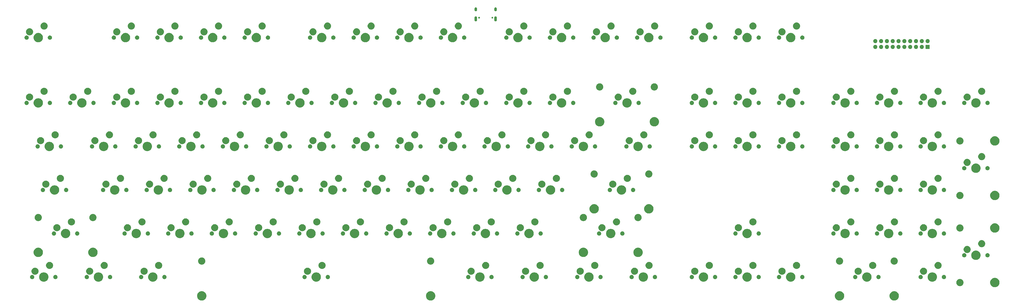
<source format=gbr>
G04 #@! TF.GenerationSoftware,KiCad,Pcbnew,(5.1.4)-1*
G04 #@! TF.CreationDate,2022-01-03T17:18:41-05:00*
G04 #@! TF.ProjectId,DOMAIN-1,444f4d41-494e-42d3-912e-6b696361645f,rev?*
G04 #@! TF.SameCoordinates,Original*
G04 #@! TF.FileFunction,Soldermask,Top*
G04 #@! TF.FilePolarity,Negative*
%FSLAX46Y46*%
G04 Gerber Fmt 4.6, Leading zero omitted, Abs format (unit mm)*
G04 Created by KiCad (PCBNEW (5.1.4)-1) date 2022-01-03 17:18:41*
%MOMM*%
%LPD*%
G04 APERTURE LIST*
%ADD10C,0.100000*%
G04 APERTURE END LIST*
D10*
G36*
X263067374Y-265622684D02*
G01*
X263285374Y-265712983D01*
X263439523Y-265776833D01*
X263774448Y-266000623D01*
X264059277Y-266285452D01*
X264283067Y-266620377D01*
X264283067Y-266620378D01*
X264437216Y-266992526D01*
X264515800Y-267387594D01*
X264515800Y-267790406D01*
X264437216Y-268185474D01*
X264346917Y-268403474D01*
X264283067Y-268557623D01*
X264059277Y-268892548D01*
X263774448Y-269177377D01*
X263439523Y-269401167D01*
X263285374Y-269465017D01*
X263067374Y-269555316D01*
X262672306Y-269633900D01*
X262269494Y-269633900D01*
X261874426Y-269555316D01*
X261656426Y-269465017D01*
X261502277Y-269401167D01*
X261167352Y-269177377D01*
X260882523Y-268892548D01*
X260658733Y-268557623D01*
X260594883Y-268403474D01*
X260504584Y-268185474D01*
X260426000Y-267790406D01*
X260426000Y-267387594D01*
X260504584Y-266992526D01*
X260658733Y-266620378D01*
X260658733Y-266620377D01*
X260882523Y-266285452D01*
X261167352Y-266000623D01*
X261502277Y-265776833D01*
X261656426Y-265712983D01*
X261874426Y-265622684D01*
X262269494Y-265544100D01*
X262672306Y-265544100D01*
X263067374Y-265622684D01*
X263067374Y-265622684D01*
G37*
G36*
X163067574Y-265622684D02*
G01*
X163285574Y-265712983D01*
X163439723Y-265776833D01*
X163774648Y-266000623D01*
X164059477Y-266285452D01*
X164283267Y-266620377D01*
X164283267Y-266620378D01*
X164437416Y-266992526D01*
X164516000Y-267387594D01*
X164516000Y-267790406D01*
X164437416Y-268185474D01*
X164347117Y-268403474D01*
X164283267Y-268557623D01*
X164059477Y-268892548D01*
X163774648Y-269177377D01*
X163439723Y-269401167D01*
X163285574Y-269465017D01*
X163067574Y-269555316D01*
X162672506Y-269633900D01*
X162269694Y-269633900D01*
X161874626Y-269555316D01*
X161656626Y-269465017D01*
X161502477Y-269401167D01*
X161167552Y-269177377D01*
X160882723Y-268892548D01*
X160658933Y-268557623D01*
X160595083Y-268403474D01*
X160504784Y-268185474D01*
X160426200Y-267790406D01*
X160426200Y-267387594D01*
X160504784Y-266992526D01*
X160658933Y-266620378D01*
X160658933Y-266620377D01*
X160882723Y-266285452D01*
X161167552Y-266000623D01*
X161502477Y-265776833D01*
X161656626Y-265712983D01*
X161874626Y-265622684D01*
X162269694Y-265544100D01*
X162672506Y-265544100D01*
X163067574Y-265622684D01*
X163067574Y-265622684D01*
G37*
G36*
X465543474Y-265622684D02*
G01*
X465761474Y-265712983D01*
X465915623Y-265776833D01*
X466250548Y-266000623D01*
X466535377Y-266285452D01*
X466759167Y-266620377D01*
X466759167Y-266620378D01*
X466913316Y-266992526D01*
X466991900Y-267387594D01*
X466991900Y-267790406D01*
X466913316Y-268185474D01*
X466823017Y-268403474D01*
X466759167Y-268557623D01*
X466535377Y-268892548D01*
X466250548Y-269177377D01*
X465915623Y-269401167D01*
X465761474Y-269465017D01*
X465543474Y-269555316D01*
X465148406Y-269633900D01*
X464745594Y-269633900D01*
X464350526Y-269555316D01*
X464132526Y-269465017D01*
X463978377Y-269401167D01*
X463643452Y-269177377D01*
X463358623Y-268892548D01*
X463134833Y-268557623D01*
X463070983Y-268403474D01*
X462980684Y-268185474D01*
X462902100Y-267790406D01*
X462902100Y-267387594D01*
X462980684Y-266992526D01*
X463134833Y-266620378D01*
X463134833Y-266620377D01*
X463358623Y-266285452D01*
X463643452Y-266000623D01*
X463978377Y-265776833D01*
X464132526Y-265712983D01*
X464350526Y-265622684D01*
X464745594Y-265544100D01*
X465148406Y-265544100D01*
X465543474Y-265622684D01*
X465543474Y-265622684D01*
G37*
G36*
X441667474Y-265622684D02*
G01*
X441885474Y-265712983D01*
X442039623Y-265776833D01*
X442374548Y-266000623D01*
X442659377Y-266285452D01*
X442883167Y-266620377D01*
X442883167Y-266620378D01*
X443037316Y-266992526D01*
X443115900Y-267387594D01*
X443115900Y-267790406D01*
X443037316Y-268185474D01*
X442947017Y-268403474D01*
X442883167Y-268557623D01*
X442659377Y-268892548D01*
X442374548Y-269177377D01*
X442039623Y-269401167D01*
X441885474Y-269465017D01*
X441667474Y-269555316D01*
X441272406Y-269633900D01*
X440869594Y-269633900D01*
X440474526Y-269555316D01*
X440256526Y-269465017D01*
X440102377Y-269401167D01*
X439767452Y-269177377D01*
X439482623Y-268892548D01*
X439258833Y-268557623D01*
X439194983Y-268403474D01*
X439104684Y-268185474D01*
X439026100Y-267790406D01*
X439026100Y-267387594D01*
X439104684Y-266992526D01*
X439258833Y-266620378D01*
X439258833Y-266620377D01*
X439482623Y-266285452D01*
X439767452Y-266000623D01*
X440102377Y-265776833D01*
X440256526Y-265712983D01*
X440474526Y-265622684D01*
X440869594Y-265544100D01*
X441272406Y-265544100D01*
X441667474Y-265622684D01*
X441667474Y-265622684D01*
G37*
G36*
X509485474Y-259780684D02*
G01*
X509703474Y-259870983D01*
X509857623Y-259934833D01*
X510192548Y-260158623D01*
X510477377Y-260443452D01*
X510701167Y-260778377D01*
X510701167Y-260778378D01*
X510855316Y-261150526D01*
X510933900Y-261545594D01*
X510933900Y-261948406D01*
X510855316Y-262343474D01*
X510793363Y-262493041D01*
X510701167Y-262715623D01*
X510477377Y-263050548D01*
X510192548Y-263335377D01*
X509857623Y-263559167D01*
X509703474Y-263623017D01*
X509485474Y-263713316D01*
X509090406Y-263791900D01*
X508687594Y-263791900D01*
X508292526Y-263713316D01*
X508074526Y-263623017D01*
X507920377Y-263559167D01*
X507585452Y-263335377D01*
X507300623Y-263050548D01*
X507076833Y-262715623D01*
X506984637Y-262493041D01*
X506922684Y-262343474D01*
X506844100Y-261948406D01*
X506844100Y-261545594D01*
X506922684Y-261150526D01*
X507076833Y-260778378D01*
X507076833Y-260778377D01*
X507300623Y-260443452D01*
X507585452Y-260158623D01*
X507920377Y-259934833D01*
X508074526Y-259870983D01*
X508292526Y-259780684D01*
X508687594Y-259702100D01*
X509090406Y-259702100D01*
X509485474Y-259780684D01*
X509485474Y-259780684D01*
G37*
G36*
X494108411Y-260232526D02*
G01*
X494227137Y-260281704D01*
X494395041Y-260351252D01*
X494395042Y-260351253D01*
X494653004Y-260523617D01*
X494872383Y-260742996D01*
X494896024Y-260778378D01*
X495044748Y-261000959D01*
X495104895Y-261146167D01*
X495163474Y-261287589D01*
X495181637Y-261378900D01*
X495224000Y-261591875D01*
X495224000Y-261902125D01*
X495163474Y-262206410D01*
X495044748Y-262493041D01*
X495044747Y-262493042D01*
X494872383Y-262751004D01*
X494653004Y-262970383D01*
X494533028Y-263050548D01*
X494395041Y-263142748D01*
X494227137Y-263212296D01*
X494108411Y-263261474D01*
X493956267Y-263291737D01*
X493804125Y-263322000D01*
X493493875Y-263322000D01*
X493341733Y-263291737D01*
X493189589Y-263261474D01*
X493070863Y-263212296D01*
X492902959Y-263142748D01*
X492764972Y-263050548D01*
X492644996Y-262970383D01*
X492425617Y-262751004D01*
X492253253Y-262493042D01*
X492253252Y-262493041D01*
X492134526Y-262206410D01*
X492074000Y-261902125D01*
X492074000Y-261591875D01*
X492116363Y-261378900D01*
X492134526Y-261287589D01*
X492193105Y-261146167D01*
X492253252Y-261000959D01*
X492401976Y-260778378D01*
X492425617Y-260742996D01*
X492644996Y-260523617D01*
X492902958Y-260351253D01*
X492902959Y-260351252D01*
X493070863Y-260281704D01*
X493189589Y-260232526D01*
X493493875Y-260172000D01*
X493804125Y-260172000D01*
X494108411Y-260232526D01*
X494108411Y-260232526D01*
G37*
G36*
X355942474Y-257367684D02*
G01*
X356160474Y-257457983D01*
X356314623Y-257521833D01*
X356649548Y-257745623D01*
X356934377Y-258030452D01*
X357158167Y-258365377D01*
X357190562Y-258443586D01*
X357312316Y-258737526D01*
X357390900Y-259132594D01*
X357390900Y-259535406D01*
X357312316Y-259930474D01*
X357261451Y-260053272D01*
X357158167Y-260302623D01*
X356934377Y-260637548D01*
X356649548Y-260922377D01*
X356314623Y-261146167D01*
X356160474Y-261210017D01*
X355942474Y-261300316D01*
X355547406Y-261378900D01*
X355144594Y-261378900D01*
X354749526Y-261300316D01*
X354531526Y-261210017D01*
X354377377Y-261146167D01*
X354042452Y-260922377D01*
X353757623Y-260637548D01*
X353533833Y-260302623D01*
X353430549Y-260053272D01*
X353379684Y-259930474D01*
X353301100Y-259535406D01*
X353301100Y-259132594D01*
X353379684Y-258737526D01*
X353501438Y-258443586D01*
X353533833Y-258365377D01*
X353757623Y-258030452D01*
X354042452Y-257745623D01*
X354377377Y-257521833D01*
X354531526Y-257457983D01*
X354749526Y-257367684D01*
X355144594Y-257289100D01*
X355547406Y-257289100D01*
X355942474Y-257367684D01*
X355942474Y-257367684D01*
G37*
G36*
X117944474Y-257367684D02*
G01*
X118162474Y-257457983D01*
X118316623Y-257521833D01*
X118651548Y-257745623D01*
X118936377Y-258030452D01*
X119160167Y-258365377D01*
X119192562Y-258443586D01*
X119314316Y-258737526D01*
X119392900Y-259132594D01*
X119392900Y-259535406D01*
X119314316Y-259930474D01*
X119263451Y-260053272D01*
X119160167Y-260302623D01*
X118936377Y-260637548D01*
X118651548Y-260922377D01*
X118316623Y-261146167D01*
X118162474Y-261210017D01*
X117944474Y-261300316D01*
X117549406Y-261378900D01*
X117146594Y-261378900D01*
X116751526Y-261300316D01*
X116533526Y-261210017D01*
X116379377Y-261146167D01*
X116044452Y-260922377D01*
X115759623Y-260637548D01*
X115535833Y-260302623D01*
X115432549Y-260053272D01*
X115381684Y-259930474D01*
X115303100Y-259535406D01*
X115303100Y-259132594D01*
X115381684Y-258737526D01*
X115503438Y-258443586D01*
X115535833Y-258365377D01*
X115759623Y-258030452D01*
X116044452Y-257745623D01*
X116379377Y-257521833D01*
X116533526Y-257457983D01*
X116751526Y-257367684D01*
X117146594Y-257289100D01*
X117549406Y-257289100D01*
X117944474Y-257367684D01*
X117944474Y-257367684D01*
G37*
G36*
X213067474Y-257367684D02*
G01*
X213285474Y-257457983D01*
X213439623Y-257521833D01*
X213774548Y-257745623D01*
X214059377Y-258030452D01*
X214283167Y-258365377D01*
X214315562Y-258443586D01*
X214437316Y-258737526D01*
X214515900Y-259132594D01*
X214515900Y-259535406D01*
X214437316Y-259930474D01*
X214386451Y-260053272D01*
X214283167Y-260302623D01*
X214059377Y-260637548D01*
X213774548Y-260922377D01*
X213439623Y-261146167D01*
X213285474Y-261210017D01*
X213067474Y-261300316D01*
X212672406Y-261378900D01*
X212269594Y-261378900D01*
X211874526Y-261300316D01*
X211656526Y-261210017D01*
X211502377Y-261146167D01*
X211167452Y-260922377D01*
X210882623Y-260637548D01*
X210658833Y-260302623D01*
X210555549Y-260053272D01*
X210504684Y-259930474D01*
X210426100Y-259535406D01*
X210426100Y-259132594D01*
X210504684Y-258737526D01*
X210626438Y-258443586D01*
X210658833Y-258365377D01*
X210882623Y-258030452D01*
X211167452Y-257745623D01*
X211502377Y-257521833D01*
X211656526Y-257457983D01*
X211874526Y-257367684D01*
X212269594Y-257289100D01*
X212672406Y-257289100D01*
X213067474Y-257367684D01*
X213067474Y-257367684D01*
G37*
G36*
X284568474Y-257367684D02*
G01*
X284786474Y-257457983D01*
X284940623Y-257521833D01*
X285275548Y-257745623D01*
X285560377Y-258030452D01*
X285784167Y-258365377D01*
X285816562Y-258443586D01*
X285938316Y-258737526D01*
X286016900Y-259132594D01*
X286016900Y-259535406D01*
X285938316Y-259930474D01*
X285887451Y-260053272D01*
X285784167Y-260302623D01*
X285560377Y-260637548D01*
X285275548Y-260922377D01*
X284940623Y-261146167D01*
X284786474Y-261210017D01*
X284568474Y-261300316D01*
X284173406Y-261378900D01*
X283770594Y-261378900D01*
X283375526Y-261300316D01*
X283157526Y-261210017D01*
X283003377Y-261146167D01*
X282668452Y-260922377D01*
X282383623Y-260637548D01*
X282159833Y-260302623D01*
X282056549Y-260053272D01*
X282005684Y-259930474D01*
X281927100Y-259535406D01*
X281927100Y-259132594D01*
X282005684Y-258737526D01*
X282127438Y-258443586D01*
X282159833Y-258365377D01*
X282383623Y-258030452D01*
X282668452Y-257745623D01*
X283003377Y-257521833D01*
X283157526Y-257457983D01*
X283375526Y-257367684D01*
X283770594Y-257289100D01*
X284173406Y-257289100D01*
X284568474Y-257367684D01*
X284568474Y-257367684D01*
G37*
G36*
X332193474Y-257367684D02*
G01*
X332411474Y-257457983D01*
X332565623Y-257521833D01*
X332900548Y-257745623D01*
X333185377Y-258030452D01*
X333409167Y-258365377D01*
X333441562Y-258443586D01*
X333563316Y-258737526D01*
X333641900Y-259132594D01*
X333641900Y-259535406D01*
X333563316Y-259930474D01*
X333512451Y-260053272D01*
X333409167Y-260302623D01*
X333185377Y-260637548D01*
X332900548Y-260922377D01*
X332565623Y-261146167D01*
X332411474Y-261210017D01*
X332193474Y-261300316D01*
X331798406Y-261378900D01*
X331395594Y-261378900D01*
X331000526Y-261300316D01*
X330782526Y-261210017D01*
X330628377Y-261146167D01*
X330293452Y-260922377D01*
X330008623Y-260637548D01*
X329784833Y-260302623D01*
X329681549Y-260053272D01*
X329630684Y-259930474D01*
X329552100Y-259535406D01*
X329552100Y-259132594D01*
X329630684Y-258737526D01*
X329752438Y-258443586D01*
X329784833Y-258365377D01*
X330008623Y-258030452D01*
X330293452Y-257745623D01*
X330628377Y-257521833D01*
X330782526Y-257457983D01*
X331000526Y-257367684D01*
X331395594Y-257289100D01*
X331798406Y-257289100D01*
X332193474Y-257367684D01*
X332193474Y-257367684D01*
G37*
G36*
X94068474Y-257367684D02*
G01*
X94286474Y-257457983D01*
X94440623Y-257521833D01*
X94775548Y-257745623D01*
X95060377Y-258030452D01*
X95284167Y-258365377D01*
X95316562Y-258443586D01*
X95438316Y-258737526D01*
X95516900Y-259132594D01*
X95516900Y-259535406D01*
X95438316Y-259930474D01*
X95387451Y-260053272D01*
X95284167Y-260302623D01*
X95060377Y-260637548D01*
X94775548Y-260922377D01*
X94440623Y-261146167D01*
X94286474Y-261210017D01*
X94068474Y-261300316D01*
X93673406Y-261378900D01*
X93270594Y-261378900D01*
X92875526Y-261300316D01*
X92657526Y-261210017D01*
X92503377Y-261146167D01*
X92168452Y-260922377D01*
X91883623Y-260637548D01*
X91659833Y-260302623D01*
X91556549Y-260053272D01*
X91505684Y-259930474D01*
X91427100Y-259535406D01*
X91427100Y-259132594D01*
X91505684Y-258737526D01*
X91627438Y-258443586D01*
X91659833Y-258365377D01*
X91883623Y-258030452D01*
X92168452Y-257745623D01*
X92503377Y-257521833D01*
X92657526Y-257457983D01*
X92875526Y-257367684D01*
X93270594Y-257289100D01*
X93673406Y-257289100D01*
X94068474Y-257367684D01*
X94068474Y-257367684D01*
G37*
G36*
X382231474Y-257367684D02*
G01*
X382449474Y-257457983D01*
X382603623Y-257521833D01*
X382938548Y-257745623D01*
X383223377Y-258030452D01*
X383447167Y-258365377D01*
X383479562Y-258443586D01*
X383601316Y-258737526D01*
X383679900Y-259132594D01*
X383679900Y-259535406D01*
X383601316Y-259930474D01*
X383550451Y-260053272D01*
X383447167Y-260302623D01*
X383223377Y-260637548D01*
X382938548Y-260922377D01*
X382603623Y-261146167D01*
X382449474Y-261210017D01*
X382231474Y-261300316D01*
X381836406Y-261378900D01*
X381433594Y-261378900D01*
X381038526Y-261300316D01*
X380820526Y-261210017D01*
X380666377Y-261146167D01*
X380331452Y-260922377D01*
X380046623Y-260637548D01*
X379822833Y-260302623D01*
X379719549Y-260053272D01*
X379668684Y-259930474D01*
X379590100Y-259535406D01*
X379590100Y-259132594D01*
X379668684Y-258737526D01*
X379790438Y-258443586D01*
X379822833Y-258365377D01*
X380046623Y-258030452D01*
X380331452Y-257745623D01*
X380666377Y-257521833D01*
X380820526Y-257457983D01*
X381038526Y-257367684D01*
X381433594Y-257289100D01*
X381836406Y-257289100D01*
X382231474Y-257367684D01*
X382231474Y-257367684D01*
G37*
G36*
X308317474Y-257367684D02*
G01*
X308535474Y-257457983D01*
X308689623Y-257521833D01*
X309024548Y-257745623D01*
X309309377Y-258030452D01*
X309533167Y-258365377D01*
X309565562Y-258443586D01*
X309687316Y-258737526D01*
X309765900Y-259132594D01*
X309765900Y-259535406D01*
X309687316Y-259930474D01*
X309636451Y-260053272D01*
X309533167Y-260302623D01*
X309309377Y-260637548D01*
X309024548Y-260922377D01*
X308689623Y-261146167D01*
X308535474Y-261210017D01*
X308317474Y-261300316D01*
X307922406Y-261378900D01*
X307519594Y-261378900D01*
X307124526Y-261300316D01*
X306906526Y-261210017D01*
X306752377Y-261146167D01*
X306417452Y-260922377D01*
X306132623Y-260637548D01*
X305908833Y-260302623D01*
X305805549Y-260053272D01*
X305754684Y-259930474D01*
X305676100Y-259535406D01*
X305676100Y-259132594D01*
X305754684Y-258737526D01*
X305876438Y-258443586D01*
X305908833Y-258365377D01*
X306132623Y-258030452D01*
X306417452Y-257745623D01*
X306752377Y-257521833D01*
X306906526Y-257457983D01*
X307124526Y-257367684D01*
X307519594Y-257289100D01*
X307922406Y-257289100D01*
X308317474Y-257367684D01*
X308317474Y-257367684D01*
G37*
G36*
X401281474Y-257367684D02*
G01*
X401499474Y-257457983D01*
X401653623Y-257521833D01*
X401988548Y-257745623D01*
X402273377Y-258030452D01*
X402497167Y-258365377D01*
X402529562Y-258443586D01*
X402651316Y-258737526D01*
X402729900Y-259132594D01*
X402729900Y-259535406D01*
X402651316Y-259930474D01*
X402600451Y-260053272D01*
X402497167Y-260302623D01*
X402273377Y-260637548D01*
X401988548Y-260922377D01*
X401653623Y-261146167D01*
X401499474Y-261210017D01*
X401281474Y-261300316D01*
X400886406Y-261378900D01*
X400483594Y-261378900D01*
X400088526Y-261300316D01*
X399870526Y-261210017D01*
X399716377Y-261146167D01*
X399381452Y-260922377D01*
X399096623Y-260637548D01*
X398872833Y-260302623D01*
X398769549Y-260053272D01*
X398718684Y-259930474D01*
X398640100Y-259535406D01*
X398640100Y-259132594D01*
X398718684Y-258737526D01*
X398840438Y-258443586D01*
X398872833Y-258365377D01*
X399096623Y-258030452D01*
X399381452Y-257745623D01*
X399716377Y-257521833D01*
X399870526Y-257457983D01*
X400088526Y-257367684D01*
X400483594Y-257289100D01*
X400886406Y-257289100D01*
X401281474Y-257367684D01*
X401281474Y-257367684D01*
G37*
G36*
X141693474Y-257367684D02*
G01*
X141911474Y-257457983D01*
X142065623Y-257521833D01*
X142400548Y-257745623D01*
X142685377Y-258030452D01*
X142909167Y-258365377D01*
X142941562Y-258443586D01*
X143063316Y-258737526D01*
X143141900Y-259132594D01*
X143141900Y-259535406D01*
X143063316Y-259930474D01*
X143012451Y-260053272D01*
X142909167Y-260302623D01*
X142685377Y-260637548D01*
X142400548Y-260922377D01*
X142065623Y-261146167D01*
X141911474Y-261210017D01*
X141693474Y-261300316D01*
X141298406Y-261378900D01*
X140895594Y-261378900D01*
X140500526Y-261300316D01*
X140282526Y-261210017D01*
X140128377Y-261146167D01*
X139793452Y-260922377D01*
X139508623Y-260637548D01*
X139284833Y-260302623D01*
X139181549Y-260053272D01*
X139130684Y-259930474D01*
X139052100Y-259535406D01*
X139052100Y-259132594D01*
X139130684Y-258737526D01*
X139252438Y-258443586D01*
X139284833Y-258365377D01*
X139508623Y-258030452D01*
X139793452Y-257745623D01*
X140128377Y-257521833D01*
X140282526Y-257457983D01*
X140500526Y-257367684D01*
X140895594Y-257289100D01*
X141298406Y-257289100D01*
X141693474Y-257367684D01*
X141693474Y-257367684D01*
G37*
G36*
X482180474Y-257367684D02*
G01*
X482398474Y-257457983D01*
X482552623Y-257521833D01*
X482887548Y-257745623D01*
X483172377Y-258030452D01*
X483396167Y-258365377D01*
X483428562Y-258443586D01*
X483550316Y-258737526D01*
X483628900Y-259132594D01*
X483628900Y-259535406D01*
X483550316Y-259930474D01*
X483499451Y-260053272D01*
X483396167Y-260302623D01*
X483172377Y-260637548D01*
X482887548Y-260922377D01*
X482552623Y-261146167D01*
X482398474Y-261210017D01*
X482180474Y-261300316D01*
X481785406Y-261378900D01*
X481382594Y-261378900D01*
X480987526Y-261300316D01*
X480769526Y-261210017D01*
X480615377Y-261146167D01*
X480280452Y-260922377D01*
X479995623Y-260637548D01*
X479771833Y-260302623D01*
X479668549Y-260053272D01*
X479617684Y-259930474D01*
X479539100Y-259535406D01*
X479539100Y-259132594D01*
X479617684Y-258737526D01*
X479739438Y-258443586D01*
X479771833Y-258365377D01*
X479995623Y-258030452D01*
X480280452Y-257745623D01*
X480615377Y-257521833D01*
X480769526Y-257457983D01*
X480987526Y-257367684D01*
X481382594Y-257289100D01*
X481785406Y-257289100D01*
X482180474Y-257367684D01*
X482180474Y-257367684D01*
G37*
G36*
X453605474Y-257367684D02*
G01*
X453823474Y-257457983D01*
X453977623Y-257521833D01*
X454312548Y-257745623D01*
X454597377Y-258030452D01*
X454821167Y-258365377D01*
X454853562Y-258443586D01*
X454975316Y-258737526D01*
X455053900Y-259132594D01*
X455053900Y-259535406D01*
X454975316Y-259930474D01*
X454924451Y-260053272D01*
X454821167Y-260302623D01*
X454597377Y-260637548D01*
X454312548Y-260922377D01*
X453977623Y-261146167D01*
X453823474Y-261210017D01*
X453605474Y-261300316D01*
X453210406Y-261378900D01*
X452807594Y-261378900D01*
X452412526Y-261300316D01*
X452194526Y-261210017D01*
X452040377Y-261146167D01*
X451705452Y-260922377D01*
X451420623Y-260637548D01*
X451196833Y-260302623D01*
X451093549Y-260053272D01*
X451042684Y-259930474D01*
X450964100Y-259535406D01*
X450964100Y-259132594D01*
X451042684Y-258737526D01*
X451164438Y-258443586D01*
X451196833Y-258365377D01*
X451420623Y-258030452D01*
X451705452Y-257745623D01*
X452040377Y-257521833D01*
X452194526Y-257457983D01*
X452412526Y-257367684D01*
X452807594Y-257289100D01*
X453210406Y-257289100D01*
X453605474Y-257367684D01*
X453605474Y-257367684D01*
G37*
G36*
X420331474Y-257367684D02*
G01*
X420549474Y-257457983D01*
X420703623Y-257521833D01*
X421038548Y-257745623D01*
X421323377Y-258030452D01*
X421547167Y-258365377D01*
X421579562Y-258443586D01*
X421701316Y-258737526D01*
X421779900Y-259132594D01*
X421779900Y-259535406D01*
X421701316Y-259930474D01*
X421650451Y-260053272D01*
X421547167Y-260302623D01*
X421323377Y-260637548D01*
X421038548Y-260922377D01*
X420703623Y-261146167D01*
X420549474Y-261210017D01*
X420331474Y-261300316D01*
X419936406Y-261378900D01*
X419533594Y-261378900D01*
X419138526Y-261300316D01*
X418920526Y-261210017D01*
X418766377Y-261146167D01*
X418431452Y-260922377D01*
X418146623Y-260637548D01*
X417922833Y-260302623D01*
X417819549Y-260053272D01*
X417768684Y-259930474D01*
X417690100Y-259535406D01*
X417690100Y-259132594D01*
X417768684Y-258737526D01*
X417890438Y-258443586D01*
X417922833Y-258365377D01*
X418146623Y-258030452D01*
X418431452Y-257745623D01*
X418766377Y-257521833D01*
X418920526Y-257457983D01*
X419138526Y-257367684D01*
X419533594Y-257289100D01*
X419936406Y-257289100D01*
X420331474Y-257367684D01*
X420331474Y-257367684D01*
G37*
G36*
X425085104Y-258443585D02*
G01*
X425253626Y-258513389D01*
X425405291Y-258614728D01*
X425534272Y-258743709D01*
X425635611Y-258895374D01*
X425705415Y-259063896D01*
X425741000Y-259242797D01*
X425741000Y-259425203D01*
X425705415Y-259604104D01*
X425635611Y-259772626D01*
X425534272Y-259924291D01*
X425405291Y-260053272D01*
X425253626Y-260154611D01*
X425085104Y-260224415D01*
X424906203Y-260260000D01*
X424723797Y-260260000D01*
X424544896Y-260224415D01*
X424376374Y-260154611D01*
X424224709Y-260053272D01*
X424095728Y-259924291D01*
X423994389Y-259772626D01*
X423924585Y-259604104D01*
X423889000Y-259425203D01*
X423889000Y-259242797D01*
X423924585Y-259063896D01*
X423994389Y-258895374D01*
X424095728Y-258743709D01*
X424224709Y-258614728D01*
X424376374Y-258513389D01*
X424544896Y-258443585D01*
X424723797Y-258408000D01*
X424906203Y-258408000D01*
X425085104Y-258443585D01*
X425085104Y-258443585D01*
G37*
G36*
X414925104Y-258443585D02*
G01*
X415093626Y-258513389D01*
X415245291Y-258614728D01*
X415374272Y-258743709D01*
X415475611Y-258895374D01*
X415545415Y-259063896D01*
X415581000Y-259242797D01*
X415581000Y-259425203D01*
X415545415Y-259604104D01*
X415475611Y-259772626D01*
X415374272Y-259924291D01*
X415245291Y-260053272D01*
X415093626Y-260154611D01*
X414925104Y-260224415D01*
X414746203Y-260260000D01*
X414563797Y-260260000D01*
X414384896Y-260224415D01*
X414216374Y-260154611D01*
X414064709Y-260053272D01*
X413935728Y-259924291D01*
X413834389Y-259772626D01*
X413764585Y-259604104D01*
X413729000Y-259425203D01*
X413729000Y-259242797D01*
X413764585Y-259063896D01*
X413834389Y-258895374D01*
X413935728Y-258743709D01*
X414064709Y-258614728D01*
X414216374Y-258513389D01*
X414384896Y-258443585D01*
X414563797Y-258408000D01*
X414746203Y-258408000D01*
X414925104Y-258443585D01*
X414925104Y-258443585D01*
G37*
G36*
X406035104Y-258443585D02*
G01*
X406203626Y-258513389D01*
X406355291Y-258614728D01*
X406484272Y-258743709D01*
X406585611Y-258895374D01*
X406655415Y-259063896D01*
X406691000Y-259242797D01*
X406691000Y-259425203D01*
X406655415Y-259604104D01*
X406585611Y-259772626D01*
X406484272Y-259924291D01*
X406355291Y-260053272D01*
X406203626Y-260154611D01*
X406035104Y-260224415D01*
X405856203Y-260260000D01*
X405673797Y-260260000D01*
X405494896Y-260224415D01*
X405326374Y-260154611D01*
X405174709Y-260053272D01*
X405045728Y-259924291D01*
X404944389Y-259772626D01*
X404874585Y-259604104D01*
X404839000Y-259425203D01*
X404839000Y-259242797D01*
X404874585Y-259063896D01*
X404944389Y-258895374D01*
X405045728Y-258743709D01*
X405174709Y-258614728D01*
X405326374Y-258513389D01*
X405494896Y-258443585D01*
X405673797Y-258408000D01*
X405856203Y-258408000D01*
X406035104Y-258443585D01*
X406035104Y-258443585D01*
G37*
G36*
X395875104Y-258443585D02*
G01*
X396043626Y-258513389D01*
X396195291Y-258614728D01*
X396324272Y-258743709D01*
X396425611Y-258895374D01*
X396495415Y-259063896D01*
X396531000Y-259242797D01*
X396531000Y-259425203D01*
X396495415Y-259604104D01*
X396425611Y-259772626D01*
X396324272Y-259924291D01*
X396195291Y-260053272D01*
X396043626Y-260154611D01*
X395875104Y-260224415D01*
X395696203Y-260260000D01*
X395513797Y-260260000D01*
X395334896Y-260224415D01*
X395166374Y-260154611D01*
X395014709Y-260053272D01*
X394885728Y-259924291D01*
X394784389Y-259772626D01*
X394714585Y-259604104D01*
X394679000Y-259425203D01*
X394679000Y-259242797D01*
X394714585Y-259063896D01*
X394784389Y-258895374D01*
X394885728Y-258743709D01*
X395014709Y-258614728D01*
X395166374Y-258513389D01*
X395334896Y-258443585D01*
X395513797Y-258408000D01*
X395696203Y-258408000D01*
X395875104Y-258443585D01*
X395875104Y-258443585D01*
G37*
G36*
X350536104Y-258443585D02*
G01*
X350704626Y-258513389D01*
X350856291Y-258614728D01*
X350985272Y-258743709D01*
X351086611Y-258895374D01*
X351156415Y-259063896D01*
X351192000Y-259242797D01*
X351192000Y-259425203D01*
X351156415Y-259604104D01*
X351086611Y-259772626D01*
X350985272Y-259924291D01*
X350856291Y-260053272D01*
X350704626Y-260154611D01*
X350536104Y-260224415D01*
X350357203Y-260260000D01*
X350174797Y-260260000D01*
X349995896Y-260224415D01*
X349827374Y-260154611D01*
X349675709Y-260053272D01*
X349546728Y-259924291D01*
X349445389Y-259772626D01*
X349375585Y-259604104D01*
X349340000Y-259425203D01*
X349340000Y-259242797D01*
X349375585Y-259063896D01*
X349445389Y-258895374D01*
X349546728Y-258743709D01*
X349675709Y-258614728D01*
X349827374Y-258513389D01*
X349995896Y-258443585D01*
X350174797Y-258408000D01*
X350357203Y-258408000D01*
X350536104Y-258443585D01*
X350536104Y-258443585D01*
G37*
G36*
X136287104Y-258443585D02*
G01*
X136455626Y-258513389D01*
X136607291Y-258614728D01*
X136736272Y-258743709D01*
X136837611Y-258895374D01*
X136907415Y-259063896D01*
X136943000Y-259242797D01*
X136943000Y-259425203D01*
X136907415Y-259604104D01*
X136837611Y-259772626D01*
X136736272Y-259924291D01*
X136607291Y-260053272D01*
X136455626Y-260154611D01*
X136287104Y-260224415D01*
X136108203Y-260260000D01*
X135925797Y-260260000D01*
X135746896Y-260224415D01*
X135578374Y-260154611D01*
X135426709Y-260053272D01*
X135297728Y-259924291D01*
X135196389Y-259772626D01*
X135126585Y-259604104D01*
X135091000Y-259425203D01*
X135091000Y-259242797D01*
X135126585Y-259063896D01*
X135196389Y-258895374D01*
X135297728Y-258743709D01*
X135426709Y-258614728D01*
X135578374Y-258513389D01*
X135746896Y-258443585D01*
X135925797Y-258408000D01*
X136108203Y-258408000D01*
X136287104Y-258443585D01*
X136287104Y-258443585D01*
G37*
G36*
X386985104Y-258443585D02*
G01*
X387153626Y-258513389D01*
X387305291Y-258614728D01*
X387434272Y-258743709D01*
X387535611Y-258895374D01*
X387605415Y-259063896D01*
X387641000Y-259242797D01*
X387641000Y-259425203D01*
X387605415Y-259604104D01*
X387535611Y-259772626D01*
X387434272Y-259924291D01*
X387305291Y-260053272D01*
X387153626Y-260154611D01*
X386985104Y-260224415D01*
X386806203Y-260260000D01*
X386623797Y-260260000D01*
X386444896Y-260224415D01*
X386276374Y-260154611D01*
X386124709Y-260053272D01*
X385995728Y-259924291D01*
X385894389Y-259772626D01*
X385824585Y-259604104D01*
X385789000Y-259425203D01*
X385789000Y-259242797D01*
X385824585Y-259063896D01*
X385894389Y-258895374D01*
X385995728Y-258743709D01*
X386124709Y-258614728D01*
X386276374Y-258513389D01*
X386444896Y-258443585D01*
X386623797Y-258408000D01*
X386806203Y-258408000D01*
X386985104Y-258443585D01*
X386985104Y-258443585D01*
G37*
G36*
X112538104Y-258443585D02*
G01*
X112706626Y-258513389D01*
X112858291Y-258614728D01*
X112987272Y-258743709D01*
X113088611Y-258895374D01*
X113158415Y-259063896D01*
X113194000Y-259242797D01*
X113194000Y-259425203D01*
X113158415Y-259604104D01*
X113088611Y-259772626D01*
X112987272Y-259924291D01*
X112858291Y-260053272D01*
X112706626Y-260154611D01*
X112538104Y-260224415D01*
X112359203Y-260260000D01*
X112176797Y-260260000D01*
X111997896Y-260224415D01*
X111829374Y-260154611D01*
X111677709Y-260053272D01*
X111548728Y-259924291D01*
X111447389Y-259772626D01*
X111377585Y-259604104D01*
X111342000Y-259425203D01*
X111342000Y-259242797D01*
X111377585Y-259063896D01*
X111447389Y-258895374D01*
X111548728Y-258743709D01*
X111677709Y-258614728D01*
X111829374Y-258513389D01*
X111997896Y-258443585D01*
X112176797Y-258408000D01*
X112359203Y-258408000D01*
X112538104Y-258443585D01*
X112538104Y-258443585D01*
G37*
G36*
X279162104Y-258443585D02*
G01*
X279330626Y-258513389D01*
X279482291Y-258614728D01*
X279611272Y-258743709D01*
X279712611Y-258895374D01*
X279782415Y-259063896D01*
X279818000Y-259242797D01*
X279818000Y-259425203D01*
X279782415Y-259604104D01*
X279712611Y-259772626D01*
X279611272Y-259924291D01*
X279482291Y-260053272D01*
X279330626Y-260154611D01*
X279162104Y-260224415D01*
X278983203Y-260260000D01*
X278800797Y-260260000D01*
X278621896Y-260224415D01*
X278453374Y-260154611D01*
X278301709Y-260053272D01*
X278172728Y-259924291D01*
X278071389Y-259772626D01*
X278001585Y-259604104D01*
X277966000Y-259425203D01*
X277966000Y-259242797D01*
X278001585Y-259063896D01*
X278071389Y-258895374D01*
X278172728Y-258743709D01*
X278301709Y-258614728D01*
X278453374Y-258513389D01*
X278621896Y-258443585D01*
X278800797Y-258408000D01*
X278983203Y-258408000D01*
X279162104Y-258443585D01*
X279162104Y-258443585D01*
G37*
G36*
X217821104Y-258443585D02*
G01*
X217989626Y-258513389D01*
X218141291Y-258614728D01*
X218270272Y-258743709D01*
X218371611Y-258895374D01*
X218441415Y-259063896D01*
X218477000Y-259242797D01*
X218477000Y-259425203D01*
X218441415Y-259604104D01*
X218371611Y-259772626D01*
X218270272Y-259924291D01*
X218141291Y-260053272D01*
X217989626Y-260154611D01*
X217821104Y-260224415D01*
X217642203Y-260260000D01*
X217459797Y-260260000D01*
X217280896Y-260224415D01*
X217112374Y-260154611D01*
X216960709Y-260053272D01*
X216831728Y-259924291D01*
X216730389Y-259772626D01*
X216660585Y-259604104D01*
X216625000Y-259425203D01*
X216625000Y-259242797D01*
X216660585Y-259063896D01*
X216730389Y-258895374D01*
X216831728Y-258743709D01*
X216960709Y-258614728D01*
X217112374Y-258513389D01*
X217280896Y-258443585D01*
X217459797Y-258408000D01*
X217642203Y-258408000D01*
X217821104Y-258443585D01*
X217821104Y-258443585D01*
G37*
G36*
X207661104Y-258443585D02*
G01*
X207829626Y-258513389D01*
X207981291Y-258614728D01*
X208110272Y-258743709D01*
X208211611Y-258895374D01*
X208281415Y-259063896D01*
X208317000Y-259242797D01*
X208317000Y-259425203D01*
X208281415Y-259604104D01*
X208211611Y-259772626D01*
X208110272Y-259924291D01*
X207981291Y-260053272D01*
X207829626Y-260154611D01*
X207661104Y-260224415D01*
X207482203Y-260260000D01*
X207299797Y-260260000D01*
X207120896Y-260224415D01*
X206952374Y-260154611D01*
X206800709Y-260053272D01*
X206671728Y-259924291D01*
X206570389Y-259772626D01*
X206500585Y-259604104D01*
X206465000Y-259425203D01*
X206465000Y-259242797D01*
X206500585Y-259063896D01*
X206570389Y-258895374D01*
X206671728Y-258743709D01*
X206800709Y-258614728D01*
X206952374Y-258513389D01*
X207120896Y-258443585D01*
X207299797Y-258408000D01*
X207482203Y-258408000D01*
X207661104Y-258443585D01*
X207661104Y-258443585D01*
G37*
G36*
X122698104Y-258443585D02*
G01*
X122866626Y-258513389D01*
X123018291Y-258614728D01*
X123147272Y-258743709D01*
X123248611Y-258895374D01*
X123318415Y-259063896D01*
X123354000Y-259242797D01*
X123354000Y-259425203D01*
X123318415Y-259604104D01*
X123248611Y-259772626D01*
X123147272Y-259924291D01*
X123018291Y-260053272D01*
X122866626Y-260154611D01*
X122698104Y-260224415D01*
X122519203Y-260260000D01*
X122336797Y-260260000D01*
X122157896Y-260224415D01*
X121989374Y-260154611D01*
X121837709Y-260053272D01*
X121708728Y-259924291D01*
X121607389Y-259772626D01*
X121537585Y-259604104D01*
X121502000Y-259425203D01*
X121502000Y-259242797D01*
X121537585Y-259063896D01*
X121607389Y-258895374D01*
X121708728Y-258743709D01*
X121837709Y-258614728D01*
X121989374Y-258513389D01*
X122157896Y-258443585D01*
X122336797Y-258408000D01*
X122519203Y-258408000D01*
X122698104Y-258443585D01*
X122698104Y-258443585D01*
G37*
G36*
X289322104Y-258443585D02*
G01*
X289490626Y-258513389D01*
X289642291Y-258614728D01*
X289771272Y-258743709D01*
X289872611Y-258895374D01*
X289942415Y-259063896D01*
X289978000Y-259242797D01*
X289978000Y-259425203D01*
X289942415Y-259604104D01*
X289872611Y-259772626D01*
X289771272Y-259924291D01*
X289642291Y-260053272D01*
X289490626Y-260154611D01*
X289322104Y-260224415D01*
X289143203Y-260260000D01*
X288960797Y-260260000D01*
X288781896Y-260224415D01*
X288613374Y-260154611D01*
X288461709Y-260053272D01*
X288332728Y-259924291D01*
X288231389Y-259772626D01*
X288161585Y-259604104D01*
X288126000Y-259425203D01*
X288126000Y-259242797D01*
X288161585Y-259063896D01*
X288231389Y-258895374D01*
X288332728Y-258743709D01*
X288461709Y-258614728D01*
X288613374Y-258513389D01*
X288781896Y-258443585D01*
X288960797Y-258408000D01*
X289143203Y-258408000D01*
X289322104Y-258443585D01*
X289322104Y-258443585D01*
G37*
G36*
X313071104Y-258443585D02*
G01*
X313239626Y-258513389D01*
X313391291Y-258614728D01*
X313520272Y-258743709D01*
X313621611Y-258895374D01*
X313691415Y-259063896D01*
X313727000Y-259242797D01*
X313727000Y-259425203D01*
X313691415Y-259604104D01*
X313621611Y-259772626D01*
X313520272Y-259924291D01*
X313391291Y-260053272D01*
X313239626Y-260154611D01*
X313071104Y-260224415D01*
X312892203Y-260260000D01*
X312709797Y-260260000D01*
X312530896Y-260224415D01*
X312362374Y-260154611D01*
X312210709Y-260053272D01*
X312081728Y-259924291D01*
X311980389Y-259772626D01*
X311910585Y-259604104D01*
X311875000Y-259425203D01*
X311875000Y-259242797D01*
X311910585Y-259063896D01*
X311980389Y-258895374D01*
X312081728Y-258743709D01*
X312210709Y-258614728D01*
X312362374Y-258513389D01*
X312530896Y-258443585D01*
X312709797Y-258408000D01*
X312892203Y-258408000D01*
X313071104Y-258443585D01*
X313071104Y-258443585D01*
G37*
G36*
X302911104Y-258443585D02*
G01*
X303079626Y-258513389D01*
X303231291Y-258614728D01*
X303360272Y-258743709D01*
X303461611Y-258895374D01*
X303531415Y-259063896D01*
X303567000Y-259242797D01*
X303567000Y-259425203D01*
X303531415Y-259604104D01*
X303461611Y-259772626D01*
X303360272Y-259924291D01*
X303231291Y-260053272D01*
X303079626Y-260154611D01*
X302911104Y-260224415D01*
X302732203Y-260260000D01*
X302549797Y-260260000D01*
X302370896Y-260224415D01*
X302202374Y-260154611D01*
X302050709Y-260053272D01*
X301921728Y-259924291D01*
X301820389Y-259772626D01*
X301750585Y-259604104D01*
X301715000Y-259425203D01*
X301715000Y-259242797D01*
X301750585Y-259063896D01*
X301820389Y-258895374D01*
X301921728Y-258743709D01*
X302050709Y-258614728D01*
X302202374Y-258513389D01*
X302370896Y-258443585D01*
X302549797Y-258408000D01*
X302732203Y-258408000D01*
X302911104Y-258443585D01*
X302911104Y-258443585D01*
G37*
G36*
X458359104Y-258443585D02*
G01*
X458527626Y-258513389D01*
X458679291Y-258614728D01*
X458808272Y-258743709D01*
X458909611Y-258895374D01*
X458979415Y-259063896D01*
X459015000Y-259242797D01*
X459015000Y-259425203D01*
X458979415Y-259604104D01*
X458909611Y-259772626D01*
X458808272Y-259924291D01*
X458679291Y-260053272D01*
X458527626Y-260154611D01*
X458359104Y-260224415D01*
X458180203Y-260260000D01*
X457997797Y-260260000D01*
X457818896Y-260224415D01*
X457650374Y-260154611D01*
X457498709Y-260053272D01*
X457369728Y-259924291D01*
X457268389Y-259772626D01*
X457198585Y-259604104D01*
X457163000Y-259425203D01*
X457163000Y-259242797D01*
X457198585Y-259063896D01*
X457268389Y-258895374D01*
X457369728Y-258743709D01*
X457498709Y-258614728D01*
X457650374Y-258513389D01*
X457818896Y-258443585D01*
X457997797Y-258408000D01*
X458180203Y-258408000D01*
X458359104Y-258443585D01*
X458359104Y-258443585D01*
G37*
G36*
X448199104Y-258443585D02*
G01*
X448367626Y-258513389D01*
X448519291Y-258614728D01*
X448648272Y-258743709D01*
X448749611Y-258895374D01*
X448819415Y-259063896D01*
X448855000Y-259242797D01*
X448855000Y-259425203D01*
X448819415Y-259604104D01*
X448749611Y-259772626D01*
X448648272Y-259924291D01*
X448519291Y-260053272D01*
X448367626Y-260154611D01*
X448199104Y-260224415D01*
X448020203Y-260260000D01*
X447837797Y-260260000D01*
X447658896Y-260224415D01*
X447490374Y-260154611D01*
X447338709Y-260053272D01*
X447209728Y-259924291D01*
X447108389Y-259772626D01*
X447038585Y-259604104D01*
X447003000Y-259425203D01*
X447003000Y-259242797D01*
X447038585Y-259063896D01*
X447108389Y-258895374D01*
X447209728Y-258743709D01*
X447338709Y-258614728D01*
X447490374Y-258513389D01*
X447658896Y-258443585D01*
X447837797Y-258408000D01*
X448020203Y-258408000D01*
X448199104Y-258443585D01*
X448199104Y-258443585D01*
G37*
G36*
X146447104Y-258443585D02*
G01*
X146615626Y-258513389D01*
X146767291Y-258614728D01*
X146896272Y-258743709D01*
X146997611Y-258895374D01*
X147067415Y-259063896D01*
X147103000Y-259242797D01*
X147103000Y-259425203D01*
X147067415Y-259604104D01*
X146997611Y-259772626D01*
X146896272Y-259924291D01*
X146767291Y-260053272D01*
X146615626Y-260154611D01*
X146447104Y-260224415D01*
X146268203Y-260260000D01*
X146085797Y-260260000D01*
X145906896Y-260224415D01*
X145738374Y-260154611D01*
X145586709Y-260053272D01*
X145457728Y-259924291D01*
X145356389Y-259772626D01*
X145286585Y-259604104D01*
X145251000Y-259425203D01*
X145251000Y-259242797D01*
X145286585Y-259063896D01*
X145356389Y-258895374D01*
X145457728Y-258743709D01*
X145586709Y-258614728D01*
X145738374Y-258513389D01*
X145906896Y-258443585D01*
X146085797Y-258408000D01*
X146268203Y-258408000D01*
X146447104Y-258443585D01*
X146447104Y-258443585D01*
G37*
G36*
X376825104Y-258443585D02*
G01*
X376993626Y-258513389D01*
X377145291Y-258614728D01*
X377274272Y-258743709D01*
X377375611Y-258895374D01*
X377445415Y-259063896D01*
X377481000Y-259242797D01*
X377481000Y-259425203D01*
X377445415Y-259604104D01*
X377375611Y-259772626D01*
X377274272Y-259924291D01*
X377145291Y-260053272D01*
X376993626Y-260154611D01*
X376825104Y-260224415D01*
X376646203Y-260260000D01*
X376463797Y-260260000D01*
X376284896Y-260224415D01*
X376116374Y-260154611D01*
X375964709Y-260053272D01*
X375835728Y-259924291D01*
X375734389Y-259772626D01*
X375664585Y-259604104D01*
X375629000Y-259425203D01*
X375629000Y-259242797D01*
X375664585Y-259063896D01*
X375734389Y-258895374D01*
X375835728Y-258743709D01*
X375964709Y-258614728D01*
X376116374Y-258513389D01*
X376284896Y-258443585D01*
X376463797Y-258408000D01*
X376646203Y-258408000D01*
X376825104Y-258443585D01*
X376825104Y-258443585D01*
G37*
G36*
X360696104Y-258443585D02*
G01*
X360864626Y-258513389D01*
X361016291Y-258614728D01*
X361145272Y-258743709D01*
X361246611Y-258895374D01*
X361316415Y-259063896D01*
X361352000Y-259242797D01*
X361352000Y-259425203D01*
X361316415Y-259604104D01*
X361246611Y-259772626D01*
X361145272Y-259924291D01*
X361016291Y-260053272D01*
X360864626Y-260154611D01*
X360696104Y-260224415D01*
X360517203Y-260260000D01*
X360334797Y-260260000D01*
X360155896Y-260224415D01*
X359987374Y-260154611D01*
X359835709Y-260053272D01*
X359706728Y-259924291D01*
X359605389Y-259772626D01*
X359535585Y-259604104D01*
X359500000Y-259425203D01*
X359500000Y-259242797D01*
X359535585Y-259063896D01*
X359605389Y-258895374D01*
X359706728Y-258743709D01*
X359835709Y-258614728D01*
X359987374Y-258513389D01*
X360155896Y-258443585D01*
X360334797Y-258408000D01*
X360517203Y-258408000D01*
X360696104Y-258443585D01*
X360696104Y-258443585D01*
G37*
G36*
X88662104Y-258443585D02*
G01*
X88830626Y-258513389D01*
X88982291Y-258614728D01*
X89111272Y-258743709D01*
X89212611Y-258895374D01*
X89282415Y-259063896D01*
X89318000Y-259242797D01*
X89318000Y-259425203D01*
X89282415Y-259604104D01*
X89212611Y-259772626D01*
X89111272Y-259924291D01*
X88982291Y-260053272D01*
X88830626Y-260154611D01*
X88662104Y-260224415D01*
X88483203Y-260260000D01*
X88300797Y-260260000D01*
X88121896Y-260224415D01*
X87953374Y-260154611D01*
X87801709Y-260053272D01*
X87672728Y-259924291D01*
X87571389Y-259772626D01*
X87501585Y-259604104D01*
X87466000Y-259425203D01*
X87466000Y-259242797D01*
X87501585Y-259063896D01*
X87571389Y-258895374D01*
X87672728Y-258743709D01*
X87801709Y-258614728D01*
X87953374Y-258513389D01*
X88121896Y-258443585D01*
X88300797Y-258408000D01*
X88483203Y-258408000D01*
X88662104Y-258443585D01*
X88662104Y-258443585D01*
G37*
G36*
X98822104Y-258443585D02*
G01*
X98990626Y-258513389D01*
X99142291Y-258614728D01*
X99271272Y-258743709D01*
X99372611Y-258895374D01*
X99442415Y-259063896D01*
X99478000Y-259242797D01*
X99478000Y-259425203D01*
X99442415Y-259604104D01*
X99372611Y-259772626D01*
X99271272Y-259924291D01*
X99142291Y-260053272D01*
X98990626Y-260154611D01*
X98822104Y-260224415D01*
X98643203Y-260260000D01*
X98460797Y-260260000D01*
X98281896Y-260224415D01*
X98113374Y-260154611D01*
X97961709Y-260053272D01*
X97832728Y-259924291D01*
X97731389Y-259772626D01*
X97661585Y-259604104D01*
X97626000Y-259425203D01*
X97626000Y-259242797D01*
X97661585Y-259063896D01*
X97731389Y-258895374D01*
X97832728Y-258743709D01*
X97961709Y-258614728D01*
X98113374Y-258513389D01*
X98281896Y-258443585D01*
X98460797Y-258408000D01*
X98643203Y-258408000D01*
X98822104Y-258443585D01*
X98822104Y-258443585D01*
G37*
G36*
X476774104Y-258443585D02*
G01*
X476942626Y-258513389D01*
X477094291Y-258614728D01*
X477223272Y-258743709D01*
X477324611Y-258895374D01*
X477394415Y-259063896D01*
X477430000Y-259242797D01*
X477430000Y-259425203D01*
X477394415Y-259604104D01*
X477324611Y-259772626D01*
X477223272Y-259924291D01*
X477094291Y-260053272D01*
X476942626Y-260154611D01*
X476774104Y-260224415D01*
X476595203Y-260260000D01*
X476412797Y-260260000D01*
X476233896Y-260224415D01*
X476065374Y-260154611D01*
X475913709Y-260053272D01*
X475784728Y-259924291D01*
X475683389Y-259772626D01*
X475613585Y-259604104D01*
X475578000Y-259425203D01*
X475578000Y-259242797D01*
X475613585Y-259063896D01*
X475683389Y-258895374D01*
X475784728Y-258743709D01*
X475913709Y-258614728D01*
X476065374Y-258513389D01*
X476233896Y-258443585D01*
X476412797Y-258408000D01*
X476595203Y-258408000D01*
X476774104Y-258443585D01*
X476774104Y-258443585D01*
G37*
G36*
X326787104Y-258443585D02*
G01*
X326955626Y-258513389D01*
X327107291Y-258614728D01*
X327236272Y-258743709D01*
X327337611Y-258895374D01*
X327407415Y-259063896D01*
X327443000Y-259242797D01*
X327443000Y-259425203D01*
X327407415Y-259604104D01*
X327337611Y-259772626D01*
X327236272Y-259924291D01*
X327107291Y-260053272D01*
X326955626Y-260154611D01*
X326787104Y-260224415D01*
X326608203Y-260260000D01*
X326425797Y-260260000D01*
X326246896Y-260224415D01*
X326078374Y-260154611D01*
X325926709Y-260053272D01*
X325797728Y-259924291D01*
X325696389Y-259772626D01*
X325626585Y-259604104D01*
X325591000Y-259425203D01*
X325591000Y-259242797D01*
X325626585Y-259063896D01*
X325696389Y-258895374D01*
X325797728Y-258743709D01*
X325926709Y-258614728D01*
X326078374Y-258513389D01*
X326246896Y-258443585D01*
X326425797Y-258408000D01*
X326608203Y-258408000D01*
X326787104Y-258443585D01*
X326787104Y-258443585D01*
G37*
G36*
X336947104Y-258443585D02*
G01*
X337115626Y-258513389D01*
X337267291Y-258614728D01*
X337396272Y-258743709D01*
X337497611Y-258895374D01*
X337567415Y-259063896D01*
X337603000Y-259242797D01*
X337603000Y-259425203D01*
X337567415Y-259604104D01*
X337497611Y-259772626D01*
X337396272Y-259924291D01*
X337267291Y-260053272D01*
X337115626Y-260154611D01*
X336947104Y-260224415D01*
X336768203Y-260260000D01*
X336585797Y-260260000D01*
X336406896Y-260224415D01*
X336238374Y-260154611D01*
X336086709Y-260053272D01*
X335957728Y-259924291D01*
X335856389Y-259772626D01*
X335786585Y-259604104D01*
X335751000Y-259425203D01*
X335751000Y-259242797D01*
X335786585Y-259063896D01*
X335856389Y-258895374D01*
X335957728Y-258743709D01*
X336086709Y-258614728D01*
X336238374Y-258513389D01*
X336406896Y-258443585D01*
X336585797Y-258408000D01*
X336768203Y-258408000D01*
X336947104Y-258443585D01*
X336947104Y-258443585D01*
G37*
G36*
X486934104Y-258443585D02*
G01*
X487102626Y-258513389D01*
X487254291Y-258614728D01*
X487383272Y-258743709D01*
X487484611Y-258895374D01*
X487554415Y-259063896D01*
X487590000Y-259242797D01*
X487590000Y-259425203D01*
X487554415Y-259604104D01*
X487484611Y-259772626D01*
X487383272Y-259924291D01*
X487254291Y-260053272D01*
X487102626Y-260154611D01*
X486934104Y-260224415D01*
X486755203Y-260260000D01*
X486572797Y-260260000D01*
X486393896Y-260224415D01*
X486225374Y-260154611D01*
X486073709Y-260053272D01*
X485944728Y-259924291D01*
X485843389Y-259772626D01*
X485773585Y-259604104D01*
X485738000Y-259425203D01*
X485738000Y-259242797D01*
X485773585Y-259063896D01*
X485843389Y-258895374D01*
X485944728Y-258743709D01*
X486073709Y-258614728D01*
X486225374Y-258513389D01*
X486393896Y-258443585D01*
X486572797Y-258408000D01*
X486755203Y-258408000D01*
X486934104Y-258443585D01*
X486934104Y-258443585D01*
G37*
G36*
X478076585Y-255272802D02*
G01*
X478226410Y-255302604D01*
X478508674Y-255419521D01*
X478762705Y-255589259D01*
X478978741Y-255805295D01*
X479148479Y-256059326D01*
X479265396Y-256341590D01*
X479325000Y-256641240D01*
X479325000Y-256946760D01*
X479265396Y-257246410D01*
X479148479Y-257528674D01*
X478978741Y-257782705D01*
X478762705Y-257998741D01*
X478508674Y-258168479D01*
X478226410Y-258285396D01*
X478076585Y-258315198D01*
X477926761Y-258345000D01*
X477621239Y-258345000D01*
X477471415Y-258315198D01*
X477321590Y-258285396D01*
X477039326Y-258168479D01*
X476785295Y-257998741D01*
X476569259Y-257782705D01*
X476399521Y-257528674D01*
X476282604Y-257246410D01*
X476223000Y-256946760D01*
X476223000Y-256641240D01*
X476282604Y-256341590D01*
X476399521Y-256059326D01*
X476569259Y-255805295D01*
X476785295Y-255589259D01*
X477039326Y-255419521D01*
X477321590Y-255302604D01*
X477471415Y-255272802D01*
X477621239Y-255243000D01*
X477926761Y-255243000D01*
X478076585Y-255272802D01*
X478076585Y-255272802D01*
G37*
G36*
X449501585Y-255272802D02*
G01*
X449651410Y-255302604D01*
X449933674Y-255419521D01*
X450187705Y-255589259D01*
X450403741Y-255805295D01*
X450573479Y-256059326D01*
X450690396Y-256341590D01*
X450750000Y-256641240D01*
X450750000Y-256946760D01*
X450690396Y-257246410D01*
X450573479Y-257528674D01*
X450403741Y-257782705D01*
X450187705Y-257998741D01*
X449933674Y-258168479D01*
X449651410Y-258285396D01*
X449501585Y-258315198D01*
X449351761Y-258345000D01*
X449046239Y-258345000D01*
X448896415Y-258315198D01*
X448746590Y-258285396D01*
X448464326Y-258168479D01*
X448210295Y-257998741D01*
X447994259Y-257782705D01*
X447824521Y-257528674D01*
X447707604Y-257246410D01*
X447648000Y-256946760D01*
X447648000Y-256641240D01*
X447707604Y-256341590D01*
X447824521Y-256059326D01*
X447994259Y-255805295D01*
X448210295Y-255589259D01*
X448464326Y-255419521D01*
X448746590Y-255302604D01*
X448896415Y-255272802D01*
X449046239Y-255243000D01*
X449351761Y-255243000D01*
X449501585Y-255272802D01*
X449501585Y-255272802D01*
G37*
G36*
X304213585Y-255272802D02*
G01*
X304363410Y-255302604D01*
X304645674Y-255419521D01*
X304899705Y-255589259D01*
X305115741Y-255805295D01*
X305285479Y-256059326D01*
X305402396Y-256341590D01*
X305462000Y-256641240D01*
X305462000Y-256946760D01*
X305402396Y-257246410D01*
X305285479Y-257528674D01*
X305115741Y-257782705D01*
X304899705Y-257998741D01*
X304645674Y-258168479D01*
X304363410Y-258285396D01*
X304213585Y-258315198D01*
X304063761Y-258345000D01*
X303758239Y-258345000D01*
X303608415Y-258315198D01*
X303458590Y-258285396D01*
X303176326Y-258168479D01*
X302922295Y-257998741D01*
X302706259Y-257782705D01*
X302536521Y-257528674D01*
X302419604Y-257246410D01*
X302360000Y-256946760D01*
X302360000Y-256641240D01*
X302419604Y-256341590D01*
X302536521Y-256059326D01*
X302706259Y-255805295D01*
X302922295Y-255589259D01*
X303176326Y-255419521D01*
X303458590Y-255302604D01*
X303608415Y-255272802D01*
X303758239Y-255243000D01*
X304063761Y-255243000D01*
X304213585Y-255272802D01*
X304213585Y-255272802D01*
G37*
G36*
X137589585Y-255272802D02*
G01*
X137739410Y-255302604D01*
X138021674Y-255419521D01*
X138275705Y-255589259D01*
X138491741Y-255805295D01*
X138661479Y-256059326D01*
X138778396Y-256341590D01*
X138838000Y-256641240D01*
X138838000Y-256946760D01*
X138778396Y-257246410D01*
X138661479Y-257528674D01*
X138491741Y-257782705D01*
X138275705Y-257998741D01*
X138021674Y-258168479D01*
X137739410Y-258285396D01*
X137589585Y-258315198D01*
X137439761Y-258345000D01*
X137134239Y-258345000D01*
X136984415Y-258315198D01*
X136834590Y-258285396D01*
X136552326Y-258168479D01*
X136298295Y-257998741D01*
X136082259Y-257782705D01*
X135912521Y-257528674D01*
X135795604Y-257246410D01*
X135736000Y-256946760D01*
X135736000Y-256641240D01*
X135795604Y-256341590D01*
X135912521Y-256059326D01*
X136082259Y-255805295D01*
X136298295Y-255589259D01*
X136552326Y-255419521D01*
X136834590Y-255302604D01*
X136984415Y-255272802D01*
X137134239Y-255243000D01*
X137439761Y-255243000D01*
X137589585Y-255272802D01*
X137589585Y-255272802D01*
G37*
G36*
X113840585Y-255272802D02*
G01*
X113990410Y-255302604D01*
X114272674Y-255419521D01*
X114526705Y-255589259D01*
X114742741Y-255805295D01*
X114912479Y-256059326D01*
X115029396Y-256341590D01*
X115089000Y-256641240D01*
X115089000Y-256946760D01*
X115029396Y-257246410D01*
X114912479Y-257528674D01*
X114742741Y-257782705D01*
X114526705Y-257998741D01*
X114272674Y-258168479D01*
X113990410Y-258285396D01*
X113840585Y-258315198D01*
X113690761Y-258345000D01*
X113385239Y-258345000D01*
X113235415Y-258315198D01*
X113085590Y-258285396D01*
X112803326Y-258168479D01*
X112549295Y-257998741D01*
X112333259Y-257782705D01*
X112163521Y-257528674D01*
X112046604Y-257246410D01*
X111987000Y-256946760D01*
X111987000Y-256641240D01*
X112046604Y-256341590D01*
X112163521Y-256059326D01*
X112333259Y-255805295D01*
X112549295Y-255589259D01*
X112803326Y-255419521D01*
X113085590Y-255302604D01*
X113235415Y-255272802D01*
X113385239Y-255243000D01*
X113690761Y-255243000D01*
X113840585Y-255272802D01*
X113840585Y-255272802D01*
G37*
G36*
X208963585Y-255272802D02*
G01*
X209113410Y-255302604D01*
X209395674Y-255419521D01*
X209649705Y-255589259D01*
X209865741Y-255805295D01*
X210035479Y-256059326D01*
X210152396Y-256341590D01*
X210212000Y-256641240D01*
X210212000Y-256946760D01*
X210152396Y-257246410D01*
X210035479Y-257528674D01*
X209865741Y-257782705D01*
X209649705Y-257998741D01*
X209395674Y-258168479D01*
X209113410Y-258285396D01*
X208963585Y-258315198D01*
X208813761Y-258345000D01*
X208508239Y-258345000D01*
X208358415Y-258315198D01*
X208208590Y-258285396D01*
X207926326Y-258168479D01*
X207672295Y-257998741D01*
X207456259Y-257782705D01*
X207286521Y-257528674D01*
X207169604Y-257246410D01*
X207110000Y-256946760D01*
X207110000Y-256641240D01*
X207169604Y-256341590D01*
X207286521Y-256059326D01*
X207456259Y-255805295D01*
X207672295Y-255589259D01*
X207926326Y-255419521D01*
X208208590Y-255302604D01*
X208358415Y-255272802D01*
X208508239Y-255243000D01*
X208813761Y-255243000D01*
X208963585Y-255272802D01*
X208963585Y-255272802D01*
G37*
G36*
X351838585Y-255272802D02*
G01*
X351988410Y-255302604D01*
X352270674Y-255419521D01*
X352524705Y-255589259D01*
X352740741Y-255805295D01*
X352910479Y-256059326D01*
X353027396Y-256341590D01*
X353087000Y-256641240D01*
X353087000Y-256946760D01*
X353027396Y-257246410D01*
X352910479Y-257528674D01*
X352740741Y-257782705D01*
X352524705Y-257998741D01*
X352270674Y-258168479D01*
X351988410Y-258285396D01*
X351838585Y-258315198D01*
X351688761Y-258345000D01*
X351383239Y-258345000D01*
X351233415Y-258315198D01*
X351083590Y-258285396D01*
X350801326Y-258168479D01*
X350547295Y-257998741D01*
X350331259Y-257782705D01*
X350161521Y-257528674D01*
X350044604Y-257246410D01*
X349985000Y-256946760D01*
X349985000Y-256641240D01*
X350044604Y-256341590D01*
X350161521Y-256059326D01*
X350331259Y-255805295D01*
X350547295Y-255589259D01*
X350801326Y-255419521D01*
X351083590Y-255302604D01*
X351233415Y-255272802D01*
X351383239Y-255243000D01*
X351688761Y-255243000D01*
X351838585Y-255272802D01*
X351838585Y-255272802D01*
G37*
G36*
X378127585Y-255272802D02*
G01*
X378277410Y-255302604D01*
X378559674Y-255419521D01*
X378813705Y-255589259D01*
X379029741Y-255805295D01*
X379199479Y-256059326D01*
X379316396Y-256341590D01*
X379376000Y-256641240D01*
X379376000Y-256946760D01*
X379316396Y-257246410D01*
X379199479Y-257528674D01*
X379029741Y-257782705D01*
X378813705Y-257998741D01*
X378559674Y-258168479D01*
X378277410Y-258285396D01*
X378127585Y-258315198D01*
X377977761Y-258345000D01*
X377672239Y-258345000D01*
X377522415Y-258315198D01*
X377372590Y-258285396D01*
X377090326Y-258168479D01*
X376836295Y-257998741D01*
X376620259Y-257782705D01*
X376450521Y-257528674D01*
X376333604Y-257246410D01*
X376274000Y-256946760D01*
X376274000Y-256641240D01*
X376333604Y-256341590D01*
X376450521Y-256059326D01*
X376620259Y-255805295D01*
X376836295Y-255589259D01*
X377090326Y-255419521D01*
X377372590Y-255302604D01*
X377522415Y-255272802D01*
X377672239Y-255243000D01*
X377977761Y-255243000D01*
X378127585Y-255272802D01*
X378127585Y-255272802D01*
G37*
G36*
X328089585Y-255272802D02*
G01*
X328239410Y-255302604D01*
X328521674Y-255419521D01*
X328775705Y-255589259D01*
X328991741Y-255805295D01*
X329161479Y-256059326D01*
X329278396Y-256341590D01*
X329338000Y-256641240D01*
X329338000Y-256946760D01*
X329278396Y-257246410D01*
X329161479Y-257528674D01*
X328991741Y-257782705D01*
X328775705Y-257998741D01*
X328521674Y-258168479D01*
X328239410Y-258285396D01*
X328089585Y-258315198D01*
X327939761Y-258345000D01*
X327634239Y-258345000D01*
X327484415Y-258315198D01*
X327334590Y-258285396D01*
X327052326Y-258168479D01*
X326798295Y-257998741D01*
X326582259Y-257782705D01*
X326412521Y-257528674D01*
X326295604Y-257246410D01*
X326236000Y-256946760D01*
X326236000Y-256641240D01*
X326295604Y-256341590D01*
X326412521Y-256059326D01*
X326582259Y-255805295D01*
X326798295Y-255589259D01*
X327052326Y-255419521D01*
X327334590Y-255302604D01*
X327484415Y-255272802D01*
X327634239Y-255243000D01*
X327939761Y-255243000D01*
X328089585Y-255272802D01*
X328089585Y-255272802D01*
G37*
G36*
X280464585Y-255272802D02*
G01*
X280614410Y-255302604D01*
X280896674Y-255419521D01*
X281150705Y-255589259D01*
X281366741Y-255805295D01*
X281536479Y-256059326D01*
X281653396Y-256341590D01*
X281713000Y-256641240D01*
X281713000Y-256946760D01*
X281653396Y-257246410D01*
X281536479Y-257528674D01*
X281366741Y-257782705D01*
X281150705Y-257998741D01*
X280896674Y-258168479D01*
X280614410Y-258285396D01*
X280464585Y-258315198D01*
X280314761Y-258345000D01*
X280009239Y-258345000D01*
X279859415Y-258315198D01*
X279709590Y-258285396D01*
X279427326Y-258168479D01*
X279173295Y-257998741D01*
X278957259Y-257782705D01*
X278787521Y-257528674D01*
X278670604Y-257246410D01*
X278611000Y-256946760D01*
X278611000Y-256641240D01*
X278670604Y-256341590D01*
X278787521Y-256059326D01*
X278957259Y-255805295D01*
X279173295Y-255589259D01*
X279427326Y-255419521D01*
X279709590Y-255302604D01*
X279859415Y-255272802D01*
X280009239Y-255243000D01*
X280314761Y-255243000D01*
X280464585Y-255272802D01*
X280464585Y-255272802D01*
G37*
G36*
X397177585Y-255272802D02*
G01*
X397327410Y-255302604D01*
X397609674Y-255419521D01*
X397863705Y-255589259D01*
X398079741Y-255805295D01*
X398249479Y-256059326D01*
X398366396Y-256341590D01*
X398426000Y-256641240D01*
X398426000Y-256946760D01*
X398366396Y-257246410D01*
X398249479Y-257528674D01*
X398079741Y-257782705D01*
X397863705Y-257998741D01*
X397609674Y-258168479D01*
X397327410Y-258285396D01*
X397177585Y-258315198D01*
X397027761Y-258345000D01*
X396722239Y-258345000D01*
X396572415Y-258315198D01*
X396422590Y-258285396D01*
X396140326Y-258168479D01*
X395886295Y-257998741D01*
X395670259Y-257782705D01*
X395500521Y-257528674D01*
X395383604Y-257246410D01*
X395324000Y-256946760D01*
X395324000Y-256641240D01*
X395383604Y-256341590D01*
X395500521Y-256059326D01*
X395670259Y-255805295D01*
X395886295Y-255589259D01*
X396140326Y-255419521D01*
X396422590Y-255302604D01*
X396572415Y-255272802D01*
X396722239Y-255243000D01*
X397027761Y-255243000D01*
X397177585Y-255272802D01*
X397177585Y-255272802D01*
G37*
G36*
X89964585Y-255272802D02*
G01*
X90114410Y-255302604D01*
X90396674Y-255419521D01*
X90650705Y-255589259D01*
X90866741Y-255805295D01*
X91036479Y-256059326D01*
X91153396Y-256341590D01*
X91213000Y-256641240D01*
X91213000Y-256946760D01*
X91153396Y-257246410D01*
X91036479Y-257528674D01*
X90866741Y-257782705D01*
X90650705Y-257998741D01*
X90396674Y-258168479D01*
X90114410Y-258285396D01*
X89964585Y-258315198D01*
X89814761Y-258345000D01*
X89509239Y-258345000D01*
X89359415Y-258315198D01*
X89209590Y-258285396D01*
X88927326Y-258168479D01*
X88673295Y-257998741D01*
X88457259Y-257782705D01*
X88287521Y-257528674D01*
X88170604Y-257246410D01*
X88111000Y-256946760D01*
X88111000Y-256641240D01*
X88170604Y-256341590D01*
X88287521Y-256059326D01*
X88457259Y-255805295D01*
X88673295Y-255589259D01*
X88927326Y-255419521D01*
X89209590Y-255302604D01*
X89359415Y-255272802D01*
X89509239Y-255243000D01*
X89814761Y-255243000D01*
X89964585Y-255272802D01*
X89964585Y-255272802D01*
G37*
G36*
X416227585Y-255272802D02*
G01*
X416377410Y-255302604D01*
X416659674Y-255419521D01*
X416913705Y-255589259D01*
X417129741Y-255805295D01*
X417299479Y-256059326D01*
X417416396Y-256341590D01*
X417476000Y-256641240D01*
X417476000Y-256946760D01*
X417416396Y-257246410D01*
X417299479Y-257528674D01*
X417129741Y-257782705D01*
X416913705Y-257998741D01*
X416659674Y-258168479D01*
X416377410Y-258285396D01*
X416227585Y-258315198D01*
X416077761Y-258345000D01*
X415772239Y-258345000D01*
X415622415Y-258315198D01*
X415472590Y-258285396D01*
X415190326Y-258168479D01*
X414936295Y-257998741D01*
X414720259Y-257782705D01*
X414550521Y-257528674D01*
X414433604Y-257246410D01*
X414374000Y-256946760D01*
X414374000Y-256641240D01*
X414433604Y-256341590D01*
X414550521Y-256059326D01*
X414720259Y-255805295D01*
X414936295Y-255589259D01*
X415190326Y-255419521D01*
X415472590Y-255302604D01*
X415622415Y-255272802D01*
X415772239Y-255243000D01*
X416077761Y-255243000D01*
X416227585Y-255272802D01*
X416227585Y-255272802D01*
G37*
G36*
X120190585Y-252732802D02*
G01*
X120340410Y-252762604D01*
X120622674Y-252879521D01*
X120876705Y-253049259D01*
X121092741Y-253265295D01*
X121262479Y-253519326D01*
X121379396Y-253801590D01*
X121439000Y-254101240D01*
X121439000Y-254406760D01*
X121379396Y-254706410D01*
X121262479Y-254988674D01*
X121092741Y-255242705D01*
X120876705Y-255458741D01*
X120622674Y-255628479D01*
X120340410Y-255745396D01*
X120190585Y-255775198D01*
X120040761Y-255805000D01*
X119735239Y-255805000D01*
X119585415Y-255775198D01*
X119435590Y-255745396D01*
X119153326Y-255628479D01*
X118899295Y-255458741D01*
X118683259Y-255242705D01*
X118513521Y-254988674D01*
X118396604Y-254706410D01*
X118337000Y-254406760D01*
X118337000Y-254101240D01*
X118396604Y-253801590D01*
X118513521Y-253519326D01*
X118683259Y-253265295D01*
X118899295Y-253049259D01*
X119153326Y-252879521D01*
X119435590Y-252762604D01*
X119585415Y-252732802D01*
X119735239Y-252703000D01*
X120040761Y-252703000D01*
X120190585Y-252732802D01*
X120190585Y-252732802D01*
G37*
G36*
X286814585Y-252732802D02*
G01*
X286964410Y-252762604D01*
X287246674Y-252879521D01*
X287500705Y-253049259D01*
X287716741Y-253265295D01*
X287886479Y-253519326D01*
X288003396Y-253801590D01*
X288063000Y-254101240D01*
X288063000Y-254406760D01*
X288003396Y-254706410D01*
X287886479Y-254988674D01*
X287716741Y-255242705D01*
X287500705Y-255458741D01*
X287246674Y-255628479D01*
X286964410Y-255745396D01*
X286814585Y-255775198D01*
X286664761Y-255805000D01*
X286359239Y-255805000D01*
X286209415Y-255775198D01*
X286059590Y-255745396D01*
X285777326Y-255628479D01*
X285523295Y-255458741D01*
X285307259Y-255242705D01*
X285137521Y-254988674D01*
X285020604Y-254706410D01*
X284961000Y-254406760D01*
X284961000Y-254101240D01*
X285020604Y-253801590D01*
X285137521Y-253519326D01*
X285307259Y-253265295D01*
X285523295Y-253049259D01*
X285777326Y-252879521D01*
X286059590Y-252762604D01*
X286209415Y-252732802D01*
X286359239Y-252703000D01*
X286664761Y-252703000D01*
X286814585Y-252732802D01*
X286814585Y-252732802D01*
G37*
G36*
X143939585Y-252732802D02*
G01*
X144089410Y-252762604D01*
X144371674Y-252879521D01*
X144625705Y-253049259D01*
X144841741Y-253265295D01*
X145011479Y-253519326D01*
X145128396Y-253801590D01*
X145188000Y-254101240D01*
X145188000Y-254406760D01*
X145128396Y-254706410D01*
X145011479Y-254988674D01*
X144841741Y-255242705D01*
X144625705Y-255458741D01*
X144371674Y-255628479D01*
X144089410Y-255745396D01*
X143939585Y-255775198D01*
X143789761Y-255805000D01*
X143484239Y-255805000D01*
X143334415Y-255775198D01*
X143184590Y-255745396D01*
X142902326Y-255628479D01*
X142648295Y-255458741D01*
X142432259Y-255242705D01*
X142262521Y-254988674D01*
X142145604Y-254706410D01*
X142086000Y-254406760D01*
X142086000Y-254101240D01*
X142145604Y-253801590D01*
X142262521Y-253519326D01*
X142432259Y-253265295D01*
X142648295Y-253049259D01*
X142902326Y-252879521D01*
X143184590Y-252762604D01*
X143334415Y-252732802D01*
X143484239Y-252703000D01*
X143789761Y-252703000D01*
X143939585Y-252732802D01*
X143939585Y-252732802D01*
G37*
G36*
X334439585Y-252732802D02*
G01*
X334589410Y-252762604D01*
X334871674Y-252879521D01*
X335125705Y-253049259D01*
X335341741Y-253265295D01*
X335511479Y-253519326D01*
X335628396Y-253801590D01*
X335688000Y-254101240D01*
X335688000Y-254406760D01*
X335628396Y-254706410D01*
X335511479Y-254988674D01*
X335341741Y-255242705D01*
X335125705Y-255458741D01*
X334871674Y-255628479D01*
X334589410Y-255745396D01*
X334439585Y-255775198D01*
X334289761Y-255805000D01*
X333984239Y-255805000D01*
X333834415Y-255775198D01*
X333684590Y-255745396D01*
X333402326Y-255628479D01*
X333148295Y-255458741D01*
X332932259Y-255242705D01*
X332762521Y-254988674D01*
X332645604Y-254706410D01*
X332586000Y-254406760D01*
X332586000Y-254101240D01*
X332645604Y-253801590D01*
X332762521Y-253519326D01*
X332932259Y-253265295D01*
X333148295Y-253049259D01*
X333402326Y-252879521D01*
X333684590Y-252762604D01*
X333834415Y-252732802D01*
X333984239Y-252703000D01*
X334289761Y-252703000D01*
X334439585Y-252732802D01*
X334439585Y-252732802D01*
G37*
G36*
X96314585Y-252732802D02*
G01*
X96464410Y-252762604D01*
X96746674Y-252879521D01*
X97000705Y-253049259D01*
X97216741Y-253265295D01*
X97386479Y-253519326D01*
X97503396Y-253801590D01*
X97563000Y-254101240D01*
X97563000Y-254406760D01*
X97503396Y-254706410D01*
X97386479Y-254988674D01*
X97216741Y-255242705D01*
X97000705Y-255458741D01*
X96746674Y-255628479D01*
X96464410Y-255745396D01*
X96314585Y-255775198D01*
X96164761Y-255805000D01*
X95859239Y-255805000D01*
X95709415Y-255775198D01*
X95559590Y-255745396D01*
X95277326Y-255628479D01*
X95023295Y-255458741D01*
X94807259Y-255242705D01*
X94637521Y-254988674D01*
X94520604Y-254706410D01*
X94461000Y-254406760D01*
X94461000Y-254101240D01*
X94520604Y-253801590D01*
X94637521Y-253519326D01*
X94807259Y-253265295D01*
X95023295Y-253049259D01*
X95277326Y-252879521D01*
X95559590Y-252762604D01*
X95709415Y-252732802D01*
X95859239Y-252703000D01*
X96164761Y-252703000D01*
X96314585Y-252732802D01*
X96314585Y-252732802D01*
G37*
G36*
X310563585Y-252732802D02*
G01*
X310713410Y-252762604D01*
X310995674Y-252879521D01*
X311249705Y-253049259D01*
X311465741Y-253265295D01*
X311635479Y-253519326D01*
X311752396Y-253801590D01*
X311812000Y-254101240D01*
X311812000Y-254406760D01*
X311752396Y-254706410D01*
X311635479Y-254988674D01*
X311465741Y-255242705D01*
X311249705Y-255458741D01*
X310995674Y-255628479D01*
X310713410Y-255745396D01*
X310563585Y-255775198D01*
X310413761Y-255805000D01*
X310108239Y-255805000D01*
X309958415Y-255775198D01*
X309808590Y-255745396D01*
X309526326Y-255628479D01*
X309272295Y-255458741D01*
X309056259Y-255242705D01*
X308886521Y-254988674D01*
X308769604Y-254706410D01*
X308710000Y-254406760D01*
X308710000Y-254101240D01*
X308769604Y-253801590D01*
X308886521Y-253519326D01*
X309056259Y-253265295D01*
X309272295Y-253049259D01*
X309526326Y-252879521D01*
X309808590Y-252762604D01*
X309958415Y-252732802D01*
X310108239Y-252703000D01*
X310413761Y-252703000D01*
X310563585Y-252732802D01*
X310563585Y-252732802D01*
G37*
G36*
X484426585Y-252732802D02*
G01*
X484576410Y-252762604D01*
X484858674Y-252879521D01*
X485112705Y-253049259D01*
X485328741Y-253265295D01*
X485498479Y-253519326D01*
X485615396Y-253801590D01*
X485675000Y-254101240D01*
X485675000Y-254406760D01*
X485615396Y-254706410D01*
X485498479Y-254988674D01*
X485328741Y-255242705D01*
X485112705Y-255458741D01*
X484858674Y-255628479D01*
X484576410Y-255745396D01*
X484426585Y-255775198D01*
X484276761Y-255805000D01*
X483971239Y-255805000D01*
X483821415Y-255775198D01*
X483671590Y-255745396D01*
X483389326Y-255628479D01*
X483135295Y-255458741D01*
X482919259Y-255242705D01*
X482749521Y-254988674D01*
X482632604Y-254706410D01*
X482573000Y-254406760D01*
X482573000Y-254101240D01*
X482632604Y-253801590D01*
X482749521Y-253519326D01*
X482919259Y-253265295D01*
X483135295Y-253049259D01*
X483389326Y-252879521D01*
X483671590Y-252762604D01*
X483821415Y-252732802D01*
X483971239Y-252703000D01*
X484276761Y-252703000D01*
X484426585Y-252732802D01*
X484426585Y-252732802D01*
G37*
G36*
X455851585Y-252732802D02*
G01*
X456001410Y-252762604D01*
X456283674Y-252879521D01*
X456537705Y-253049259D01*
X456753741Y-253265295D01*
X456923479Y-253519326D01*
X457040396Y-253801590D01*
X457100000Y-254101240D01*
X457100000Y-254406760D01*
X457040396Y-254706410D01*
X456923479Y-254988674D01*
X456753741Y-255242705D01*
X456537705Y-255458741D01*
X456283674Y-255628479D01*
X456001410Y-255745396D01*
X455851585Y-255775198D01*
X455701761Y-255805000D01*
X455396239Y-255805000D01*
X455246415Y-255775198D01*
X455096590Y-255745396D01*
X454814326Y-255628479D01*
X454560295Y-255458741D01*
X454344259Y-255242705D01*
X454174521Y-254988674D01*
X454057604Y-254706410D01*
X453998000Y-254406760D01*
X453998000Y-254101240D01*
X454057604Y-253801590D01*
X454174521Y-253519326D01*
X454344259Y-253265295D01*
X454560295Y-253049259D01*
X454814326Y-252879521D01*
X455096590Y-252762604D01*
X455246415Y-252732802D01*
X455396239Y-252703000D01*
X455701761Y-252703000D01*
X455851585Y-252732802D01*
X455851585Y-252732802D01*
G37*
G36*
X422577585Y-252732802D02*
G01*
X422727410Y-252762604D01*
X423009674Y-252879521D01*
X423263705Y-253049259D01*
X423479741Y-253265295D01*
X423649479Y-253519326D01*
X423766396Y-253801590D01*
X423826000Y-254101240D01*
X423826000Y-254406760D01*
X423766396Y-254706410D01*
X423649479Y-254988674D01*
X423479741Y-255242705D01*
X423263705Y-255458741D01*
X423009674Y-255628479D01*
X422727410Y-255745396D01*
X422577585Y-255775198D01*
X422427761Y-255805000D01*
X422122239Y-255805000D01*
X421972415Y-255775198D01*
X421822590Y-255745396D01*
X421540326Y-255628479D01*
X421286295Y-255458741D01*
X421070259Y-255242705D01*
X420900521Y-254988674D01*
X420783604Y-254706410D01*
X420724000Y-254406760D01*
X420724000Y-254101240D01*
X420783604Y-253801590D01*
X420900521Y-253519326D01*
X421070259Y-253265295D01*
X421286295Y-253049259D01*
X421540326Y-252879521D01*
X421822590Y-252762604D01*
X421972415Y-252732802D01*
X422122239Y-252703000D01*
X422427761Y-252703000D01*
X422577585Y-252732802D01*
X422577585Y-252732802D01*
G37*
G36*
X358188585Y-252732802D02*
G01*
X358338410Y-252762604D01*
X358620674Y-252879521D01*
X358874705Y-253049259D01*
X359090741Y-253265295D01*
X359260479Y-253519326D01*
X359377396Y-253801590D01*
X359437000Y-254101240D01*
X359437000Y-254406760D01*
X359377396Y-254706410D01*
X359260479Y-254988674D01*
X359090741Y-255242705D01*
X358874705Y-255458741D01*
X358620674Y-255628479D01*
X358338410Y-255745396D01*
X358188585Y-255775198D01*
X358038761Y-255805000D01*
X357733239Y-255805000D01*
X357583415Y-255775198D01*
X357433590Y-255745396D01*
X357151326Y-255628479D01*
X356897295Y-255458741D01*
X356681259Y-255242705D01*
X356511521Y-254988674D01*
X356394604Y-254706410D01*
X356335000Y-254406760D01*
X356335000Y-254101240D01*
X356394604Y-253801590D01*
X356511521Y-253519326D01*
X356681259Y-253265295D01*
X356897295Y-253049259D01*
X357151326Y-252879521D01*
X357433590Y-252762604D01*
X357583415Y-252732802D01*
X357733239Y-252703000D01*
X358038761Y-252703000D01*
X358188585Y-252732802D01*
X358188585Y-252732802D01*
G37*
G36*
X403527585Y-252732802D02*
G01*
X403677410Y-252762604D01*
X403959674Y-252879521D01*
X404213705Y-253049259D01*
X404429741Y-253265295D01*
X404599479Y-253519326D01*
X404716396Y-253801590D01*
X404776000Y-254101240D01*
X404776000Y-254406760D01*
X404716396Y-254706410D01*
X404599479Y-254988674D01*
X404429741Y-255242705D01*
X404213705Y-255458741D01*
X403959674Y-255628479D01*
X403677410Y-255745396D01*
X403527585Y-255775198D01*
X403377761Y-255805000D01*
X403072239Y-255805000D01*
X402922415Y-255775198D01*
X402772590Y-255745396D01*
X402490326Y-255628479D01*
X402236295Y-255458741D01*
X402020259Y-255242705D01*
X401850521Y-254988674D01*
X401733604Y-254706410D01*
X401674000Y-254406760D01*
X401674000Y-254101240D01*
X401733604Y-253801590D01*
X401850521Y-253519326D01*
X402020259Y-253265295D01*
X402236295Y-253049259D01*
X402490326Y-252879521D01*
X402772590Y-252762604D01*
X402922415Y-252732802D01*
X403072239Y-252703000D01*
X403377761Y-252703000D01*
X403527585Y-252732802D01*
X403527585Y-252732802D01*
G37*
G36*
X384477585Y-252732802D02*
G01*
X384627410Y-252762604D01*
X384909674Y-252879521D01*
X385163705Y-253049259D01*
X385379741Y-253265295D01*
X385549479Y-253519326D01*
X385666396Y-253801590D01*
X385726000Y-254101240D01*
X385726000Y-254406760D01*
X385666396Y-254706410D01*
X385549479Y-254988674D01*
X385379741Y-255242705D01*
X385163705Y-255458741D01*
X384909674Y-255628479D01*
X384627410Y-255745396D01*
X384477585Y-255775198D01*
X384327761Y-255805000D01*
X384022239Y-255805000D01*
X383872415Y-255775198D01*
X383722590Y-255745396D01*
X383440326Y-255628479D01*
X383186295Y-255458741D01*
X382970259Y-255242705D01*
X382800521Y-254988674D01*
X382683604Y-254706410D01*
X382624000Y-254406760D01*
X382624000Y-254101240D01*
X382683604Y-253801590D01*
X382800521Y-253519326D01*
X382970259Y-253265295D01*
X383186295Y-253049259D01*
X383440326Y-252879521D01*
X383722590Y-252762604D01*
X383872415Y-252732802D01*
X384022239Y-252703000D01*
X384327761Y-252703000D01*
X384477585Y-252732802D01*
X384477585Y-252732802D01*
G37*
G36*
X215313585Y-252732802D02*
G01*
X215463410Y-252762604D01*
X215745674Y-252879521D01*
X215999705Y-253049259D01*
X216215741Y-253265295D01*
X216385479Y-253519326D01*
X216502396Y-253801590D01*
X216562000Y-254101240D01*
X216562000Y-254406760D01*
X216502396Y-254706410D01*
X216385479Y-254988674D01*
X216215741Y-255242705D01*
X215999705Y-255458741D01*
X215745674Y-255628479D01*
X215463410Y-255745396D01*
X215313585Y-255775198D01*
X215163761Y-255805000D01*
X214858239Y-255805000D01*
X214708415Y-255775198D01*
X214558590Y-255745396D01*
X214276326Y-255628479D01*
X214022295Y-255458741D01*
X213806259Y-255242705D01*
X213636521Y-254988674D01*
X213519604Y-254706410D01*
X213460000Y-254406760D01*
X213460000Y-254101240D01*
X213519604Y-253801590D01*
X213636521Y-253519326D01*
X213806259Y-253265295D01*
X214022295Y-253049259D01*
X214276326Y-252879521D01*
X214558590Y-252762604D01*
X214708415Y-252732802D01*
X214858239Y-252703000D01*
X215163761Y-252703000D01*
X215313585Y-252732802D01*
X215313585Y-252732802D01*
G37*
G36*
X262778167Y-250804263D02*
G01*
X262930311Y-250834526D01*
X263049037Y-250883704D01*
X263216941Y-250953252D01*
X263216942Y-250953253D01*
X263474904Y-251125617D01*
X263694283Y-251344996D01*
X263809453Y-251517361D01*
X263866648Y-251602959D01*
X263936196Y-251770863D01*
X263985374Y-251889589D01*
X264045900Y-252193876D01*
X264045900Y-252504124D01*
X263994486Y-252762604D01*
X263985374Y-252808410D01*
X263866648Y-253095041D01*
X263866647Y-253095042D01*
X263694283Y-253353004D01*
X263474904Y-253572383D01*
X263302539Y-253687553D01*
X263216941Y-253744748D01*
X263079709Y-253801591D01*
X262930311Y-253863474D01*
X262626025Y-253924000D01*
X262315775Y-253924000D01*
X262011489Y-253863474D01*
X261862091Y-253801591D01*
X261724859Y-253744748D01*
X261639261Y-253687553D01*
X261466896Y-253572383D01*
X261247517Y-253353004D01*
X261075153Y-253095042D01*
X261075152Y-253095041D01*
X260956426Y-252808410D01*
X260947315Y-252762604D01*
X260895900Y-252504124D01*
X260895900Y-252193876D01*
X260956426Y-251889589D01*
X261005604Y-251770863D01*
X261075152Y-251602959D01*
X261132347Y-251517361D01*
X261247517Y-251344996D01*
X261466896Y-251125617D01*
X261724858Y-250953253D01*
X261724859Y-250953252D01*
X261892763Y-250883704D01*
X262011489Y-250834526D01*
X262163633Y-250804263D01*
X262315775Y-250774000D01*
X262626025Y-250774000D01*
X262778167Y-250804263D01*
X262778167Y-250804263D01*
G37*
G36*
X441378267Y-250804263D02*
G01*
X441530411Y-250834526D01*
X441649137Y-250883704D01*
X441817041Y-250953252D01*
X441817042Y-250953253D01*
X442075004Y-251125617D01*
X442294383Y-251344996D01*
X442409553Y-251517361D01*
X442466748Y-251602959D01*
X442536296Y-251770863D01*
X442585474Y-251889589D01*
X442646000Y-252193876D01*
X442646000Y-252504124D01*
X442594586Y-252762604D01*
X442585474Y-252808410D01*
X442466748Y-253095041D01*
X442466747Y-253095042D01*
X442294383Y-253353004D01*
X442075004Y-253572383D01*
X441902639Y-253687553D01*
X441817041Y-253744748D01*
X441679809Y-253801591D01*
X441530411Y-253863474D01*
X441226125Y-253924000D01*
X440915875Y-253924000D01*
X440611589Y-253863474D01*
X440462191Y-253801591D01*
X440324959Y-253744748D01*
X440239361Y-253687553D01*
X440066996Y-253572383D01*
X439847617Y-253353004D01*
X439675253Y-253095042D01*
X439675252Y-253095041D01*
X439556526Y-252808410D01*
X439547415Y-252762604D01*
X439496000Y-252504124D01*
X439496000Y-252193876D01*
X439556526Y-251889589D01*
X439605704Y-251770863D01*
X439675252Y-251602959D01*
X439732447Y-251517361D01*
X439847617Y-251344996D01*
X440066996Y-251125617D01*
X440324958Y-250953253D01*
X440324959Y-250953252D01*
X440492863Y-250883704D01*
X440611589Y-250834526D01*
X440763733Y-250804263D01*
X440915875Y-250774000D01*
X441226125Y-250774000D01*
X441378267Y-250804263D01*
X441378267Y-250804263D01*
G37*
G36*
X465254267Y-250804263D02*
G01*
X465406411Y-250834526D01*
X465525137Y-250883704D01*
X465693041Y-250953252D01*
X465693042Y-250953253D01*
X465951004Y-251125617D01*
X466170383Y-251344996D01*
X466285553Y-251517361D01*
X466342748Y-251602959D01*
X466412296Y-251770863D01*
X466461474Y-251889589D01*
X466522000Y-252193876D01*
X466522000Y-252504124D01*
X466470586Y-252762604D01*
X466461474Y-252808410D01*
X466342748Y-253095041D01*
X466342747Y-253095042D01*
X466170383Y-253353004D01*
X465951004Y-253572383D01*
X465778639Y-253687553D01*
X465693041Y-253744748D01*
X465555809Y-253801591D01*
X465406411Y-253863474D01*
X465102125Y-253924000D01*
X464791875Y-253924000D01*
X464487589Y-253863474D01*
X464338191Y-253801591D01*
X464200959Y-253744748D01*
X464115361Y-253687553D01*
X463942996Y-253572383D01*
X463723617Y-253353004D01*
X463551253Y-253095042D01*
X463551252Y-253095041D01*
X463432526Y-252808410D01*
X463423415Y-252762604D01*
X463372000Y-252504124D01*
X463372000Y-252193876D01*
X463432526Y-251889589D01*
X463481704Y-251770863D01*
X463551252Y-251602959D01*
X463608447Y-251517361D01*
X463723617Y-251344996D01*
X463942996Y-251125617D01*
X464200958Y-250953253D01*
X464200959Y-250953252D01*
X464368863Y-250883704D01*
X464487589Y-250834526D01*
X464639733Y-250804263D01*
X464791875Y-250774000D01*
X465102125Y-250774000D01*
X465254267Y-250804263D01*
X465254267Y-250804263D01*
G37*
G36*
X162778367Y-250804263D02*
G01*
X162930511Y-250834526D01*
X163049237Y-250883704D01*
X163217141Y-250953252D01*
X163217142Y-250953253D01*
X163475104Y-251125617D01*
X163694483Y-251344996D01*
X163809653Y-251517361D01*
X163866848Y-251602959D01*
X163936396Y-251770863D01*
X163985574Y-251889589D01*
X164046100Y-252193876D01*
X164046100Y-252504124D01*
X163994686Y-252762604D01*
X163985574Y-252808410D01*
X163866848Y-253095041D01*
X163866847Y-253095042D01*
X163694483Y-253353004D01*
X163475104Y-253572383D01*
X163302739Y-253687553D01*
X163217141Y-253744748D01*
X163079909Y-253801591D01*
X162930511Y-253863474D01*
X162626225Y-253924000D01*
X162315975Y-253924000D01*
X162011689Y-253863474D01*
X161862291Y-253801591D01*
X161725059Y-253744748D01*
X161639461Y-253687553D01*
X161467096Y-253572383D01*
X161247717Y-253353004D01*
X161075353Y-253095042D01*
X161075352Y-253095041D01*
X160956626Y-252808410D01*
X160947515Y-252762604D01*
X160896100Y-252504124D01*
X160896100Y-252193876D01*
X160956626Y-251889589D01*
X161005804Y-251770863D01*
X161075352Y-251602959D01*
X161132547Y-251517361D01*
X161247717Y-251344996D01*
X161467096Y-251125617D01*
X161725058Y-250953253D01*
X161725059Y-250953252D01*
X161892963Y-250883704D01*
X162011689Y-250834526D01*
X162163833Y-250804263D01*
X162315975Y-250774000D01*
X162626225Y-250774000D01*
X162778367Y-250804263D01*
X162778367Y-250804263D01*
G37*
G36*
X501230474Y-247842684D02*
G01*
X501448474Y-247932983D01*
X501602623Y-247996833D01*
X501937548Y-248220623D01*
X502222377Y-248505452D01*
X502446167Y-248840377D01*
X502478562Y-248918586D01*
X502600316Y-249212526D01*
X502678900Y-249607594D01*
X502678900Y-250010406D01*
X502600316Y-250405474D01*
X502549451Y-250528272D01*
X502446167Y-250777623D01*
X502222377Y-251112548D01*
X501937548Y-251397377D01*
X501602623Y-251621167D01*
X501448474Y-251685017D01*
X501230474Y-251775316D01*
X500835406Y-251853900D01*
X500432594Y-251853900D01*
X500037526Y-251775316D01*
X499819526Y-251685017D01*
X499665377Y-251621167D01*
X499330452Y-251397377D01*
X499045623Y-251112548D01*
X498821833Y-250777623D01*
X498718549Y-250528272D01*
X498667684Y-250405474D01*
X498589100Y-250010406D01*
X498589100Y-249607594D01*
X498667684Y-249212526D01*
X498789438Y-248918586D01*
X498821833Y-248840377D01*
X499045623Y-248505452D01*
X499330452Y-248220623D01*
X499665377Y-247996833D01*
X499819526Y-247932983D01*
X500037526Y-247842684D01*
X500432594Y-247764100D01*
X500835406Y-247764100D01*
X501230474Y-247842684D01*
X501230474Y-247842684D01*
G37*
G36*
X495824104Y-248918585D02*
G01*
X495992626Y-248988389D01*
X496144291Y-249089728D01*
X496273272Y-249218709D01*
X496374611Y-249370374D01*
X496444415Y-249538896D01*
X496480000Y-249717797D01*
X496480000Y-249900203D01*
X496444415Y-250079104D01*
X496374611Y-250247626D01*
X496273272Y-250399291D01*
X496144291Y-250528272D01*
X495992626Y-250629611D01*
X495824104Y-250699415D01*
X495645203Y-250735000D01*
X495462797Y-250735000D01*
X495283896Y-250699415D01*
X495115374Y-250629611D01*
X494963709Y-250528272D01*
X494834728Y-250399291D01*
X494733389Y-250247626D01*
X494663585Y-250079104D01*
X494628000Y-249900203D01*
X494628000Y-249717797D01*
X494663585Y-249538896D01*
X494733389Y-249370374D01*
X494834728Y-249218709D01*
X494963709Y-249089728D01*
X495115374Y-248988389D01*
X495283896Y-248918585D01*
X495462797Y-248883000D01*
X495645203Y-248883000D01*
X495824104Y-248918585D01*
X495824104Y-248918585D01*
G37*
G36*
X505984104Y-248918585D02*
G01*
X506152626Y-248988389D01*
X506304291Y-249089728D01*
X506433272Y-249218709D01*
X506534611Y-249370374D01*
X506604415Y-249538896D01*
X506640000Y-249717797D01*
X506640000Y-249900203D01*
X506604415Y-250079104D01*
X506534611Y-250247626D01*
X506433272Y-250399291D01*
X506304291Y-250528272D01*
X506152626Y-250629611D01*
X505984104Y-250699415D01*
X505805203Y-250735000D01*
X505622797Y-250735000D01*
X505443896Y-250699415D01*
X505275374Y-250629611D01*
X505123709Y-250528272D01*
X504994728Y-250399291D01*
X504893389Y-250247626D01*
X504823585Y-250079104D01*
X504788000Y-249900203D01*
X504788000Y-249717797D01*
X504823585Y-249538896D01*
X504893389Y-249370374D01*
X504994728Y-249218709D01*
X505123709Y-249089728D01*
X505275374Y-248988389D01*
X505443896Y-248918585D01*
X505622797Y-248883000D01*
X505805203Y-248883000D01*
X505984104Y-248918585D01*
X505984104Y-248918585D01*
G37*
G36*
X353656474Y-246572684D02*
G01*
X353874474Y-246662983D01*
X354028623Y-246726833D01*
X354363548Y-246950623D01*
X354648377Y-247235452D01*
X354872167Y-247570377D01*
X354872167Y-247570378D01*
X355026316Y-247942526D01*
X355104900Y-248337594D01*
X355104900Y-248740406D01*
X355026316Y-249135474D01*
X354994400Y-249212525D01*
X354872167Y-249507623D01*
X354648377Y-249842548D01*
X354363548Y-250127377D01*
X354028623Y-250351167D01*
X353912443Y-250399290D01*
X353656474Y-250505316D01*
X353261406Y-250583900D01*
X352858594Y-250583900D01*
X352463526Y-250505316D01*
X352207557Y-250399290D01*
X352091377Y-250351167D01*
X351756452Y-250127377D01*
X351471623Y-249842548D01*
X351247833Y-249507623D01*
X351125600Y-249212525D01*
X351093684Y-249135474D01*
X351015100Y-248740406D01*
X351015100Y-248337594D01*
X351093684Y-247942526D01*
X351247833Y-247570378D01*
X351247833Y-247570377D01*
X351471623Y-247235452D01*
X351756452Y-246950623D01*
X352091377Y-246726833D01*
X352245526Y-246662983D01*
X352463526Y-246572684D01*
X352858594Y-246494100D01*
X353261406Y-246494100D01*
X353656474Y-246572684D01*
X353656474Y-246572684D01*
G37*
G36*
X115531474Y-246572684D02*
G01*
X115749474Y-246662983D01*
X115903623Y-246726833D01*
X116238548Y-246950623D01*
X116523377Y-247235452D01*
X116747167Y-247570377D01*
X116747167Y-247570378D01*
X116901316Y-247942526D01*
X116979900Y-248337594D01*
X116979900Y-248740406D01*
X116901316Y-249135474D01*
X116869400Y-249212525D01*
X116747167Y-249507623D01*
X116523377Y-249842548D01*
X116238548Y-250127377D01*
X115903623Y-250351167D01*
X115787443Y-250399290D01*
X115531474Y-250505316D01*
X115136406Y-250583900D01*
X114733594Y-250583900D01*
X114338526Y-250505316D01*
X114082557Y-250399290D01*
X113966377Y-250351167D01*
X113631452Y-250127377D01*
X113346623Y-249842548D01*
X113122833Y-249507623D01*
X113000600Y-249212525D01*
X112968684Y-249135474D01*
X112890100Y-248740406D01*
X112890100Y-248337594D01*
X112968684Y-247942526D01*
X113122833Y-247570378D01*
X113122833Y-247570377D01*
X113346623Y-247235452D01*
X113631452Y-246950623D01*
X113966377Y-246726833D01*
X114120526Y-246662983D01*
X114338526Y-246572684D01*
X114733594Y-246494100D01*
X115136406Y-246494100D01*
X115531474Y-246572684D01*
X115531474Y-246572684D01*
G37*
G36*
X329780474Y-246572684D02*
G01*
X329998474Y-246662983D01*
X330152623Y-246726833D01*
X330487548Y-246950623D01*
X330772377Y-247235452D01*
X330996167Y-247570377D01*
X330996167Y-247570378D01*
X331150316Y-247942526D01*
X331228900Y-248337594D01*
X331228900Y-248740406D01*
X331150316Y-249135474D01*
X331118400Y-249212525D01*
X330996167Y-249507623D01*
X330772377Y-249842548D01*
X330487548Y-250127377D01*
X330152623Y-250351167D01*
X330036443Y-250399290D01*
X329780474Y-250505316D01*
X329385406Y-250583900D01*
X328982594Y-250583900D01*
X328587526Y-250505316D01*
X328331557Y-250399290D01*
X328215377Y-250351167D01*
X327880452Y-250127377D01*
X327595623Y-249842548D01*
X327371833Y-249507623D01*
X327249600Y-249212525D01*
X327217684Y-249135474D01*
X327139100Y-248740406D01*
X327139100Y-248337594D01*
X327217684Y-247942526D01*
X327371833Y-247570378D01*
X327371833Y-247570377D01*
X327595623Y-247235452D01*
X327880452Y-246950623D01*
X328215377Y-246726833D01*
X328369526Y-246662983D01*
X328587526Y-246572684D01*
X328982594Y-246494100D01*
X329385406Y-246494100D01*
X329780474Y-246572684D01*
X329780474Y-246572684D01*
G37*
G36*
X91655474Y-246572684D02*
G01*
X91873474Y-246662983D01*
X92027623Y-246726833D01*
X92362548Y-246950623D01*
X92647377Y-247235452D01*
X92871167Y-247570377D01*
X92871167Y-247570378D01*
X93025316Y-247942526D01*
X93103900Y-248337594D01*
X93103900Y-248740406D01*
X93025316Y-249135474D01*
X92993400Y-249212525D01*
X92871167Y-249507623D01*
X92647377Y-249842548D01*
X92362548Y-250127377D01*
X92027623Y-250351167D01*
X91911443Y-250399290D01*
X91655474Y-250505316D01*
X91260406Y-250583900D01*
X90857594Y-250583900D01*
X90462526Y-250505316D01*
X90206557Y-250399290D01*
X90090377Y-250351167D01*
X89755452Y-250127377D01*
X89470623Y-249842548D01*
X89246833Y-249507623D01*
X89124600Y-249212525D01*
X89092684Y-249135474D01*
X89014100Y-248740406D01*
X89014100Y-248337594D01*
X89092684Y-247942526D01*
X89246833Y-247570378D01*
X89246833Y-247570377D01*
X89470623Y-247235452D01*
X89755452Y-246950623D01*
X90090377Y-246726833D01*
X90244526Y-246662983D01*
X90462526Y-246572684D01*
X90857594Y-246494100D01*
X91260406Y-246494100D01*
X91655474Y-246572684D01*
X91655474Y-246572684D01*
G37*
G36*
X497126585Y-245747802D02*
G01*
X497276410Y-245777604D01*
X497558674Y-245894521D01*
X497812705Y-246064259D01*
X498028741Y-246280295D01*
X498198479Y-246534326D01*
X498315396Y-246816590D01*
X498375000Y-247116240D01*
X498375000Y-247421760D01*
X498315396Y-247721410D01*
X498198479Y-248003674D01*
X498028741Y-248257705D01*
X497812705Y-248473741D01*
X497558674Y-248643479D01*
X497276410Y-248760396D01*
X497126585Y-248790198D01*
X496976761Y-248820000D01*
X496671239Y-248820000D01*
X496521415Y-248790198D01*
X496371590Y-248760396D01*
X496089326Y-248643479D01*
X495835295Y-248473741D01*
X495619259Y-248257705D01*
X495449521Y-248003674D01*
X495332604Y-247721410D01*
X495273000Y-247421760D01*
X495273000Y-247116240D01*
X495332604Y-246816590D01*
X495449521Y-246534326D01*
X495619259Y-246280295D01*
X495835295Y-246064259D01*
X496089326Y-245894521D01*
X496371590Y-245777604D01*
X496521415Y-245747802D01*
X496671239Y-245718000D01*
X496976761Y-245718000D01*
X497126585Y-245747802D01*
X497126585Y-245747802D01*
G37*
G36*
X503476585Y-243207802D02*
G01*
X503626410Y-243237604D01*
X503908674Y-243354521D01*
X504162705Y-243524259D01*
X504378741Y-243740295D01*
X504548479Y-243994326D01*
X504665396Y-244276590D01*
X504725000Y-244576240D01*
X504725000Y-244881760D01*
X504665396Y-245181410D01*
X504548479Y-245463674D01*
X504378741Y-245717705D01*
X504162705Y-245933741D01*
X503908674Y-246103479D01*
X503626410Y-246220396D01*
X503476585Y-246250198D01*
X503326761Y-246280000D01*
X503021239Y-246280000D01*
X502871415Y-246250198D01*
X502721590Y-246220396D01*
X502439326Y-246103479D01*
X502185295Y-245933741D01*
X501969259Y-245717705D01*
X501799521Y-245463674D01*
X501682604Y-245181410D01*
X501623000Y-244881760D01*
X501623000Y-244576240D01*
X501682604Y-244276590D01*
X501799521Y-243994326D01*
X501969259Y-243740295D01*
X502185295Y-243524259D01*
X502439326Y-243354521D01*
X502721590Y-243237604D01*
X502871415Y-243207802D01*
X503021239Y-243178000D01*
X503326761Y-243178000D01*
X503476585Y-243207802D01*
X503476585Y-243207802D01*
G37*
G36*
X103593474Y-238317684D02*
G01*
X103811474Y-238407983D01*
X103965623Y-238471833D01*
X104300548Y-238695623D01*
X104585377Y-238980452D01*
X104809167Y-239315377D01*
X104868813Y-239459377D01*
X104963316Y-239687526D01*
X105041900Y-240082594D01*
X105041900Y-240485406D01*
X104963316Y-240880474D01*
X104912451Y-241003272D01*
X104809167Y-241252623D01*
X104585377Y-241587548D01*
X104300548Y-241872377D01*
X103965623Y-242096167D01*
X103811474Y-242160017D01*
X103593474Y-242250316D01*
X103198406Y-242328900D01*
X102795594Y-242328900D01*
X102400526Y-242250316D01*
X102182526Y-242160017D01*
X102028377Y-242096167D01*
X101693452Y-241872377D01*
X101408623Y-241587548D01*
X101184833Y-241252623D01*
X101081549Y-241003272D01*
X101030684Y-240880474D01*
X100952100Y-240485406D01*
X100952100Y-240082594D01*
X101030684Y-239687526D01*
X101125187Y-239459377D01*
X101184833Y-239315377D01*
X101408623Y-238980452D01*
X101693452Y-238695623D01*
X102028377Y-238471833D01*
X102182526Y-238407983D01*
X102400526Y-238317684D01*
X102795594Y-238239100D01*
X103198406Y-238239100D01*
X103593474Y-238317684D01*
X103593474Y-238317684D01*
G37*
G36*
X482180474Y-238317684D02*
G01*
X482398474Y-238407983D01*
X482552623Y-238471833D01*
X482887548Y-238695623D01*
X483172377Y-238980452D01*
X483396167Y-239315377D01*
X483455813Y-239459377D01*
X483550316Y-239687526D01*
X483628900Y-240082594D01*
X483628900Y-240485406D01*
X483550316Y-240880474D01*
X483499451Y-241003272D01*
X483396167Y-241252623D01*
X483172377Y-241587548D01*
X482887548Y-241872377D01*
X482552623Y-242096167D01*
X482398474Y-242160017D01*
X482180474Y-242250316D01*
X481785406Y-242328900D01*
X481382594Y-242328900D01*
X480987526Y-242250316D01*
X480769526Y-242160017D01*
X480615377Y-242096167D01*
X480280452Y-241872377D01*
X479995623Y-241587548D01*
X479771833Y-241252623D01*
X479668549Y-241003272D01*
X479617684Y-240880474D01*
X479539100Y-240485406D01*
X479539100Y-240082594D01*
X479617684Y-239687526D01*
X479712187Y-239459377D01*
X479771833Y-239315377D01*
X479995623Y-238980452D01*
X480280452Y-238695623D01*
X480615377Y-238471833D01*
X480769526Y-238407983D01*
X480987526Y-238317684D01*
X481382594Y-238239100D01*
X481785406Y-238239100D01*
X482180474Y-238317684D01*
X482180474Y-238317684D01*
G37*
G36*
X134454474Y-238317684D02*
G01*
X134672474Y-238407983D01*
X134826623Y-238471833D01*
X135161548Y-238695623D01*
X135446377Y-238980452D01*
X135670167Y-239315377D01*
X135729813Y-239459377D01*
X135824316Y-239687526D01*
X135902900Y-240082594D01*
X135902900Y-240485406D01*
X135824316Y-240880474D01*
X135773451Y-241003272D01*
X135670167Y-241252623D01*
X135446377Y-241587548D01*
X135161548Y-241872377D01*
X134826623Y-242096167D01*
X134672474Y-242160017D01*
X134454474Y-242250316D01*
X134059406Y-242328900D01*
X133656594Y-242328900D01*
X133261526Y-242250316D01*
X133043526Y-242160017D01*
X132889377Y-242096167D01*
X132554452Y-241872377D01*
X132269623Y-241587548D01*
X132045833Y-241252623D01*
X131942549Y-241003272D01*
X131891684Y-240880474D01*
X131813100Y-240485406D01*
X131813100Y-240082594D01*
X131891684Y-239687526D01*
X131986187Y-239459377D01*
X132045833Y-239315377D01*
X132269623Y-238980452D01*
X132554452Y-238695623D01*
X132889377Y-238471833D01*
X133043526Y-238407983D01*
X133261526Y-238317684D01*
X133656594Y-238239100D01*
X134059406Y-238239100D01*
X134454474Y-238317684D01*
X134454474Y-238317684D01*
G37*
G36*
X153504474Y-238317684D02*
G01*
X153722474Y-238407983D01*
X153876623Y-238471833D01*
X154211548Y-238695623D01*
X154496377Y-238980452D01*
X154720167Y-239315377D01*
X154779813Y-239459377D01*
X154874316Y-239687526D01*
X154952900Y-240082594D01*
X154952900Y-240485406D01*
X154874316Y-240880474D01*
X154823451Y-241003272D01*
X154720167Y-241252623D01*
X154496377Y-241587548D01*
X154211548Y-241872377D01*
X153876623Y-242096167D01*
X153722474Y-242160017D01*
X153504474Y-242250316D01*
X153109406Y-242328900D01*
X152706594Y-242328900D01*
X152311526Y-242250316D01*
X152093526Y-242160017D01*
X151939377Y-242096167D01*
X151604452Y-241872377D01*
X151319623Y-241587548D01*
X151095833Y-241252623D01*
X150992549Y-241003272D01*
X150941684Y-240880474D01*
X150863100Y-240485406D01*
X150863100Y-240082594D01*
X150941684Y-239687526D01*
X151036187Y-239459377D01*
X151095833Y-239315377D01*
X151319623Y-238980452D01*
X151604452Y-238695623D01*
X151939377Y-238471833D01*
X152093526Y-238407983D01*
X152311526Y-238317684D01*
X152706594Y-238239100D01*
X153109406Y-238239100D01*
X153504474Y-238317684D01*
X153504474Y-238317684D01*
G37*
G36*
X172554474Y-238317684D02*
G01*
X172772474Y-238407983D01*
X172926623Y-238471833D01*
X173261548Y-238695623D01*
X173546377Y-238980452D01*
X173770167Y-239315377D01*
X173829813Y-239459377D01*
X173924316Y-239687526D01*
X174002900Y-240082594D01*
X174002900Y-240485406D01*
X173924316Y-240880474D01*
X173873451Y-241003272D01*
X173770167Y-241252623D01*
X173546377Y-241587548D01*
X173261548Y-241872377D01*
X172926623Y-242096167D01*
X172772474Y-242160017D01*
X172554474Y-242250316D01*
X172159406Y-242328900D01*
X171756594Y-242328900D01*
X171361526Y-242250316D01*
X171143526Y-242160017D01*
X170989377Y-242096167D01*
X170654452Y-241872377D01*
X170369623Y-241587548D01*
X170145833Y-241252623D01*
X170042549Y-241003272D01*
X169991684Y-240880474D01*
X169913100Y-240485406D01*
X169913100Y-240082594D01*
X169991684Y-239687526D01*
X170086187Y-239459377D01*
X170145833Y-239315377D01*
X170369623Y-238980452D01*
X170654452Y-238695623D01*
X170989377Y-238471833D01*
X171143526Y-238407983D01*
X171361526Y-238317684D01*
X171756594Y-238239100D01*
X172159406Y-238239100D01*
X172554474Y-238317684D01*
X172554474Y-238317684D01*
G37*
G36*
X191731474Y-238317684D02*
G01*
X191949474Y-238407983D01*
X192103623Y-238471833D01*
X192438548Y-238695623D01*
X192723377Y-238980452D01*
X192947167Y-239315377D01*
X193006813Y-239459377D01*
X193101316Y-239687526D01*
X193179900Y-240082594D01*
X193179900Y-240485406D01*
X193101316Y-240880474D01*
X193050451Y-241003272D01*
X192947167Y-241252623D01*
X192723377Y-241587548D01*
X192438548Y-241872377D01*
X192103623Y-242096167D01*
X191949474Y-242160017D01*
X191731474Y-242250316D01*
X191336406Y-242328900D01*
X190933594Y-242328900D01*
X190538526Y-242250316D01*
X190320526Y-242160017D01*
X190166377Y-242096167D01*
X189831452Y-241872377D01*
X189546623Y-241587548D01*
X189322833Y-241252623D01*
X189219549Y-241003272D01*
X189168684Y-240880474D01*
X189090100Y-240485406D01*
X189090100Y-240082594D01*
X189168684Y-239687526D01*
X189263187Y-239459377D01*
X189322833Y-239315377D01*
X189546623Y-238980452D01*
X189831452Y-238695623D01*
X190166377Y-238471833D01*
X190320526Y-238407983D01*
X190538526Y-238317684D01*
X190933594Y-238239100D01*
X191336406Y-238239100D01*
X191731474Y-238317684D01*
X191731474Y-238317684D01*
G37*
G36*
X444080474Y-238317684D02*
G01*
X444298474Y-238407983D01*
X444452623Y-238471833D01*
X444787548Y-238695623D01*
X445072377Y-238980452D01*
X445296167Y-239315377D01*
X445355813Y-239459377D01*
X445450316Y-239687526D01*
X445528900Y-240082594D01*
X445528900Y-240485406D01*
X445450316Y-240880474D01*
X445399451Y-241003272D01*
X445296167Y-241252623D01*
X445072377Y-241587548D01*
X444787548Y-241872377D01*
X444452623Y-242096167D01*
X444298474Y-242160017D01*
X444080474Y-242250316D01*
X443685406Y-242328900D01*
X443282594Y-242328900D01*
X442887526Y-242250316D01*
X442669526Y-242160017D01*
X442515377Y-242096167D01*
X442180452Y-241872377D01*
X441895623Y-241587548D01*
X441671833Y-241252623D01*
X441568549Y-241003272D01*
X441517684Y-240880474D01*
X441439100Y-240485406D01*
X441439100Y-240082594D01*
X441517684Y-239687526D01*
X441612187Y-239459377D01*
X441671833Y-239315377D01*
X441895623Y-238980452D01*
X442180452Y-238695623D01*
X442515377Y-238471833D01*
X442669526Y-238407983D01*
X442887526Y-238317684D01*
X443282594Y-238239100D01*
X443685406Y-238239100D01*
X444080474Y-238317684D01*
X444080474Y-238317684D01*
G37*
G36*
X229831474Y-238317684D02*
G01*
X230049474Y-238407983D01*
X230203623Y-238471833D01*
X230538548Y-238695623D01*
X230823377Y-238980452D01*
X231047167Y-239315377D01*
X231106813Y-239459377D01*
X231201316Y-239687526D01*
X231279900Y-240082594D01*
X231279900Y-240485406D01*
X231201316Y-240880474D01*
X231150451Y-241003272D01*
X231047167Y-241252623D01*
X230823377Y-241587548D01*
X230538548Y-241872377D01*
X230203623Y-242096167D01*
X230049474Y-242160017D01*
X229831474Y-242250316D01*
X229436406Y-242328900D01*
X229033594Y-242328900D01*
X228638526Y-242250316D01*
X228420526Y-242160017D01*
X228266377Y-242096167D01*
X227931452Y-241872377D01*
X227646623Y-241587548D01*
X227422833Y-241252623D01*
X227319549Y-241003272D01*
X227268684Y-240880474D01*
X227190100Y-240485406D01*
X227190100Y-240082594D01*
X227268684Y-239687526D01*
X227363187Y-239459377D01*
X227422833Y-239315377D01*
X227646623Y-238980452D01*
X227931452Y-238695623D01*
X228266377Y-238471833D01*
X228420526Y-238407983D01*
X228638526Y-238317684D01*
X229033594Y-238239100D01*
X229436406Y-238239100D01*
X229831474Y-238317684D01*
X229831474Y-238317684D01*
G37*
G36*
X267931474Y-238317684D02*
G01*
X268149474Y-238407983D01*
X268303623Y-238471833D01*
X268638548Y-238695623D01*
X268923377Y-238980452D01*
X269147167Y-239315377D01*
X269206813Y-239459377D01*
X269301316Y-239687526D01*
X269379900Y-240082594D01*
X269379900Y-240485406D01*
X269301316Y-240880474D01*
X269250451Y-241003272D01*
X269147167Y-241252623D01*
X268923377Y-241587548D01*
X268638548Y-241872377D01*
X268303623Y-242096167D01*
X268149474Y-242160017D01*
X267931474Y-242250316D01*
X267536406Y-242328900D01*
X267133594Y-242328900D01*
X266738526Y-242250316D01*
X266520526Y-242160017D01*
X266366377Y-242096167D01*
X266031452Y-241872377D01*
X265746623Y-241587548D01*
X265522833Y-241252623D01*
X265419549Y-241003272D01*
X265368684Y-240880474D01*
X265290100Y-240485406D01*
X265290100Y-240082594D01*
X265368684Y-239687526D01*
X265463187Y-239459377D01*
X265522833Y-239315377D01*
X265746623Y-238980452D01*
X266031452Y-238695623D01*
X266366377Y-238471833D01*
X266520526Y-238407983D01*
X266738526Y-238317684D01*
X267133594Y-238239100D01*
X267536406Y-238239100D01*
X267931474Y-238317684D01*
X267931474Y-238317684D01*
G37*
G36*
X286981474Y-238317684D02*
G01*
X287199474Y-238407983D01*
X287353623Y-238471833D01*
X287688548Y-238695623D01*
X287973377Y-238980452D01*
X288197167Y-239315377D01*
X288256813Y-239459377D01*
X288351316Y-239687526D01*
X288429900Y-240082594D01*
X288429900Y-240485406D01*
X288351316Y-240880474D01*
X288300451Y-241003272D01*
X288197167Y-241252623D01*
X287973377Y-241587548D01*
X287688548Y-241872377D01*
X287353623Y-242096167D01*
X287199474Y-242160017D01*
X286981474Y-242250316D01*
X286586406Y-242328900D01*
X286183594Y-242328900D01*
X285788526Y-242250316D01*
X285570526Y-242160017D01*
X285416377Y-242096167D01*
X285081452Y-241872377D01*
X284796623Y-241587548D01*
X284572833Y-241252623D01*
X284469549Y-241003272D01*
X284418684Y-240880474D01*
X284340100Y-240485406D01*
X284340100Y-240082594D01*
X284418684Y-239687526D01*
X284513187Y-239459377D01*
X284572833Y-239315377D01*
X284796623Y-238980452D01*
X285081452Y-238695623D01*
X285416377Y-238471833D01*
X285570526Y-238407983D01*
X285788526Y-238317684D01*
X286183594Y-238239100D01*
X286586406Y-238239100D01*
X286981474Y-238317684D01*
X286981474Y-238317684D01*
G37*
G36*
X306031474Y-238317684D02*
G01*
X306249474Y-238407983D01*
X306403623Y-238471833D01*
X306738548Y-238695623D01*
X307023377Y-238980452D01*
X307247167Y-239315377D01*
X307306813Y-239459377D01*
X307401316Y-239687526D01*
X307479900Y-240082594D01*
X307479900Y-240485406D01*
X307401316Y-240880474D01*
X307350451Y-241003272D01*
X307247167Y-241252623D01*
X307023377Y-241587548D01*
X306738548Y-241872377D01*
X306403623Y-242096167D01*
X306249474Y-242160017D01*
X306031474Y-242250316D01*
X305636406Y-242328900D01*
X305233594Y-242328900D01*
X304838526Y-242250316D01*
X304620526Y-242160017D01*
X304466377Y-242096167D01*
X304131452Y-241872377D01*
X303846623Y-241587548D01*
X303622833Y-241252623D01*
X303519549Y-241003272D01*
X303468684Y-240880474D01*
X303390100Y-240485406D01*
X303390100Y-240082594D01*
X303468684Y-239687526D01*
X303563187Y-239459377D01*
X303622833Y-239315377D01*
X303846623Y-238980452D01*
X304131452Y-238695623D01*
X304466377Y-238471833D01*
X304620526Y-238407983D01*
X304838526Y-238317684D01*
X305233594Y-238239100D01*
X305636406Y-238239100D01*
X306031474Y-238317684D01*
X306031474Y-238317684D01*
G37*
G36*
X341718474Y-238317684D02*
G01*
X341936474Y-238407983D01*
X342090623Y-238471833D01*
X342425548Y-238695623D01*
X342710377Y-238980452D01*
X342934167Y-239315377D01*
X342993813Y-239459377D01*
X343088316Y-239687526D01*
X343166900Y-240082594D01*
X343166900Y-240485406D01*
X343088316Y-240880474D01*
X343037451Y-241003272D01*
X342934167Y-241252623D01*
X342710377Y-241587548D01*
X342425548Y-241872377D01*
X342090623Y-242096167D01*
X341936474Y-242160017D01*
X341718474Y-242250316D01*
X341323406Y-242328900D01*
X340920594Y-242328900D01*
X340525526Y-242250316D01*
X340307526Y-242160017D01*
X340153377Y-242096167D01*
X339818452Y-241872377D01*
X339533623Y-241587548D01*
X339309833Y-241252623D01*
X339206549Y-241003272D01*
X339155684Y-240880474D01*
X339077100Y-240485406D01*
X339077100Y-240082594D01*
X339155684Y-239687526D01*
X339250187Y-239459377D01*
X339309833Y-239315377D01*
X339533623Y-238980452D01*
X339818452Y-238695623D01*
X340153377Y-238471833D01*
X340307526Y-238407983D01*
X340525526Y-238317684D01*
X340920594Y-238239100D01*
X341323406Y-238239100D01*
X341718474Y-238317684D01*
X341718474Y-238317684D01*
G37*
G36*
X401281474Y-238317684D02*
G01*
X401499474Y-238407983D01*
X401653623Y-238471833D01*
X401988548Y-238695623D01*
X402273377Y-238980452D01*
X402497167Y-239315377D01*
X402556813Y-239459377D01*
X402651316Y-239687526D01*
X402729900Y-240082594D01*
X402729900Y-240485406D01*
X402651316Y-240880474D01*
X402600451Y-241003272D01*
X402497167Y-241252623D01*
X402273377Y-241587548D01*
X401988548Y-241872377D01*
X401653623Y-242096167D01*
X401499474Y-242160017D01*
X401281474Y-242250316D01*
X400886406Y-242328900D01*
X400483594Y-242328900D01*
X400088526Y-242250316D01*
X399870526Y-242160017D01*
X399716377Y-242096167D01*
X399381452Y-241872377D01*
X399096623Y-241587548D01*
X398872833Y-241252623D01*
X398769549Y-241003272D01*
X398718684Y-240880474D01*
X398640100Y-240485406D01*
X398640100Y-240082594D01*
X398718684Y-239687526D01*
X398813187Y-239459377D01*
X398872833Y-239315377D01*
X399096623Y-238980452D01*
X399381452Y-238695623D01*
X399716377Y-238471833D01*
X399870526Y-238407983D01*
X400088526Y-238317684D01*
X400483594Y-238239100D01*
X400886406Y-238239100D01*
X401281474Y-238317684D01*
X401281474Y-238317684D01*
G37*
G36*
X248881474Y-238317684D02*
G01*
X249099474Y-238407983D01*
X249253623Y-238471833D01*
X249588548Y-238695623D01*
X249873377Y-238980452D01*
X250097167Y-239315377D01*
X250156813Y-239459377D01*
X250251316Y-239687526D01*
X250329900Y-240082594D01*
X250329900Y-240485406D01*
X250251316Y-240880474D01*
X250200451Y-241003272D01*
X250097167Y-241252623D01*
X249873377Y-241587548D01*
X249588548Y-241872377D01*
X249253623Y-242096167D01*
X249099474Y-242160017D01*
X248881474Y-242250316D01*
X248486406Y-242328900D01*
X248083594Y-242328900D01*
X247688526Y-242250316D01*
X247470526Y-242160017D01*
X247316377Y-242096167D01*
X246981452Y-241872377D01*
X246696623Y-241587548D01*
X246472833Y-241252623D01*
X246369549Y-241003272D01*
X246318684Y-240880474D01*
X246240100Y-240485406D01*
X246240100Y-240082594D01*
X246318684Y-239687526D01*
X246413187Y-239459377D01*
X246472833Y-239315377D01*
X246696623Y-238980452D01*
X246981452Y-238695623D01*
X247316377Y-238471833D01*
X247470526Y-238407983D01*
X247688526Y-238317684D01*
X248083594Y-238239100D01*
X248486406Y-238239100D01*
X248881474Y-238317684D01*
X248881474Y-238317684D01*
G37*
G36*
X463130474Y-238317684D02*
G01*
X463348474Y-238407983D01*
X463502623Y-238471833D01*
X463837548Y-238695623D01*
X464122377Y-238980452D01*
X464346167Y-239315377D01*
X464405813Y-239459377D01*
X464500316Y-239687526D01*
X464578900Y-240082594D01*
X464578900Y-240485406D01*
X464500316Y-240880474D01*
X464449451Y-241003272D01*
X464346167Y-241252623D01*
X464122377Y-241587548D01*
X463837548Y-241872377D01*
X463502623Y-242096167D01*
X463348474Y-242160017D01*
X463130474Y-242250316D01*
X462735406Y-242328900D01*
X462332594Y-242328900D01*
X461937526Y-242250316D01*
X461719526Y-242160017D01*
X461565377Y-242096167D01*
X461230452Y-241872377D01*
X460945623Y-241587548D01*
X460721833Y-241252623D01*
X460618549Y-241003272D01*
X460567684Y-240880474D01*
X460489100Y-240485406D01*
X460489100Y-240082594D01*
X460567684Y-239687526D01*
X460662187Y-239459377D01*
X460721833Y-239315377D01*
X460945623Y-238980452D01*
X461230452Y-238695623D01*
X461565377Y-238471833D01*
X461719526Y-238407983D01*
X461937526Y-238317684D01*
X462332594Y-238239100D01*
X462735406Y-238239100D01*
X463130474Y-238317684D01*
X463130474Y-238317684D01*
G37*
G36*
X210781474Y-238317684D02*
G01*
X210999474Y-238407983D01*
X211153623Y-238471833D01*
X211488548Y-238695623D01*
X211773377Y-238980452D01*
X211997167Y-239315377D01*
X212056813Y-239459377D01*
X212151316Y-239687526D01*
X212229900Y-240082594D01*
X212229900Y-240485406D01*
X212151316Y-240880474D01*
X212100451Y-241003272D01*
X211997167Y-241252623D01*
X211773377Y-241587548D01*
X211488548Y-241872377D01*
X211153623Y-242096167D01*
X210999474Y-242160017D01*
X210781474Y-242250316D01*
X210386406Y-242328900D01*
X209983594Y-242328900D01*
X209588526Y-242250316D01*
X209370526Y-242160017D01*
X209216377Y-242096167D01*
X208881452Y-241872377D01*
X208596623Y-241587548D01*
X208372833Y-241252623D01*
X208269549Y-241003272D01*
X208218684Y-240880474D01*
X208140100Y-240485406D01*
X208140100Y-240082594D01*
X208218684Y-239687526D01*
X208313187Y-239459377D01*
X208372833Y-239315377D01*
X208596623Y-238980452D01*
X208881452Y-238695623D01*
X209216377Y-238471833D01*
X209370526Y-238407983D01*
X209588526Y-238317684D01*
X209983594Y-238239100D01*
X210386406Y-238239100D01*
X210781474Y-238317684D01*
X210781474Y-238317684D01*
G37*
G36*
X486934104Y-239393585D02*
G01*
X487102626Y-239463389D01*
X487254291Y-239564728D01*
X487383272Y-239693709D01*
X487484611Y-239845374D01*
X487554415Y-240013896D01*
X487590000Y-240192797D01*
X487590000Y-240375203D01*
X487554415Y-240554104D01*
X487484611Y-240722626D01*
X487383272Y-240874291D01*
X487254291Y-241003272D01*
X487102626Y-241104611D01*
X486934104Y-241174415D01*
X486755203Y-241210000D01*
X486572797Y-241210000D01*
X486393896Y-241174415D01*
X486225374Y-241104611D01*
X486073709Y-241003272D01*
X485944728Y-240874291D01*
X485843389Y-240722626D01*
X485773585Y-240554104D01*
X485738000Y-240375203D01*
X485738000Y-240192797D01*
X485773585Y-240013896D01*
X485843389Y-239845374D01*
X485944728Y-239693709D01*
X486073709Y-239564728D01*
X486225374Y-239463389D01*
X486393896Y-239393585D01*
X486572797Y-239358000D01*
X486755203Y-239358000D01*
X486934104Y-239393585D01*
X486934104Y-239393585D01*
G37*
G36*
X215535104Y-239393585D02*
G01*
X215703626Y-239463389D01*
X215855291Y-239564728D01*
X215984272Y-239693709D01*
X216085611Y-239845374D01*
X216155415Y-240013896D01*
X216191000Y-240192797D01*
X216191000Y-240375203D01*
X216155415Y-240554104D01*
X216085611Y-240722626D01*
X215984272Y-240874291D01*
X215855291Y-241003272D01*
X215703626Y-241104611D01*
X215535104Y-241174415D01*
X215356203Y-241210000D01*
X215173797Y-241210000D01*
X214994896Y-241174415D01*
X214826374Y-241104611D01*
X214674709Y-241003272D01*
X214545728Y-240874291D01*
X214444389Y-240722626D01*
X214374585Y-240554104D01*
X214339000Y-240375203D01*
X214339000Y-240192797D01*
X214374585Y-240013896D01*
X214444389Y-239845374D01*
X214545728Y-239693709D01*
X214674709Y-239564728D01*
X214826374Y-239463389D01*
X214994896Y-239393585D01*
X215173797Y-239358000D01*
X215356203Y-239358000D01*
X215535104Y-239393585D01*
X215535104Y-239393585D01*
G37*
G36*
X167148104Y-239393585D02*
G01*
X167316626Y-239463389D01*
X167468291Y-239564728D01*
X167597272Y-239693709D01*
X167698611Y-239845374D01*
X167768415Y-240013896D01*
X167804000Y-240192797D01*
X167804000Y-240375203D01*
X167768415Y-240554104D01*
X167698611Y-240722626D01*
X167597272Y-240874291D01*
X167468291Y-241003272D01*
X167316626Y-241104611D01*
X167148104Y-241174415D01*
X166969203Y-241210000D01*
X166786797Y-241210000D01*
X166607896Y-241174415D01*
X166439374Y-241104611D01*
X166287709Y-241003272D01*
X166158728Y-240874291D01*
X166057389Y-240722626D01*
X165987585Y-240554104D01*
X165952000Y-240375203D01*
X165952000Y-240192797D01*
X165987585Y-240013896D01*
X166057389Y-239845374D01*
X166158728Y-239693709D01*
X166287709Y-239564728D01*
X166439374Y-239463389D01*
X166607896Y-239393585D01*
X166786797Y-239358000D01*
X166969203Y-239358000D01*
X167148104Y-239393585D01*
X167148104Y-239393585D01*
G37*
G36*
X177308104Y-239393585D02*
G01*
X177476626Y-239463389D01*
X177628291Y-239564728D01*
X177757272Y-239693709D01*
X177858611Y-239845374D01*
X177928415Y-240013896D01*
X177964000Y-240192797D01*
X177964000Y-240375203D01*
X177928415Y-240554104D01*
X177858611Y-240722626D01*
X177757272Y-240874291D01*
X177628291Y-241003272D01*
X177476626Y-241104611D01*
X177308104Y-241174415D01*
X177129203Y-241210000D01*
X176946797Y-241210000D01*
X176767896Y-241174415D01*
X176599374Y-241104611D01*
X176447709Y-241003272D01*
X176318728Y-240874291D01*
X176217389Y-240722626D01*
X176147585Y-240554104D01*
X176112000Y-240375203D01*
X176112000Y-240192797D01*
X176147585Y-240013896D01*
X176217389Y-239845374D01*
X176318728Y-239693709D01*
X176447709Y-239564728D01*
X176599374Y-239463389D01*
X176767896Y-239393585D01*
X176946797Y-239358000D01*
X177129203Y-239358000D01*
X177308104Y-239393585D01*
X177308104Y-239393585D01*
G37*
G36*
X346472104Y-239393585D02*
G01*
X346640626Y-239463389D01*
X346792291Y-239564728D01*
X346921272Y-239693709D01*
X347022611Y-239845374D01*
X347092415Y-240013896D01*
X347128000Y-240192797D01*
X347128000Y-240375203D01*
X347092415Y-240554104D01*
X347022611Y-240722626D01*
X346921272Y-240874291D01*
X346792291Y-241003272D01*
X346640626Y-241104611D01*
X346472104Y-241174415D01*
X346293203Y-241210000D01*
X346110797Y-241210000D01*
X345931896Y-241174415D01*
X345763374Y-241104611D01*
X345611709Y-241003272D01*
X345482728Y-240874291D01*
X345381389Y-240722626D01*
X345311585Y-240554104D01*
X345276000Y-240375203D01*
X345276000Y-240192797D01*
X345311585Y-240013896D01*
X345381389Y-239845374D01*
X345482728Y-239693709D01*
X345611709Y-239564728D01*
X345763374Y-239463389D01*
X345931896Y-239393585D01*
X346110797Y-239358000D01*
X346293203Y-239358000D01*
X346472104Y-239393585D01*
X346472104Y-239393585D01*
G37*
G36*
X406035104Y-239393585D02*
G01*
X406203626Y-239463389D01*
X406355291Y-239564728D01*
X406484272Y-239693709D01*
X406585611Y-239845374D01*
X406655415Y-240013896D01*
X406691000Y-240192797D01*
X406691000Y-240375203D01*
X406655415Y-240554104D01*
X406585611Y-240722626D01*
X406484272Y-240874291D01*
X406355291Y-241003272D01*
X406203626Y-241104611D01*
X406035104Y-241174415D01*
X405856203Y-241210000D01*
X405673797Y-241210000D01*
X405494896Y-241174415D01*
X405326374Y-241104611D01*
X405174709Y-241003272D01*
X405045728Y-240874291D01*
X404944389Y-240722626D01*
X404874585Y-240554104D01*
X404839000Y-240375203D01*
X404839000Y-240192797D01*
X404874585Y-240013896D01*
X404944389Y-239845374D01*
X405045728Y-239693709D01*
X405174709Y-239564728D01*
X405326374Y-239463389D01*
X405494896Y-239393585D01*
X405673797Y-239358000D01*
X405856203Y-239358000D01*
X406035104Y-239393585D01*
X406035104Y-239393585D01*
G37*
G36*
X395875104Y-239393585D02*
G01*
X396043626Y-239463389D01*
X396195291Y-239564728D01*
X396324272Y-239693709D01*
X396425611Y-239845374D01*
X396495415Y-240013896D01*
X396531000Y-240192797D01*
X396531000Y-240375203D01*
X396495415Y-240554104D01*
X396425611Y-240722626D01*
X396324272Y-240874291D01*
X396195291Y-241003272D01*
X396043626Y-241104611D01*
X395875104Y-241174415D01*
X395696203Y-241210000D01*
X395513797Y-241210000D01*
X395334896Y-241174415D01*
X395166374Y-241104611D01*
X395014709Y-241003272D01*
X394885728Y-240874291D01*
X394784389Y-240722626D01*
X394714585Y-240554104D01*
X394679000Y-240375203D01*
X394679000Y-240192797D01*
X394714585Y-240013896D01*
X394784389Y-239845374D01*
X394885728Y-239693709D01*
X395014709Y-239564728D01*
X395166374Y-239463389D01*
X395334896Y-239393585D01*
X395513797Y-239358000D01*
X395696203Y-239358000D01*
X395875104Y-239393585D01*
X395875104Y-239393585D01*
G37*
G36*
X186325104Y-239393585D02*
G01*
X186493626Y-239463389D01*
X186645291Y-239564728D01*
X186774272Y-239693709D01*
X186875611Y-239845374D01*
X186945415Y-240013896D01*
X186981000Y-240192797D01*
X186981000Y-240375203D01*
X186945415Y-240554104D01*
X186875611Y-240722626D01*
X186774272Y-240874291D01*
X186645291Y-241003272D01*
X186493626Y-241104611D01*
X186325104Y-241174415D01*
X186146203Y-241210000D01*
X185963797Y-241210000D01*
X185784896Y-241174415D01*
X185616374Y-241104611D01*
X185464709Y-241003272D01*
X185335728Y-240874291D01*
X185234389Y-240722626D01*
X185164585Y-240554104D01*
X185129000Y-240375203D01*
X185129000Y-240192797D01*
X185164585Y-240013896D01*
X185234389Y-239845374D01*
X185335728Y-239693709D01*
X185464709Y-239564728D01*
X185616374Y-239463389D01*
X185784896Y-239393585D01*
X185963797Y-239358000D01*
X186146203Y-239358000D01*
X186325104Y-239393585D01*
X186325104Y-239393585D01*
G37*
G36*
X129048104Y-239393585D02*
G01*
X129216626Y-239463389D01*
X129368291Y-239564728D01*
X129497272Y-239693709D01*
X129598611Y-239845374D01*
X129668415Y-240013896D01*
X129704000Y-240192797D01*
X129704000Y-240375203D01*
X129668415Y-240554104D01*
X129598611Y-240722626D01*
X129497272Y-240874291D01*
X129368291Y-241003272D01*
X129216626Y-241104611D01*
X129048104Y-241174415D01*
X128869203Y-241210000D01*
X128686797Y-241210000D01*
X128507896Y-241174415D01*
X128339374Y-241104611D01*
X128187709Y-241003272D01*
X128058728Y-240874291D01*
X127957389Y-240722626D01*
X127887585Y-240554104D01*
X127852000Y-240375203D01*
X127852000Y-240192797D01*
X127887585Y-240013896D01*
X127957389Y-239845374D01*
X128058728Y-239693709D01*
X128187709Y-239564728D01*
X128339374Y-239463389D01*
X128507896Y-239393585D01*
X128686797Y-239358000D01*
X128869203Y-239358000D01*
X129048104Y-239393585D01*
X129048104Y-239393585D01*
G37*
G36*
X196485104Y-239393585D02*
G01*
X196653626Y-239463389D01*
X196805291Y-239564728D01*
X196934272Y-239693709D01*
X197035611Y-239845374D01*
X197105415Y-240013896D01*
X197141000Y-240192797D01*
X197141000Y-240375203D01*
X197105415Y-240554104D01*
X197035611Y-240722626D01*
X196934272Y-240874291D01*
X196805291Y-241003272D01*
X196653626Y-241104611D01*
X196485104Y-241174415D01*
X196306203Y-241210000D01*
X196123797Y-241210000D01*
X195944896Y-241174415D01*
X195776374Y-241104611D01*
X195624709Y-241003272D01*
X195495728Y-240874291D01*
X195394389Y-240722626D01*
X195324585Y-240554104D01*
X195289000Y-240375203D01*
X195289000Y-240192797D01*
X195324585Y-240013896D01*
X195394389Y-239845374D01*
X195495728Y-239693709D01*
X195624709Y-239564728D01*
X195776374Y-239463389D01*
X195944896Y-239393585D01*
X196123797Y-239358000D01*
X196306203Y-239358000D01*
X196485104Y-239393585D01*
X196485104Y-239393585D01*
G37*
G36*
X158258104Y-239393585D02*
G01*
X158426626Y-239463389D01*
X158578291Y-239564728D01*
X158707272Y-239693709D01*
X158808611Y-239845374D01*
X158878415Y-240013896D01*
X158914000Y-240192797D01*
X158914000Y-240375203D01*
X158878415Y-240554104D01*
X158808611Y-240722626D01*
X158707272Y-240874291D01*
X158578291Y-241003272D01*
X158426626Y-241104611D01*
X158258104Y-241174415D01*
X158079203Y-241210000D01*
X157896797Y-241210000D01*
X157717896Y-241174415D01*
X157549374Y-241104611D01*
X157397709Y-241003272D01*
X157268728Y-240874291D01*
X157167389Y-240722626D01*
X157097585Y-240554104D01*
X157062000Y-240375203D01*
X157062000Y-240192797D01*
X157097585Y-240013896D01*
X157167389Y-239845374D01*
X157268728Y-239693709D01*
X157397709Y-239564728D01*
X157549374Y-239463389D01*
X157717896Y-239393585D01*
X157896797Y-239358000D01*
X158079203Y-239358000D01*
X158258104Y-239393585D01*
X158258104Y-239393585D01*
G37*
G36*
X148098104Y-239393585D02*
G01*
X148266626Y-239463389D01*
X148418291Y-239564728D01*
X148547272Y-239693709D01*
X148648611Y-239845374D01*
X148718415Y-240013896D01*
X148754000Y-240192797D01*
X148754000Y-240375203D01*
X148718415Y-240554104D01*
X148648611Y-240722626D01*
X148547272Y-240874291D01*
X148418291Y-241003272D01*
X148266626Y-241104611D01*
X148098104Y-241174415D01*
X147919203Y-241210000D01*
X147736797Y-241210000D01*
X147557896Y-241174415D01*
X147389374Y-241104611D01*
X147237709Y-241003272D01*
X147108728Y-240874291D01*
X147007389Y-240722626D01*
X146937585Y-240554104D01*
X146902000Y-240375203D01*
X146902000Y-240192797D01*
X146937585Y-240013896D01*
X147007389Y-239845374D01*
X147108728Y-239693709D01*
X147237709Y-239564728D01*
X147389374Y-239463389D01*
X147557896Y-239393585D01*
X147736797Y-239358000D01*
X147919203Y-239358000D01*
X148098104Y-239393585D01*
X148098104Y-239393585D01*
G37*
G36*
X224425104Y-239393585D02*
G01*
X224593626Y-239463389D01*
X224745291Y-239564728D01*
X224874272Y-239693709D01*
X224975611Y-239845374D01*
X225045415Y-240013896D01*
X225081000Y-240192797D01*
X225081000Y-240375203D01*
X225045415Y-240554104D01*
X224975611Y-240722626D01*
X224874272Y-240874291D01*
X224745291Y-241003272D01*
X224593626Y-241104611D01*
X224425104Y-241174415D01*
X224246203Y-241210000D01*
X224063797Y-241210000D01*
X223884896Y-241174415D01*
X223716374Y-241104611D01*
X223564709Y-241003272D01*
X223435728Y-240874291D01*
X223334389Y-240722626D01*
X223264585Y-240554104D01*
X223229000Y-240375203D01*
X223229000Y-240192797D01*
X223264585Y-240013896D01*
X223334389Y-239845374D01*
X223435728Y-239693709D01*
X223564709Y-239564728D01*
X223716374Y-239463389D01*
X223884896Y-239393585D01*
X224063797Y-239358000D01*
X224246203Y-239358000D01*
X224425104Y-239393585D01*
X224425104Y-239393585D01*
G37*
G36*
X139208104Y-239393585D02*
G01*
X139376626Y-239463389D01*
X139528291Y-239564728D01*
X139657272Y-239693709D01*
X139758611Y-239845374D01*
X139828415Y-240013896D01*
X139864000Y-240192797D01*
X139864000Y-240375203D01*
X139828415Y-240554104D01*
X139758611Y-240722626D01*
X139657272Y-240874291D01*
X139528291Y-241003272D01*
X139376626Y-241104611D01*
X139208104Y-241174415D01*
X139029203Y-241210000D01*
X138846797Y-241210000D01*
X138667896Y-241174415D01*
X138499374Y-241104611D01*
X138347709Y-241003272D01*
X138218728Y-240874291D01*
X138117389Y-240722626D01*
X138047585Y-240554104D01*
X138012000Y-240375203D01*
X138012000Y-240192797D01*
X138047585Y-240013896D01*
X138117389Y-239845374D01*
X138218728Y-239693709D01*
X138347709Y-239564728D01*
X138499374Y-239463389D01*
X138667896Y-239393585D01*
X138846797Y-239358000D01*
X139029203Y-239358000D01*
X139208104Y-239393585D01*
X139208104Y-239393585D01*
G37*
G36*
X234585104Y-239393585D02*
G01*
X234753626Y-239463389D01*
X234905291Y-239564728D01*
X235034272Y-239693709D01*
X235135611Y-239845374D01*
X235205415Y-240013896D01*
X235241000Y-240192797D01*
X235241000Y-240375203D01*
X235205415Y-240554104D01*
X235135611Y-240722626D01*
X235034272Y-240874291D01*
X234905291Y-241003272D01*
X234753626Y-241104611D01*
X234585104Y-241174415D01*
X234406203Y-241210000D01*
X234223797Y-241210000D01*
X234044896Y-241174415D01*
X233876374Y-241104611D01*
X233724709Y-241003272D01*
X233595728Y-240874291D01*
X233494389Y-240722626D01*
X233424585Y-240554104D01*
X233389000Y-240375203D01*
X233389000Y-240192797D01*
X233424585Y-240013896D01*
X233494389Y-239845374D01*
X233595728Y-239693709D01*
X233724709Y-239564728D01*
X233876374Y-239463389D01*
X234044896Y-239393585D01*
X234223797Y-239358000D01*
X234406203Y-239358000D01*
X234585104Y-239393585D01*
X234585104Y-239393585D01*
G37*
G36*
X205375104Y-239393585D02*
G01*
X205543626Y-239463389D01*
X205695291Y-239564728D01*
X205824272Y-239693709D01*
X205925611Y-239845374D01*
X205995415Y-240013896D01*
X206031000Y-240192797D01*
X206031000Y-240375203D01*
X205995415Y-240554104D01*
X205925611Y-240722626D01*
X205824272Y-240874291D01*
X205695291Y-241003272D01*
X205543626Y-241104611D01*
X205375104Y-241174415D01*
X205196203Y-241210000D01*
X205013797Y-241210000D01*
X204834896Y-241174415D01*
X204666374Y-241104611D01*
X204514709Y-241003272D01*
X204385728Y-240874291D01*
X204284389Y-240722626D01*
X204214585Y-240554104D01*
X204179000Y-240375203D01*
X204179000Y-240192797D01*
X204214585Y-240013896D01*
X204284389Y-239845374D01*
X204385728Y-239693709D01*
X204514709Y-239564728D01*
X204666374Y-239463389D01*
X204834896Y-239393585D01*
X205013797Y-239358000D01*
X205196203Y-239358000D01*
X205375104Y-239393585D01*
X205375104Y-239393585D01*
G37*
G36*
X476774104Y-239393585D02*
G01*
X476942626Y-239463389D01*
X477094291Y-239564728D01*
X477223272Y-239693709D01*
X477324611Y-239845374D01*
X477394415Y-240013896D01*
X477430000Y-240192797D01*
X477430000Y-240375203D01*
X477394415Y-240554104D01*
X477324611Y-240722626D01*
X477223272Y-240874291D01*
X477094291Y-241003272D01*
X476942626Y-241104611D01*
X476774104Y-241174415D01*
X476595203Y-241210000D01*
X476412797Y-241210000D01*
X476233896Y-241174415D01*
X476065374Y-241104611D01*
X475913709Y-241003272D01*
X475784728Y-240874291D01*
X475683389Y-240722626D01*
X475613585Y-240554104D01*
X475578000Y-240375203D01*
X475578000Y-240192797D01*
X475613585Y-240013896D01*
X475683389Y-239845374D01*
X475784728Y-239693709D01*
X475913709Y-239564728D01*
X476065374Y-239463389D01*
X476233896Y-239393585D01*
X476412797Y-239358000D01*
X476595203Y-239358000D01*
X476774104Y-239393585D01*
X476774104Y-239393585D01*
G37*
G36*
X291735104Y-239393585D02*
G01*
X291903626Y-239463389D01*
X292055291Y-239564728D01*
X292184272Y-239693709D01*
X292285611Y-239845374D01*
X292355415Y-240013896D01*
X292391000Y-240192797D01*
X292391000Y-240375203D01*
X292355415Y-240554104D01*
X292285611Y-240722626D01*
X292184272Y-240874291D01*
X292055291Y-241003272D01*
X291903626Y-241104611D01*
X291735104Y-241174415D01*
X291556203Y-241210000D01*
X291373797Y-241210000D01*
X291194896Y-241174415D01*
X291026374Y-241104611D01*
X290874709Y-241003272D01*
X290745728Y-240874291D01*
X290644389Y-240722626D01*
X290574585Y-240554104D01*
X290539000Y-240375203D01*
X290539000Y-240192797D01*
X290574585Y-240013896D01*
X290644389Y-239845374D01*
X290745728Y-239693709D01*
X290874709Y-239564728D01*
X291026374Y-239463389D01*
X291194896Y-239393585D01*
X291373797Y-239358000D01*
X291556203Y-239358000D01*
X291735104Y-239393585D01*
X291735104Y-239393585D01*
G37*
G36*
X336312104Y-239393585D02*
G01*
X336480626Y-239463389D01*
X336632291Y-239564728D01*
X336761272Y-239693709D01*
X336862611Y-239845374D01*
X336932415Y-240013896D01*
X336968000Y-240192797D01*
X336968000Y-240375203D01*
X336932415Y-240554104D01*
X336862611Y-240722626D01*
X336761272Y-240874291D01*
X336632291Y-241003272D01*
X336480626Y-241104611D01*
X336312104Y-241174415D01*
X336133203Y-241210000D01*
X335950797Y-241210000D01*
X335771896Y-241174415D01*
X335603374Y-241104611D01*
X335451709Y-241003272D01*
X335322728Y-240874291D01*
X335221389Y-240722626D01*
X335151585Y-240554104D01*
X335116000Y-240375203D01*
X335116000Y-240192797D01*
X335151585Y-240013896D01*
X335221389Y-239845374D01*
X335322728Y-239693709D01*
X335451709Y-239564728D01*
X335603374Y-239463389D01*
X335771896Y-239393585D01*
X335950797Y-239358000D01*
X336133203Y-239358000D01*
X336312104Y-239393585D01*
X336312104Y-239393585D01*
G37*
G36*
X310785104Y-239393585D02*
G01*
X310953626Y-239463389D01*
X311105291Y-239564728D01*
X311234272Y-239693709D01*
X311335611Y-239845374D01*
X311405415Y-240013896D01*
X311441000Y-240192797D01*
X311441000Y-240375203D01*
X311405415Y-240554104D01*
X311335611Y-240722626D01*
X311234272Y-240874291D01*
X311105291Y-241003272D01*
X310953626Y-241104611D01*
X310785104Y-241174415D01*
X310606203Y-241210000D01*
X310423797Y-241210000D01*
X310244896Y-241174415D01*
X310076374Y-241104611D01*
X309924709Y-241003272D01*
X309795728Y-240874291D01*
X309694389Y-240722626D01*
X309624585Y-240554104D01*
X309589000Y-240375203D01*
X309589000Y-240192797D01*
X309624585Y-240013896D01*
X309694389Y-239845374D01*
X309795728Y-239693709D01*
X309924709Y-239564728D01*
X310076374Y-239463389D01*
X310244896Y-239393585D01*
X310423797Y-239358000D01*
X310606203Y-239358000D01*
X310785104Y-239393585D01*
X310785104Y-239393585D01*
G37*
G36*
X300625104Y-239393585D02*
G01*
X300793626Y-239463389D01*
X300945291Y-239564728D01*
X301074272Y-239693709D01*
X301175611Y-239845374D01*
X301245415Y-240013896D01*
X301281000Y-240192797D01*
X301281000Y-240375203D01*
X301245415Y-240554104D01*
X301175611Y-240722626D01*
X301074272Y-240874291D01*
X300945291Y-241003272D01*
X300793626Y-241104611D01*
X300625104Y-241174415D01*
X300446203Y-241210000D01*
X300263797Y-241210000D01*
X300084896Y-241174415D01*
X299916374Y-241104611D01*
X299764709Y-241003272D01*
X299635728Y-240874291D01*
X299534389Y-240722626D01*
X299464585Y-240554104D01*
X299429000Y-240375203D01*
X299429000Y-240192797D01*
X299464585Y-240013896D01*
X299534389Y-239845374D01*
X299635728Y-239693709D01*
X299764709Y-239564728D01*
X299916374Y-239463389D01*
X300084896Y-239393585D01*
X300263797Y-239358000D01*
X300446203Y-239358000D01*
X300625104Y-239393585D01*
X300625104Y-239393585D01*
G37*
G36*
X281575104Y-239393585D02*
G01*
X281743626Y-239463389D01*
X281895291Y-239564728D01*
X282024272Y-239693709D01*
X282125611Y-239845374D01*
X282195415Y-240013896D01*
X282231000Y-240192797D01*
X282231000Y-240375203D01*
X282195415Y-240554104D01*
X282125611Y-240722626D01*
X282024272Y-240874291D01*
X281895291Y-241003272D01*
X281743626Y-241104611D01*
X281575104Y-241174415D01*
X281396203Y-241210000D01*
X281213797Y-241210000D01*
X281034896Y-241174415D01*
X280866374Y-241104611D01*
X280714709Y-241003272D01*
X280585728Y-240874291D01*
X280484389Y-240722626D01*
X280414585Y-240554104D01*
X280379000Y-240375203D01*
X280379000Y-240192797D01*
X280414585Y-240013896D01*
X280484389Y-239845374D01*
X280585728Y-239693709D01*
X280714709Y-239564728D01*
X280866374Y-239463389D01*
X281034896Y-239393585D01*
X281213797Y-239358000D01*
X281396203Y-239358000D01*
X281575104Y-239393585D01*
X281575104Y-239393585D01*
G37*
G36*
X272685104Y-239393585D02*
G01*
X272853626Y-239463389D01*
X273005291Y-239564728D01*
X273134272Y-239693709D01*
X273235611Y-239845374D01*
X273305415Y-240013896D01*
X273341000Y-240192797D01*
X273341000Y-240375203D01*
X273305415Y-240554104D01*
X273235611Y-240722626D01*
X273134272Y-240874291D01*
X273005291Y-241003272D01*
X272853626Y-241104611D01*
X272685104Y-241174415D01*
X272506203Y-241210000D01*
X272323797Y-241210000D01*
X272144896Y-241174415D01*
X271976374Y-241104611D01*
X271824709Y-241003272D01*
X271695728Y-240874291D01*
X271594389Y-240722626D01*
X271524585Y-240554104D01*
X271489000Y-240375203D01*
X271489000Y-240192797D01*
X271524585Y-240013896D01*
X271594389Y-239845374D01*
X271695728Y-239693709D01*
X271824709Y-239564728D01*
X271976374Y-239463389D01*
X272144896Y-239393585D01*
X272323797Y-239358000D01*
X272506203Y-239358000D01*
X272685104Y-239393585D01*
X272685104Y-239393585D01*
G37*
G36*
X262525104Y-239393585D02*
G01*
X262693626Y-239463389D01*
X262845291Y-239564728D01*
X262974272Y-239693709D01*
X263075611Y-239845374D01*
X263145415Y-240013896D01*
X263181000Y-240192797D01*
X263181000Y-240375203D01*
X263145415Y-240554104D01*
X263075611Y-240722626D01*
X262974272Y-240874291D01*
X262845291Y-241003272D01*
X262693626Y-241104611D01*
X262525104Y-241174415D01*
X262346203Y-241210000D01*
X262163797Y-241210000D01*
X261984896Y-241174415D01*
X261816374Y-241104611D01*
X261664709Y-241003272D01*
X261535728Y-240874291D01*
X261434389Y-240722626D01*
X261364585Y-240554104D01*
X261329000Y-240375203D01*
X261329000Y-240192797D01*
X261364585Y-240013896D01*
X261434389Y-239845374D01*
X261535728Y-239693709D01*
X261664709Y-239564728D01*
X261816374Y-239463389D01*
X261984896Y-239393585D01*
X262163797Y-239358000D01*
X262346203Y-239358000D01*
X262525104Y-239393585D01*
X262525104Y-239393585D01*
G37*
G36*
X253635104Y-239393585D02*
G01*
X253803626Y-239463389D01*
X253955291Y-239564728D01*
X254084272Y-239693709D01*
X254185611Y-239845374D01*
X254255415Y-240013896D01*
X254291000Y-240192797D01*
X254291000Y-240375203D01*
X254255415Y-240554104D01*
X254185611Y-240722626D01*
X254084272Y-240874291D01*
X253955291Y-241003272D01*
X253803626Y-241104611D01*
X253635104Y-241174415D01*
X253456203Y-241210000D01*
X253273797Y-241210000D01*
X253094896Y-241174415D01*
X252926374Y-241104611D01*
X252774709Y-241003272D01*
X252645728Y-240874291D01*
X252544389Y-240722626D01*
X252474585Y-240554104D01*
X252439000Y-240375203D01*
X252439000Y-240192797D01*
X252474585Y-240013896D01*
X252544389Y-239845374D01*
X252645728Y-239693709D01*
X252774709Y-239564728D01*
X252926374Y-239463389D01*
X253094896Y-239393585D01*
X253273797Y-239358000D01*
X253456203Y-239358000D01*
X253635104Y-239393585D01*
X253635104Y-239393585D01*
G37*
G36*
X243475104Y-239393585D02*
G01*
X243643626Y-239463389D01*
X243795291Y-239564728D01*
X243924272Y-239693709D01*
X244025611Y-239845374D01*
X244095415Y-240013896D01*
X244131000Y-240192797D01*
X244131000Y-240375203D01*
X244095415Y-240554104D01*
X244025611Y-240722626D01*
X243924272Y-240874291D01*
X243795291Y-241003272D01*
X243643626Y-241104611D01*
X243475104Y-241174415D01*
X243296203Y-241210000D01*
X243113797Y-241210000D01*
X242934896Y-241174415D01*
X242766374Y-241104611D01*
X242614709Y-241003272D01*
X242485728Y-240874291D01*
X242384389Y-240722626D01*
X242314585Y-240554104D01*
X242279000Y-240375203D01*
X242279000Y-240192797D01*
X242314585Y-240013896D01*
X242384389Y-239845374D01*
X242485728Y-239693709D01*
X242614709Y-239564728D01*
X242766374Y-239463389D01*
X242934896Y-239393585D01*
X243113797Y-239358000D01*
X243296203Y-239358000D01*
X243475104Y-239393585D01*
X243475104Y-239393585D01*
G37*
G36*
X108347104Y-239393585D02*
G01*
X108515626Y-239463389D01*
X108667291Y-239564728D01*
X108796272Y-239693709D01*
X108897611Y-239845374D01*
X108967415Y-240013896D01*
X109003000Y-240192797D01*
X109003000Y-240375203D01*
X108967415Y-240554104D01*
X108897611Y-240722626D01*
X108796272Y-240874291D01*
X108667291Y-241003272D01*
X108515626Y-241104611D01*
X108347104Y-241174415D01*
X108168203Y-241210000D01*
X107985797Y-241210000D01*
X107806896Y-241174415D01*
X107638374Y-241104611D01*
X107486709Y-241003272D01*
X107357728Y-240874291D01*
X107256389Y-240722626D01*
X107186585Y-240554104D01*
X107151000Y-240375203D01*
X107151000Y-240192797D01*
X107186585Y-240013896D01*
X107256389Y-239845374D01*
X107357728Y-239693709D01*
X107486709Y-239564728D01*
X107638374Y-239463389D01*
X107806896Y-239393585D01*
X107985797Y-239358000D01*
X108168203Y-239358000D01*
X108347104Y-239393585D01*
X108347104Y-239393585D01*
G37*
G36*
X438674104Y-239393585D02*
G01*
X438842626Y-239463389D01*
X438994291Y-239564728D01*
X439123272Y-239693709D01*
X439224611Y-239845374D01*
X439294415Y-240013896D01*
X439330000Y-240192797D01*
X439330000Y-240375203D01*
X439294415Y-240554104D01*
X439224611Y-240722626D01*
X439123272Y-240874291D01*
X438994291Y-241003272D01*
X438842626Y-241104611D01*
X438674104Y-241174415D01*
X438495203Y-241210000D01*
X438312797Y-241210000D01*
X438133896Y-241174415D01*
X437965374Y-241104611D01*
X437813709Y-241003272D01*
X437684728Y-240874291D01*
X437583389Y-240722626D01*
X437513585Y-240554104D01*
X437478000Y-240375203D01*
X437478000Y-240192797D01*
X437513585Y-240013896D01*
X437583389Y-239845374D01*
X437684728Y-239693709D01*
X437813709Y-239564728D01*
X437965374Y-239463389D01*
X438133896Y-239393585D01*
X438312797Y-239358000D01*
X438495203Y-239358000D01*
X438674104Y-239393585D01*
X438674104Y-239393585D01*
G37*
G36*
X448834104Y-239393585D02*
G01*
X449002626Y-239463389D01*
X449154291Y-239564728D01*
X449283272Y-239693709D01*
X449384611Y-239845374D01*
X449454415Y-240013896D01*
X449490000Y-240192797D01*
X449490000Y-240375203D01*
X449454415Y-240554104D01*
X449384611Y-240722626D01*
X449283272Y-240874291D01*
X449154291Y-241003272D01*
X449002626Y-241104611D01*
X448834104Y-241174415D01*
X448655203Y-241210000D01*
X448472797Y-241210000D01*
X448293896Y-241174415D01*
X448125374Y-241104611D01*
X447973709Y-241003272D01*
X447844728Y-240874291D01*
X447743389Y-240722626D01*
X447673585Y-240554104D01*
X447638000Y-240375203D01*
X447638000Y-240192797D01*
X447673585Y-240013896D01*
X447743389Y-239845374D01*
X447844728Y-239693709D01*
X447973709Y-239564728D01*
X448125374Y-239463389D01*
X448293896Y-239393585D01*
X448472797Y-239358000D01*
X448655203Y-239358000D01*
X448834104Y-239393585D01*
X448834104Y-239393585D01*
G37*
G36*
X457724104Y-239393585D02*
G01*
X457892626Y-239463389D01*
X458044291Y-239564728D01*
X458173272Y-239693709D01*
X458274611Y-239845374D01*
X458344415Y-240013896D01*
X458380000Y-240192797D01*
X458380000Y-240375203D01*
X458344415Y-240554104D01*
X458274611Y-240722626D01*
X458173272Y-240874291D01*
X458044291Y-241003272D01*
X457892626Y-241104611D01*
X457724104Y-241174415D01*
X457545203Y-241210000D01*
X457362797Y-241210000D01*
X457183896Y-241174415D01*
X457015374Y-241104611D01*
X456863709Y-241003272D01*
X456734728Y-240874291D01*
X456633389Y-240722626D01*
X456563585Y-240554104D01*
X456528000Y-240375203D01*
X456528000Y-240192797D01*
X456563585Y-240013896D01*
X456633389Y-239845374D01*
X456734728Y-239693709D01*
X456863709Y-239564728D01*
X457015374Y-239463389D01*
X457183896Y-239393585D01*
X457362797Y-239358000D01*
X457545203Y-239358000D01*
X457724104Y-239393585D01*
X457724104Y-239393585D01*
G37*
G36*
X467884104Y-239393585D02*
G01*
X468052626Y-239463389D01*
X468204291Y-239564728D01*
X468333272Y-239693709D01*
X468434611Y-239845374D01*
X468504415Y-240013896D01*
X468540000Y-240192797D01*
X468540000Y-240375203D01*
X468504415Y-240554104D01*
X468434611Y-240722626D01*
X468333272Y-240874291D01*
X468204291Y-241003272D01*
X468052626Y-241104611D01*
X467884104Y-241174415D01*
X467705203Y-241210000D01*
X467522797Y-241210000D01*
X467343896Y-241174415D01*
X467175374Y-241104611D01*
X467023709Y-241003272D01*
X466894728Y-240874291D01*
X466793389Y-240722626D01*
X466723585Y-240554104D01*
X466688000Y-240375203D01*
X466688000Y-240192797D01*
X466723585Y-240013896D01*
X466793389Y-239845374D01*
X466894728Y-239693709D01*
X467023709Y-239564728D01*
X467175374Y-239463389D01*
X467343896Y-239393585D01*
X467522797Y-239358000D01*
X467705203Y-239358000D01*
X467884104Y-239393585D01*
X467884104Y-239393585D01*
G37*
G36*
X98187104Y-239393585D02*
G01*
X98355626Y-239463389D01*
X98507291Y-239564728D01*
X98636272Y-239693709D01*
X98737611Y-239845374D01*
X98807415Y-240013896D01*
X98843000Y-240192797D01*
X98843000Y-240375203D01*
X98807415Y-240554104D01*
X98737611Y-240722626D01*
X98636272Y-240874291D01*
X98507291Y-241003272D01*
X98355626Y-241104611D01*
X98187104Y-241174415D01*
X98008203Y-241210000D01*
X97825797Y-241210000D01*
X97646896Y-241174415D01*
X97478374Y-241104611D01*
X97326709Y-241003272D01*
X97197728Y-240874291D01*
X97096389Y-240722626D01*
X97026585Y-240554104D01*
X96991000Y-240375203D01*
X96991000Y-240192797D01*
X97026585Y-240013896D01*
X97096389Y-239845374D01*
X97197728Y-239693709D01*
X97326709Y-239564728D01*
X97478374Y-239463389D01*
X97646896Y-239393585D01*
X97825797Y-239358000D01*
X98008203Y-239358000D01*
X98187104Y-239393585D01*
X98187104Y-239393585D01*
G37*
G36*
X509485474Y-235904684D02*
G01*
X509703474Y-235994983D01*
X509857623Y-236058833D01*
X510192548Y-236282623D01*
X510477377Y-236567452D01*
X510701167Y-236902377D01*
X510745467Y-237009328D01*
X510855316Y-237274526D01*
X510933900Y-237669594D01*
X510933900Y-238072406D01*
X510855316Y-238467474D01*
X510793363Y-238617041D01*
X510701167Y-238839623D01*
X510477377Y-239174548D01*
X510192548Y-239459377D01*
X509857623Y-239683167D01*
X509703474Y-239747017D01*
X509485474Y-239837316D01*
X509090406Y-239915900D01*
X508687594Y-239915900D01*
X508292526Y-239837316D01*
X508074526Y-239747017D01*
X507920377Y-239683167D01*
X507585452Y-239459377D01*
X507300623Y-239174548D01*
X507076833Y-238839623D01*
X506984637Y-238617041D01*
X506922684Y-238467474D01*
X506844100Y-238072406D01*
X506844100Y-237669594D01*
X506922684Y-237274526D01*
X507032533Y-237009328D01*
X507076833Y-236902377D01*
X507300623Y-236567452D01*
X507585452Y-236282623D01*
X507920377Y-236058833D01*
X508074526Y-235994983D01*
X508292526Y-235904684D01*
X508687594Y-235826100D01*
X509090406Y-235826100D01*
X509485474Y-235904684D01*
X509485474Y-235904684D01*
G37*
G36*
X494108411Y-236356526D02*
G01*
X494227137Y-236405704D01*
X494395041Y-236475252D01*
X494395042Y-236475253D01*
X494653004Y-236647617D01*
X494872383Y-236866996D01*
X494896024Y-236902378D01*
X495044748Y-237124959D01*
X495106700Y-237274525D01*
X495163474Y-237411589D01*
X495224000Y-237715876D01*
X495224000Y-238026124D01*
X495166006Y-238317684D01*
X495163474Y-238330410D01*
X495044748Y-238617041D01*
X495044747Y-238617042D01*
X494872383Y-238875004D01*
X494653004Y-239094383D01*
X494533028Y-239174548D01*
X494395041Y-239266748D01*
X494277637Y-239315378D01*
X494108411Y-239385474D01*
X493804125Y-239446000D01*
X493493875Y-239446000D01*
X493189589Y-239385474D01*
X493020363Y-239315378D01*
X492902959Y-239266748D01*
X492764972Y-239174548D01*
X492644996Y-239094383D01*
X492425617Y-238875004D01*
X492253253Y-238617042D01*
X492253252Y-238617041D01*
X492134526Y-238330410D01*
X492131995Y-238317684D01*
X492074000Y-238026124D01*
X492074000Y-237715876D01*
X492134526Y-237411589D01*
X492191300Y-237274525D01*
X492253252Y-237124959D01*
X492401976Y-236902378D01*
X492425617Y-236866996D01*
X492644996Y-236647617D01*
X492902958Y-236475253D01*
X492902959Y-236475252D01*
X493070863Y-236405704D01*
X493189589Y-236356526D01*
X493493875Y-236296000D01*
X493804125Y-236296000D01*
X494108411Y-236356526D01*
X494108411Y-236356526D01*
G37*
G36*
X439976585Y-236222802D02*
G01*
X440126410Y-236252604D01*
X440408674Y-236369521D01*
X440662705Y-236539259D01*
X440878741Y-236755295D01*
X441048479Y-237009326D01*
X441165396Y-237291590D01*
X441225000Y-237591240D01*
X441225000Y-237896760D01*
X441165396Y-238196410D01*
X441048479Y-238478674D01*
X440878741Y-238732705D01*
X440662705Y-238948741D01*
X440408674Y-239118479D01*
X440126410Y-239235396D01*
X439976585Y-239265198D01*
X439826761Y-239295000D01*
X439521239Y-239295000D01*
X439371415Y-239265198D01*
X439221590Y-239235396D01*
X438939326Y-239118479D01*
X438685295Y-238948741D01*
X438469259Y-238732705D01*
X438299521Y-238478674D01*
X438182604Y-238196410D01*
X438123000Y-237896760D01*
X438123000Y-237591240D01*
X438182604Y-237291590D01*
X438299521Y-237009326D01*
X438469259Y-236755295D01*
X438685295Y-236539259D01*
X438939326Y-236369521D01*
X439221590Y-236252604D01*
X439371415Y-236222802D01*
X439521239Y-236193000D01*
X439826761Y-236193000D01*
X439976585Y-236222802D01*
X439976585Y-236222802D01*
G37*
G36*
X149400585Y-236222802D02*
G01*
X149550410Y-236252604D01*
X149832674Y-236369521D01*
X150086705Y-236539259D01*
X150302741Y-236755295D01*
X150472479Y-237009326D01*
X150589396Y-237291590D01*
X150649000Y-237591240D01*
X150649000Y-237896760D01*
X150589396Y-238196410D01*
X150472479Y-238478674D01*
X150302741Y-238732705D01*
X150086705Y-238948741D01*
X149832674Y-239118479D01*
X149550410Y-239235396D01*
X149400585Y-239265198D01*
X149250761Y-239295000D01*
X148945239Y-239295000D01*
X148795415Y-239265198D01*
X148645590Y-239235396D01*
X148363326Y-239118479D01*
X148109295Y-238948741D01*
X147893259Y-238732705D01*
X147723521Y-238478674D01*
X147606604Y-238196410D01*
X147547000Y-237896760D01*
X147547000Y-237591240D01*
X147606604Y-237291590D01*
X147723521Y-237009326D01*
X147893259Y-236755295D01*
X148109295Y-236539259D01*
X148363326Y-236369521D01*
X148645590Y-236252604D01*
X148795415Y-236222802D01*
X148945239Y-236193000D01*
X149250761Y-236193000D01*
X149400585Y-236222802D01*
X149400585Y-236222802D01*
G37*
G36*
X130350585Y-236222802D02*
G01*
X130500410Y-236252604D01*
X130782674Y-236369521D01*
X131036705Y-236539259D01*
X131252741Y-236755295D01*
X131422479Y-237009326D01*
X131539396Y-237291590D01*
X131599000Y-237591240D01*
X131599000Y-237896760D01*
X131539396Y-238196410D01*
X131422479Y-238478674D01*
X131252741Y-238732705D01*
X131036705Y-238948741D01*
X130782674Y-239118479D01*
X130500410Y-239235396D01*
X130350585Y-239265198D01*
X130200761Y-239295000D01*
X129895239Y-239295000D01*
X129745415Y-239265198D01*
X129595590Y-239235396D01*
X129313326Y-239118479D01*
X129059295Y-238948741D01*
X128843259Y-238732705D01*
X128673521Y-238478674D01*
X128556604Y-238196410D01*
X128497000Y-237896760D01*
X128497000Y-237591240D01*
X128556604Y-237291590D01*
X128673521Y-237009326D01*
X128843259Y-236755295D01*
X129059295Y-236539259D01*
X129313326Y-236369521D01*
X129595590Y-236252604D01*
X129745415Y-236222802D01*
X129895239Y-236193000D01*
X130200761Y-236193000D01*
X130350585Y-236222802D01*
X130350585Y-236222802D01*
G37*
G36*
X225727585Y-236222802D02*
G01*
X225877410Y-236252604D01*
X226159674Y-236369521D01*
X226413705Y-236539259D01*
X226629741Y-236755295D01*
X226799479Y-237009326D01*
X226916396Y-237291590D01*
X226976000Y-237591240D01*
X226976000Y-237896760D01*
X226916396Y-238196410D01*
X226799479Y-238478674D01*
X226629741Y-238732705D01*
X226413705Y-238948741D01*
X226159674Y-239118479D01*
X225877410Y-239235396D01*
X225727585Y-239265198D01*
X225577761Y-239295000D01*
X225272239Y-239295000D01*
X225122415Y-239265198D01*
X224972590Y-239235396D01*
X224690326Y-239118479D01*
X224436295Y-238948741D01*
X224220259Y-238732705D01*
X224050521Y-238478674D01*
X223933604Y-238196410D01*
X223874000Y-237896760D01*
X223874000Y-237591240D01*
X223933604Y-237291590D01*
X224050521Y-237009326D01*
X224220259Y-236755295D01*
X224436295Y-236539259D01*
X224690326Y-236369521D01*
X224972590Y-236252604D01*
X225122415Y-236222802D01*
X225272239Y-236193000D01*
X225577761Y-236193000D01*
X225727585Y-236222802D01*
X225727585Y-236222802D01*
G37*
G36*
X244777585Y-236222802D02*
G01*
X244927410Y-236252604D01*
X245209674Y-236369521D01*
X245463705Y-236539259D01*
X245679741Y-236755295D01*
X245849479Y-237009326D01*
X245966396Y-237291590D01*
X246026000Y-237591240D01*
X246026000Y-237896760D01*
X245966396Y-238196410D01*
X245849479Y-238478674D01*
X245679741Y-238732705D01*
X245463705Y-238948741D01*
X245209674Y-239118479D01*
X244927410Y-239235396D01*
X244777585Y-239265198D01*
X244627761Y-239295000D01*
X244322239Y-239295000D01*
X244172415Y-239265198D01*
X244022590Y-239235396D01*
X243740326Y-239118479D01*
X243486295Y-238948741D01*
X243270259Y-238732705D01*
X243100521Y-238478674D01*
X242983604Y-238196410D01*
X242924000Y-237896760D01*
X242924000Y-237591240D01*
X242983604Y-237291590D01*
X243100521Y-237009326D01*
X243270259Y-236755295D01*
X243486295Y-236539259D01*
X243740326Y-236369521D01*
X244022590Y-236252604D01*
X244172415Y-236222802D01*
X244322239Y-236193000D01*
X244627761Y-236193000D01*
X244777585Y-236222802D01*
X244777585Y-236222802D01*
G37*
G36*
X301927585Y-236222802D02*
G01*
X302077410Y-236252604D01*
X302359674Y-236369521D01*
X302613705Y-236539259D01*
X302829741Y-236755295D01*
X302999479Y-237009326D01*
X303116396Y-237291590D01*
X303176000Y-237591240D01*
X303176000Y-237896760D01*
X303116396Y-238196410D01*
X302999479Y-238478674D01*
X302829741Y-238732705D01*
X302613705Y-238948741D01*
X302359674Y-239118479D01*
X302077410Y-239235396D01*
X301927585Y-239265198D01*
X301777761Y-239295000D01*
X301472239Y-239295000D01*
X301322415Y-239265198D01*
X301172590Y-239235396D01*
X300890326Y-239118479D01*
X300636295Y-238948741D01*
X300420259Y-238732705D01*
X300250521Y-238478674D01*
X300133604Y-238196410D01*
X300074000Y-237896760D01*
X300074000Y-237591240D01*
X300133604Y-237291590D01*
X300250521Y-237009326D01*
X300420259Y-236755295D01*
X300636295Y-236539259D01*
X300890326Y-236369521D01*
X301172590Y-236252604D01*
X301322415Y-236222802D01*
X301472239Y-236193000D01*
X301777761Y-236193000D01*
X301927585Y-236222802D01*
X301927585Y-236222802D01*
G37*
G36*
X187627585Y-236222802D02*
G01*
X187777410Y-236252604D01*
X188059674Y-236369521D01*
X188313705Y-236539259D01*
X188529741Y-236755295D01*
X188699479Y-237009326D01*
X188816396Y-237291590D01*
X188876000Y-237591240D01*
X188876000Y-237896760D01*
X188816396Y-238196410D01*
X188699479Y-238478674D01*
X188529741Y-238732705D01*
X188313705Y-238948741D01*
X188059674Y-239118479D01*
X187777410Y-239235396D01*
X187627585Y-239265198D01*
X187477761Y-239295000D01*
X187172239Y-239295000D01*
X187022415Y-239265198D01*
X186872590Y-239235396D01*
X186590326Y-239118479D01*
X186336295Y-238948741D01*
X186120259Y-238732705D01*
X185950521Y-238478674D01*
X185833604Y-238196410D01*
X185774000Y-237896760D01*
X185774000Y-237591240D01*
X185833604Y-237291590D01*
X185950521Y-237009326D01*
X186120259Y-236755295D01*
X186336295Y-236539259D01*
X186590326Y-236369521D01*
X186872590Y-236252604D01*
X187022415Y-236222802D01*
X187172239Y-236193000D01*
X187477761Y-236193000D01*
X187627585Y-236222802D01*
X187627585Y-236222802D01*
G37*
G36*
X206677585Y-236222802D02*
G01*
X206827410Y-236252604D01*
X207109674Y-236369521D01*
X207363705Y-236539259D01*
X207579741Y-236755295D01*
X207749479Y-237009326D01*
X207866396Y-237291590D01*
X207926000Y-237591240D01*
X207926000Y-237896760D01*
X207866396Y-238196410D01*
X207749479Y-238478674D01*
X207579741Y-238732705D01*
X207363705Y-238948741D01*
X207109674Y-239118479D01*
X206827410Y-239235396D01*
X206677585Y-239265198D01*
X206527761Y-239295000D01*
X206222239Y-239295000D01*
X206072415Y-239265198D01*
X205922590Y-239235396D01*
X205640326Y-239118479D01*
X205386295Y-238948741D01*
X205170259Y-238732705D01*
X205000521Y-238478674D01*
X204883604Y-238196410D01*
X204824000Y-237896760D01*
X204824000Y-237591240D01*
X204883604Y-237291590D01*
X205000521Y-237009326D01*
X205170259Y-236755295D01*
X205386295Y-236539259D01*
X205640326Y-236369521D01*
X205922590Y-236252604D01*
X206072415Y-236222802D01*
X206222239Y-236193000D01*
X206527761Y-236193000D01*
X206677585Y-236222802D01*
X206677585Y-236222802D01*
G37*
G36*
X337614585Y-236222802D02*
G01*
X337764410Y-236252604D01*
X338046674Y-236369521D01*
X338300705Y-236539259D01*
X338516741Y-236755295D01*
X338686479Y-237009326D01*
X338803396Y-237291590D01*
X338863000Y-237591240D01*
X338863000Y-237896760D01*
X338803396Y-238196410D01*
X338686479Y-238478674D01*
X338516741Y-238732705D01*
X338300705Y-238948741D01*
X338046674Y-239118479D01*
X337764410Y-239235396D01*
X337614585Y-239265198D01*
X337464761Y-239295000D01*
X337159239Y-239295000D01*
X337009415Y-239265198D01*
X336859590Y-239235396D01*
X336577326Y-239118479D01*
X336323295Y-238948741D01*
X336107259Y-238732705D01*
X335937521Y-238478674D01*
X335820604Y-238196410D01*
X335761000Y-237896760D01*
X335761000Y-237591240D01*
X335820604Y-237291590D01*
X335937521Y-237009326D01*
X336107259Y-236755295D01*
X336323295Y-236539259D01*
X336577326Y-236369521D01*
X336859590Y-236252604D01*
X337009415Y-236222802D01*
X337159239Y-236193000D01*
X337464761Y-236193000D01*
X337614585Y-236222802D01*
X337614585Y-236222802D01*
G37*
G36*
X168450585Y-236222802D02*
G01*
X168600410Y-236252604D01*
X168882674Y-236369521D01*
X169136705Y-236539259D01*
X169352741Y-236755295D01*
X169522479Y-237009326D01*
X169639396Y-237291590D01*
X169699000Y-237591240D01*
X169699000Y-237896760D01*
X169639396Y-238196410D01*
X169522479Y-238478674D01*
X169352741Y-238732705D01*
X169136705Y-238948741D01*
X168882674Y-239118479D01*
X168600410Y-239235396D01*
X168450585Y-239265198D01*
X168300761Y-239295000D01*
X167995239Y-239295000D01*
X167845415Y-239265198D01*
X167695590Y-239235396D01*
X167413326Y-239118479D01*
X167159295Y-238948741D01*
X166943259Y-238732705D01*
X166773521Y-238478674D01*
X166656604Y-238196410D01*
X166597000Y-237896760D01*
X166597000Y-237591240D01*
X166656604Y-237291590D01*
X166773521Y-237009326D01*
X166943259Y-236755295D01*
X167159295Y-236539259D01*
X167413326Y-236369521D01*
X167695590Y-236252604D01*
X167845415Y-236222802D01*
X167995239Y-236193000D01*
X168300761Y-236193000D01*
X168450585Y-236222802D01*
X168450585Y-236222802D01*
G37*
G36*
X478076585Y-236222802D02*
G01*
X478226410Y-236252604D01*
X478508674Y-236369521D01*
X478762705Y-236539259D01*
X478978741Y-236755295D01*
X479148479Y-237009326D01*
X479265396Y-237291590D01*
X479325000Y-237591240D01*
X479325000Y-237896760D01*
X479265396Y-238196410D01*
X479148479Y-238478674D01*
X478978741Y-238732705D01*
X478762705Y-238948741D01*
X478508674Y-239118479D01*
X478226410Y-239235396D01*
X478076585Y-239265198D01*
X477926761Y-239295000D01*
X477621239Y-239295000D01*
X477471415Y-239265198D01*
X477321590Y-239235396D01*
X477039326Y-239118479D01*
X476785295Y-238948741D01*
X476569259Y-238732705D01*
X476399521Y-238478674D01*
X476282604Y-238196410D01*
X476223000Y-237896760D01*
X476223000Y-237591240D01*
X476282604Y-237291590D01*
X476399521Y-237009326D01*
X476569259Y-236755295D01*
X476785295Y-236539259D01*
X477039326Y-236369521D01*
X477321590Y-236252604D01*
X477471415Y-236222802D01*
X477621239Y-236193000D01*
X477926761Y-236193000D01*
X478076585Y-236222802D01*
X478076585Y-236222802D01*
G37*
G36*
X263827585Y-236222802D02*
G01*
X263977410Y-236252604D01*
X264259674Y-236369521D01*
X264513705Y-236539259D01*
X264729741Y-236755295D01*
X264899479Y-237009326D01*
X265016396Y-237291590D01*
X265076000Y-237591240D01*
X265076000Y-237896760D01*
X265016396Y-238196410D01*
X264899479Y-238478674D01*
X264729741Y-238732705D01*
X264513705Y-238948741D01*
X264259674Y-239118479D01*
X263977410Y-239235396D01*
X263827585Y-239265198D01*
X263677761Y-239295000D01*
X263372239Y-239295000D01*
X263222415Y-239265198D01*
X263072590Y-239235396D01*
X262790326Y-239118479D01*
X262536295Y-238948741D01*
X262320259Y-238732705D01*
X262150521Y-238478674D01*
X262033604Y-238196410D01*
X261974000Y-237896760D01*
X261974000Y-237591240D01*
X262033604Y-237291590D01*
X262150521Y-237009326D01*
X262320259Y-236755295D01*
X262536295Y-236539259D01*
X262790326Y-236369521D01*
X263072590Y-236252604D01*
X263222415Y-236222802D01*
X263372239Y-236193000D01*
X263677761Y-236193000D01*
X263827585Y-236222802D01*
X263827585Y-236222802D01*
G37*
G36*
X282877585Y-236222802D02*
G01*
X283027410Y-236252604D01*
X283309674Y-236369521D01*
X283563705Y-236539259D01*
X283779741Y-236755295D01*
X283949479Y-237009326D01*
X284066396Y-237291590D01*
X284126000Y-237591240D01*
X284126000Y-237896760D01*
X284066396Y-238196410D01*
X283949479Y-238478674D01*
X283779741Y-238732705D01*
X283563705Y-238948741D01*
X283309674Y-239118479D01*
X283027410Y-239235396D01*
X282877585Y-239265198D01*
X282727761Y-239295000D01*
X282422239Y-239295000D01*
X282272415Y-239265198D01*
X282122590Y-239235396D01*
X281840326Y-239118479D01*
X281586295Y-238948741D01*
X281370259Y-238732705D01*
X281200521Y-238478674D01*
X281083604Y-238196410D01*
X281024000Y-237896760D01*
X281024000Y-237591240D01*
X281083604Y-237291590D01*
X281200521Y-237009326D01*
X281370259Y-236755295D01*
X281586295Y-236539259D01*
X281840326Y-236369521D01*
X282122590Y-236252604D01*
X282272415Y-236222802D01*
X282422239Y-236193000D01*
X282727761Y-236193000D01*
X282877585Y-236222802D01*
X282877585Y-236222802D01*
G37*
G36*
X99489585Y-236222802D02*
G01*
X99639410Y-236252604D01*
X99921674Y-236369521D01*
X100175705Y-236539259D01*
X100391741Y-236755295D01*
X100561479Y-237009326D01*
X100678396Y-237291590D01*
X100738000Y-237591240D01*
X100738000Y-237896760D01*
X100678396Y-238196410D01*
X100561479Y-238478674D01*
X100391741Y-238732705D01*
X100175705Y-238948741D01*
X99921674Y-239118479D01*
X99639410Y-239235396D01*
X99489585Y-239265198D01*
X99339761Y-239295000D01*
X99034239Y-239295000D01*
X98884415Y-239265198D01*
X98734590Y-239235396D01*
X98452326Y-239118479D01*
X98198295Y-238948741D01*
X97982259Y-238732705D01*
X97812521Y-238478674D01*
X97695604Y-238196410D01*
X97636000Y-237896760D01*
X97636000Y-237591240D01*
X97695604Y-237291590D01*
X97812521Y-237009326D01*
X97982259Y-236755295D01*
X98198295Y-236539259D01*
X98452326Y-236369521D01*
X98734590Y-236252604D01*
X98884415Y-236222802D01*
X99034239Y-236193000D01*
X99339761Y-236193000D01*
X99489585Y-236222802D01*
X99489585Y-236222802D01*
G37*
G36*
X397177585Y-236222802D02*
G01*
X397327410Y-236252604D01*
X397609674Y-236369521D01*
X397863705Y-236539259D01*
X398079741Y-236755295D01*
X398249479Y-237009326D01*
X398366396Y-237291590D01*
X398426000Y-237591240D01*
X398426000Y-237896760D01*
X398366396Y-238196410D01*
X398249479Y-238478674D01*
X398079741Y-238732705D01*
X397863705Y-238948741D01*
X397609674Y-239118479D01*
X397327410Y-239235396D01*
X397177585Y-239265198D01*
X397027761Y-239295000D01*
X396722239Y-239295000D01*
X396572415Y-239265198D01*
X396422590Y-239235396D01*
X396140326Y-239118479D01*
X395886295Y-238948741D01*
X395670259Y-238732705D01*
X395500521Y-238478674D01*
X395383604Y-238196410D01*
X395324000Y-237896760D01*
X395324000Y-237591240D01*
X395383604Y-237291590D01*
X395500521Y-237009326D01*
X395670259Y-236755295D01*
X395886295Y-236539259D01*
X396140326Y-236369521D01*
X396422590Y-236252604D01*
X396572415Y-236222802D01*
X396722239Y-236193000D01*
X397027761Y-236193000D01*
X397177585Y-236222802D01*
X397177585Y-236222802D01*
G37*
G36*
X459026585Y-236222802D02*
G01*
X459176410Y-236252604D01*
X459458674Y-236369521D01*
X459712705Y-236539259D01*
X459928741Y-236755295D01*
X460098479Y-237009326D01*
X460215396Y-237291590D01*
X460275000Y-237591240D01*
X460275000Y-237896760D01*
X460215396Y-238196410D01*
X460098479Y-238478674D01*
X459928741Y-238732705D01*
X459712705Y-238948741D01*
X459458674Y-239118479D01*
X459176410Y-239235396D01*
X459026585Y-239265198D01*
X458876761Y-239295000D01*
X458571239Y-239295000D01*
X458421415Y-239265198D01*
X458271590Y-239235396D01*
X457989326Y-239118479D01*
X457735295Y-238948741D01*
X457519259Y-238732705D01*
X457349521Y-238478674D01*
X457232604Y-238196410D01*
X457173000Y-237896760D01*
X457173000Y-237591240D01*
X457232604Y-237291590D01*
X457349521Y-237009326D01*
X457519259Y-236755295D01*
X457735295Y-236539259D01*
X457989326Y-236369521D01*
X458271590Y-236252604D01*
X458421415Y-236222802D01*
X458571239Y-236193000D01*
X458876761Y-236193000D01*
X459026585Y-236222802D01*
X459026585Y-236222802D01*
G37*
G36*
X289227585Y-233682802D02*
G01*
X289377410Y-233712604D01*
X289659674Y-233829521D01*
X289913705Y-233999259D01*
X290129741Y-234215295D01*
X290299479Y-234469326D01*
X290416396Y-234751590D01*
X290476000Y-235051240D01*
X290476000Y-235356760D01*
X290416396Y-235656410D01*
X290299479Y-235938674D01*
X290129741Y-236192705D01*
X289913705Y-236408741D01*
X289659674Y-236578479D01*
X289377410Y-236695396D01*
X289227585Y-236725198D01*
X289077761Y-236755000D01*
X288772239Y-236755000D01*
X288622415Y-236725198D01*
X288472590Y-236695396D01*
X288190326Y-236578479D01*
X287936295Y-236408741D01*
X287720259Y-236192705D01*
X287550521Y-235938674D01*
X287433604Y-235656410D01*
X287374000Y-235356760D01*
X287374000Y-235051240D01*
X287433604Y-234751590D01*
X287550521Y-234469326D01*
X287720259Y-234215295D01*
X287936295Y-233999259D01*
X288190326Y-233829521D01*
X288472590Y-233712604D01*
X288622415Y-233682802D01*
X288772239Y-233653000D01*
X289077761Y-233653000D01*
X289227585Y-233682802D01*
X289227585Y-233682802D01*
G37*
G36*
X343964585Y-233682802D02*
G01*
X344114410Y-233712604D01*
X344396674Y-233829521D01*
X344650705Y-233999259D01*
X344866741Y-234215295D01*
X345036479Y-234469326D01*
X345153396Y-234751590D01*
X345213000Y-235051240D01*
X345213000Y-235356760D01*
X345153396Y-235656410D01*
X345036479Y-235938674D01*
X344866741Y-236192705D01*
X344650705Y-236408741D01*
X344396674Y-236578479D01*
X344114410Y-236695396D01*
X343964585Y-236725198D01*
X343814761Y-236755000D01*
X343509239Y-236755000D01*
X343359415Y-236725198D01*
X343209590Y-236695396D01*
X342927326Y-236578479D01*
X342673295Y-236408741D01*
X342457259Y-236192705D01*
X342287521Y-235938674D01*
X342170604Y-235656410D01*
X342111000Y-235356760D01*
X342111000Y-235051240D01*
X342170604Y-234751590D01*
X342287521Y-234469326D01*
X342457259Y-234215295D01*
X342673295Y-233999259D01*
X342927326Y-233829521D01*
X343209590Y-233712604D01*
X343359415Y-233682802D01*
X343509239Y-233653000D01*
X343814761Y-233653000D01*
X343964585Y-233682802D01*
X343964585Y-233682802D01*
G37*
G36*
X193977585Y-233682802D02*
G01*
X194127410Y-233712604D01*
X194409674Y-233829521D01*
X194663705Y-233999259D01*
X194879741Y-234215295D01*
X195049479Y-234469326D01*
X195166396Y-234751590D01*
X195226000Y-235051240D01*
X195226000Y-235356760D01*
X195166396Y-235656410D01*
X195049479Y-235938674D01*
X194879741Y-236192705D01*
X194663705Y-236408741D01*
X194409674Y-236578479D01*
X194127410Y-236695396D01*
X193977585Y-236725198D01*
X193827761Y-236755000D01*
X193522239Y-236755000D01*
X193372415Y-236725198D01*
X193222590Y-236695396D01*
X192940326Y-236578479D01*
X192686295Y-236408741D01*
X192470259Y-236192705D01*
X192300521Y-235938674D01*
X192183604Y-235656410D01*
X192124000Y-235356760D01*
X192124000Y-235051240D01*
X192183604Y-234751590D01*
X192300521Y-234469326D01*
X192470259Y-234215295D01*
X192686295Y-233999259D01*
X192940326Y-233829521D01*
X193222590Y-233712604D01*
X193372415Y-233682802D01*
X193522239Y-233653000D01*
X193827761Y-233653000D01*
X193977585Y-233682802D01*
X193977585Y-233682802D01*
G37*
G36*
X136700585Y-233682802D02*
G01*
X136850410Y-233712604D01*
X137132674Y-233829521D01*
X137386705Y-233999259D01*
X137602741Y-234215295D01*
X137772479Y-234469326D01*
X137889396Y-234751590D01*
X137949000Y-235051240D01*
X137949000Y-235356760D01*
X137889396Y-235656410D01*
X137772479Y-235938674D01*
X137602741Y-236192705D01*
X137386705Y-236408741D01*
X137132674Y-236578479D01*
X136850410Y-236695396D01*
X136700585Y-236725198D01*
X136550761Y-236755000D01*
X136245239Y-236755000D01*
X136095415Y-236725198D01*
X135945590Y-236695396D01*
X135663326Y-236578479D01*
X135409295Y-236408741D01*
X135193259Y-236192705D01*
X135023521Y-235938674D01*
X134906604Y-235656410D01*
X134847000Y-235356760D01*
X134847000Y-235051240D01*
X134906604Y-234751590D01*
X135023521Y-234469326D01*
X135193259Y-234215295D01*
X135409295Y-233999259D01*
X135663326Y-233829521D01*
X135945590Y-233712604D01*
X136095415Y-233682802D01*
X136245239Y-233653000D01*
X136550761Y-233653000D01*
X136700585Y-233682802D01*
X136700585Y-233682802D01*
G37*
G36*
X270177585Y-233682802D02*
G01*
X270327410Y-233712604D01*
X270609674Y-233829521D01*
X270863705Y-233999259D01*
X271079741Y-234215295D01*
X271249479Y-234469326D01*
X271366396Y-234751590D01*
X271426000Y-235051240D01*
X271426000Y-235356760D01*
X271366396Y-235656410D01*
X271249479Y-235938674D01*
X271079741Y-236192705D01*
X270863705Y-236408741D01*
X270609674Y-236578479D01*
X270327410Y-236695396D01*
X270177585Y-236725198D01*
X270027761Y-236755000D01*
X269722239Y-236755000D01*
X269572415Y-236725198D01*
X269422590Y-236695396D01*
X269140326Y-236578479D01*
X268886295Y-236408741D01*
X268670259Y-236192705D01*
X268500521Y-235938674D01*
X268383604Y-235656410D01*
X268324000Y-235356760D01*
X268324000Y-235051240D01*
X268383604Y-234751590D01*
X268500521Y-234469326D01*
X268670259Y-234215295D01*
X268886295Y-233999259D01*
X269140326Y-233829521D01*
X269422590Y-233712604D01*
X269572415Y-233682802D01*
X269722239Y-233653000D01*
X270027761Y-233653000D01*
X270177585Y-233682802D01*
X270177585Y-233682802D01*
G37*
G36*
X174800585Y-233682802D02*
G01*
X174950410Y-233712604D01*
X175232674Y-233829521D01*
X175486705Y-233999259D01*
X175702741Y-234215295D01*
X175872479Y-234469326D01*
X175989396Y-234751590D01*
X176049000Y-235051240D01*
X176049000Y-235356760D01*
X175989396Y-235656410D01*
X175872479Y-235938674D01*
X175702741Y-236192705D01*
X175486705Y-236408741D01*
X175232674Y-236578479D01*
X174950410Y-236695396D01*
X174800585Y-236725198D01*
X174650761Y-236755000D01*
X174345239Y-236755000D01*
X174195415Y-236725198D01*
X174045590Y-236695396D01*
X173763326Y-236578479D01*
X173509295Y-236408741D01*
X173293259Y-236192705D01*
X173123521Y-235938674D01*
X173006604Y-235656410D01*
X172947000Y-235356760D01*
X172947000Y-235051240D01*
X173006604Y-234751590D01*
X173123521Y-234469326D01*
X173293259Y-234215295D01*
X173509295Y-233999259D01*
X173763326Y-233829521D01*
X174045590Y-233712604D01*
X174195415Y-233682802D01*
X174345239Y-233653000D01*
X174650761Y-233653000D01*
X174800585Y-233682802D01*
X174800585Y-233682802D01*
G37*
G36*
X213027585Y-233682802D02*
G01*
X213177410Y-233712604D01*
X213459674Y-233829521D01*
X213713705Y-233999259D01*
X213929741Y-234215295D01*
X214099479Y-234469326D01*
X214216396Y-234751590D01*
X214276000Y-235051240D01*
X214276000Y-235356760D01*
X214216396Y-235656410D01*
X214099479Y-235938674D01*
X213929741Y-236192705D01*
X213713705Y-236408741D01*
X213459674Y-236578479D01*
X213177410Y-236695396D01*
X213027585Y-236725198D01*
X212877761Y-236755000D01*
X212572239Y-236755000D01*
X212422415Y-236725198D01*
X212272590Y-236695396D01*
X211990326Y-236578479D01*
X211736295Y-236408741D01*
X211520259Y-236192705D01*
X211350521Y-235938674D01*
X211233604Y-235656410D01*
X211174000Y-235356760D01*
X211174000Y-235051240D01*
X211233604Y-234751590D01*
X211350521Y-234469326D01*
X211520259Y-234215295D01*
X211736295Y-233999259D01*
X211990326Y-233829521D01*
X212272590Y-233712604D01*
X212422415Y-233682802D01*
X212572239Y-233653000D01*
X212877761Y-233653000D01*
X213027585Y-233682802D01*
X213027585Y-233682802D01*
G37*
G36*
X308277585Y-233682802D02*
G01*
X308427410Y-233712604D01*
X308709674Y-233829521D01*
X308963705Y-233999259D01*
X309179741Y-234215295D01*
X309349479Y-234469326D01*
X309466396Y-234751590D01*
X309526000Y-235051240D01*
X309526000Y-235356760D01*
X309466396Y-235656410D01*
X309349479Y-235938674D01*
X309179741Y-236192705D01*
X308963705Y-236408741D01*
X308709674Y-236578479D01*
X308427410Y-236695396D01*
X308277585Y-236725198D01*
X308127761Y-236755000D01*
X307822239Y-236755000D01*
X307672415Y-236725198D01*
X307522590Y-236695396D01*
X307240326Y-236578479D01*
X306986295Y-236408741D01*
X306770259Y-236192705D01*
X306600521Y-235938674D01*
X306483604Y-235656410D01*
X306424000Y-235356760D01*
X306424000Y-235051240D01*
X306483604Y-234751590D01*
X306600521Y-234469326D01*
X306770259Y-234215295D01*
X306986295Y-233999259D01*
X307240326Y-233829521D01*
X307522590Y-233712604D01*
X307672415Y-233682802D01*
X307822239Y-233653000D01*
X308127761Y-233653000D01*
X308277585Y-233682802D01*
X308277585Y-233682802D01*
G37*
G36*
X232077585Y-233682802D02*
G01*
X232227410Y-233712604D01*
X232509674Y-233829521D01*
X232763705Y-233999259D01*
X232979741Y-234215295D01*
X233149479Y-234469326D01*
X233266396Y-234751590D01*
X233326000Y-235051240D01*
X233326000Y-235356760D01*
X233266396Y-235656410D01*
X233149479Y-235938674D01*
X232979741Y-236192705D01*
X232763705Y-236408741D01*
X232509674Y-236578479D01*
X232227410Y-236695396D01*
X232077585Y-236725198D01*
X231927761Y-236755000D01*
X231622239Y-236755000D01*
X231472415Y-236725198D01*
X231322590Y-236695396D01*
X231040326Y-236578479D01*
X230786295Y-236408741D01*
X230570259Y-236192705D01*
X230400521Y-235938674D01*
X230283604Y-235656410D01*
X230224000Y-235356760D01*
X230224000Y-235051240D01*
X230283604Y-234751590D01*
X230400521Y-234469326D01*
X230570259Y-234215295D01*
X230786295Y-233999259D01*
X231040326Y-233829521D01*
X231322590Y-233712604D01*
X231472415Y-233682802D01*
X231622239Y-233653000D01*
X231927761Y-233653000D01*
X232077585Y-233682802D01*
X232077585Y-233682802D01*
G37*
G36*
X105839585Y-233682802D02*
G01*
X105989410Y-233712604D01*
X106271674Y-233829521D01*
X106525705Y-233999259D01*
X106741741Y-234215295D01*
X106911479Y-234469326D01*
X107028396Y-234751590D01*
X107088000Y-235051240D01*
X107088000Y-235356760D01*
X107028396Y-235656410D01*
X106911479Y-235938674D01*
X106741741Y-236192705D01*
X106525705Y-236408741D01*
X106271674Y-236578479D01*
X105989410Y-236695396D01*
X105839585Y-236725198D01*
X105689761Y-236755000D01*
X105384239Y-236755000D01*
X105234415Y-236725198D01*
X105084590Y-236695396D01*
X104802326Y-236578479D01*
X104548295Y-236408741D01*
X104332259Y-236192705D01*
X104162521Y-235938674D01*
X104045604Y-235656410D01*
X103986000Y-235356760D01*
X103986000Y-235051240D01*
X104045604Y-234751590D01*
X104162521Y-234469326D01*
X104332259Y-234215295D01*
X104548295Y-233999259D01*
X104802326Y-233829521D01*
X105084590Y-233712604D01*
X105234415Y-233682802D01*
X105384239Y-233653000D01*
X105689761Y-233653000D01*
X105839585Y-233682802D01*
X105839585Y-233682802D01*
G37*
G36*
X465376585Y-233682802D02*
G01*
X465526410Y-233712604D01*
X465808674Y-233829521D01*
X466062705Y-233999259D01*
X466278741Y-234215295D01*
X466448479Y-234469326D01*
X466565396Y-234751590D01*
X466625000Y-235051240D01*
X466625000Y-235356760D01*
X466565396Y-235656410D01*
X466448479Y-235938674D01*
X466278741Y-236192705D01*
X466062705Y-236408741D01*
X465808674Y-236578479D01*
X465526410Y-236695396D01*
X465376585Y-236725198D01*
X465226761Y-236755000D01*
X464921239Y-236755000D01*
X464771415Y-236725198D01*
X464621590Y-236695396D01*
X464339326Y-236578479D01*
X464085295Y-236408741D01*
X463869259Y-236192705D01*
X463699521Y-235938674D01*
X463582604Y-235656410D01*
X463523000Y-235356760D01*
X463523000Y-235051240D01*
X463582604Y-234751590D01*
X463699521Y-234469326D01*
X463869259Y-234215295D01*
X464085295Y-233999259D01*
X464339326Y-233829521D01*
X464621590Y-233712604D01*
X464771415Y-233682802D01*
X464921239Y-233653000D01*
X465226761Y-233653000D01*
X465376585Y-233682802D01*
X465376585Y-233682802D01*
G37*
G36*
X446326585Y-233682802D02*
G01*
X446476410Y-233712604D01*
X446758674Y-233829521D01*
X447012705Y-233999259D01*
X447228741Y-234215295D01*
X447398479Y-234469326D01*
X447515396Y-234751590D01*
X447575000Y-235051240D01*
X447575000Y-235356760D01*
X447515396Y-235656410D01*
X447398479Y-235938674D01*
X447228741Y-236192705D01*
X447012705Y-236408741D01*
X446758674Y-236578479D01*
X446476410Y-236695396D01*
X446326585Y-236725198D01*
X446176761Y-236755000D01*
X445871239Y-236755000D01*
X445721415Y-236725198D01*
X445571590Y-236695396D01*
X445289326Y-236578479D01*
X445035295Y-236408741D01*
X444819259Y-236192705D01*
X444649521Y-235938674D01*
X444532604Y-235656410D01*
X444473000Y-235356760D01*
X444473000Y-235051240D01*
X444532604Y-234751590D01*
X444649521Y-234469326D01*
X444819259Y-234215295D01*
X445035295Y-233999259D01*
X445289326Y-233829521D01*
X445571590Y-233712604D01*
X445721415Y-233682802D01*
X445871239Y-233653000D01*
X446176761Y-233653000D01*
X446326585Y-233682802D01*
X446326585Y-233682802D01*
G37*
G36*
X155750585Y-233682802D02*
G01*
X155900410Y-233712604D01*
X156182674Y-233829521D01*
X156436705Y-233999259D01*
X156652741Y-234215295D01*
X156822479Y-234469326D01*
X156939396Y-234751590D01*
X156999000Y-235051240D01*
X156999000Y-235356760D01*
X156939396Y-235656410D01*
X156822479Y-235938674D01*
X156652741Y-236192705D01*
X156436705Y-236408741D01*
X156182674Y-236578479D01*
X155900410Y-236695396D01*
X155750585Y-236725198D01*
X155600761Y-236755000D01*
X155295239Y-236755000D01*
X155145415Y-236725198D01*
X154995590Y-236695396D01*
X154713326Y-236578479D01*
X154459295Y-236408741D01*
X154243259Y-236192705D01*
X154073521Y-235938674D01*
X153956604Y-235656410D01*
X153897000Y-235356760D01*
X153897000Y-235051240D01*
X153956604Y-234751590D01*
X154073521Y-234469326D01*
X154243259Y-234215295D01*
X154459295Y-233999259D01*
X154713326Y-233829521D01*
X154995590Y-233712604D01*
X155145415Y-233682802D01*
X155295239Y-233653000D01*
X155600761Y-233653000D01*
X155750585Y-233682802D01*
X155750585Y-233682802D01*
G37*
G36*
X403527585Y-233682802D02*
G01*
X403677410Y-233712604D01*
X403959674Y-233829521D01*
X404213705Y-233999259D01*
X404429741Y-234215295D01*
X404599479Y-234469326D01*
X404716396Y-234751590D01*
X404776000Y-235051240D01*
X404776000Y-235356760D01*
X404716396Y-235656410D01*
X404599479Y-235938674D01*
X404429741Y-236192705D01*
X404213705Y-236408741D01*
X403959674Y-236578479D01*
X403677410Y-236695396D01*
X403527585Y-236725198D01*
X403377761Y-236755000D01*
X403072239Y-236755000D01*
X402922415Y-236725198D01*
X402772590Y-236695396D01*
X402490326Y-236578479D01*
X402236295Y-236408741D01*
X402020259Y-236192705D01*
X401850521Y-235938674D01*
X401733604Y-235656410D01*
X401674000Y-235356760D01*
X401674000Y-235051240D01*
X401733604Y-234751590D01*
X401850521Y-234469326D01*
X402020259Y-234215295D01*
X402236295Y-233999259D01*
X402490326Y-233829521D01*
X402772590Y-233712604D01*
X402922415Y-233682802D01*
X403072239Y-233653000D01*
X403377761Y-233653000D01*
X403527585Y-233682802D01*
X403527585Y-233682802D01*
G37*
G36*
X251127585Y-233682802D02*
G01*
X251277410Y-233712604D01*
X251559674Y-233829521D01*
X251813705Y-233999259D01*
X252029741Y-234215295D01*
X252199479Y-234469326D01*
X252316396Y-234751590D01*
X252376000Y-235051240D01*
X252376000Y-235356760D01*
X252316396Y-235656410D01*
X252199479Y-235938674D01*
X252029741Y-236192705D01*
X251813705Y-236408741D01*
X251559674Y-236578479D01*
X251277410Y-236695396D01*
X251127585Y-236725198D01*
X250977761Y-236755000D01*
X250672239Y-236755000D01*
X250522415Y-236725198D01*
X250372590Y-236695396D01*
X250090326Y-236578479D01*
X249836295Y-236408741D01*
X249620259Y-236192705D01*
X249450521Y-235938674D01*
X249333604Y-235656410D01*
X249274000Y-235356760D01*
X249274000Y-235051240D01*
X249333604Y-234751590D01*
X249450521Y-234469326D01*
X249620259Y-234215295D01*
X249836295Y-233999259D01*
X250090326Y-233829521D01*
X250372590Y-233712604D01*
X250522415Y-233682802D01*
X250672239Y-233653000D01*
X250977761Y-233653000D01*
X251127585Y-233682802D01*
X251127585Y-233682802D01*
G37*
G36*
X484426585Y-233682802D02*
G01*
X484576410Y-233712604D01*
X484858674Y-233829521D01*
X485112705Y-233999259D01*
X485328741Y-234215295D01*
X485498479Y-234469326D01*
X485615396Y-234751590D01*
X485675000Y-235051240D01*
X485675000Y-235356760D01*
X485615396Y-235656410D01*
X485498479Y-235938674D01*
X485328741Y-236192705D01*
X485112705Y-236408741D01*
X484858674Y-236578479D01*
X484576410Y-236695396D01*
X484426585Y-236725198D01*
X484276761Y-236755000D01*
X483971239Y-236755000D01*
X483821415Y-236725198D01*
X483671590Y-236695396D01*
X483389326Y-236578479D01*
X483135295Y-236408741D01*
X482919259Y-236192705D01*
X482749521Y-235938674D01*
X482632604Y-235656410D01*
X482573000Y-235356760D01*
X482573000Y-235051240D01*
X482632604Y-234751590D01*
X482749521Y-234469326D01*
X482919259Y-234215295D01*
X483135295Y-233999259D01*
X483389326Y-233829521D01*
X483671590Y-233712604D01*
X483821415Y-233682802D01*
X483971239Y-233653000D01*
X484276761Y-233653000D01*
X484426585Y-233682802D01*
X484426585Y-233682802D01*
G37*
G36*
X329643411Y-231784526D02*
G01*
X329762137Y-231833704D01*
X329930041Y-231903252D01*
X329930042Y-231903253D01*
X330188004Y-232075617D01*
X330407383Y-232294996D01*
X330522553Y-232467361D01*
X330579748Y-232552959D01*
X330649296Y-232720863D01*
X330698474Y-232839589D01*
X330759000Y-233143876D01*
X330759000Y-233454124D01*
X330707586Y-233712604D01*
X330698474Y-233758410D01*
X330579748Y-234045041D01*
X330579747Y-234045042D01*
X330407383Y-234303004D01*
X330188004Y-234522383D01*
X330015639Y-234637553D01*
X329930041Y-234694748D01*
X329792809Y-234751591D01*
X329643411Y-234813474D01*
X329339125Y-234874000D01*
X329028875Y-234874000D01*
X328724589Y-234813474D01*
X328575191Y-234751591D01*
X328437959Y-234694748D01*
X328352361Y-234637553D01*
X328179996Y-234522383D01*
X327960617Y-234303004D01*
X327788253Y-234045042D01*
X327788252Y-234045041D01*
X327669526Y-233758410D01*
X327660415Y-233712604D01*
X327609000Y-233454124D01*
X327609000Y-233143876D01*
X327669526Y-232839589D01*
X327718704Y-232720863D01*
X327788252Y-232552959D01*
X327845447Y-232467361D01*
X327960617Y-232294996D01*
X328179996Y-232075617D01*
X328437958Y-231903253D01*
X328437959Y-231903252D01*
X328605863Y-231833704D01*
X328724589Y-231784526D01*
X329028875Y-231724000D01*
X329339125Y-231724000D01*
X329643411Y-231784526D01*
X329643411Y-231784526D01*
G37*
G36*
X115394411Y-231784526D02*
G01*
X115513137Y-231833704D01*
X115681041Y-231903252D01*
X115681042Y-231903253D01*
X115939004Y-232075617D01*
X116158383Y-232294996D01*
X116273553Y-232467361D01*
X116330748Y-232552959D01*
X116400296Y-232720863D01*
X116449474Y-232839589D01*
X116510000Y-233143876D01*
X116510000Y-233454124D01*
X116458586Y-233712604D01*
X116449474Y-233758410D01*
X116330748Y-234045041D01*
X116330747Y-234045042D01*
X116158383Y-234303004D01*
X115939004Y-234522383D01*
X115766639Y-234637553D01*
X115681041Y-234694748D01*
X115543809Y-234751591D01*
X115394411Y-234813474D01*
X115090125Y-234874000D01*
X114779875Y-234874000D01*
X114475589Y-234813474D01*
X114326191Y-234751591D01*
X114188959Y-234694748D01*
X114103361Y-234637553D01*
X113930996Y-234522383D01*
X113711617Y-234303004D01*
X113539253Y-234045042D01*
X113539252Y-234045041D01*
X113420526Y-233758410D01*
X113411415Y-233712604D01*
X113360000Y-233454124D01*
X113360000Y-233143876D01*
X113420526Y-232839589D01*
X113469704Y-232720863D01*
X113539252Y-232552959D01*
X113596447Y-232467361D01*
X113711617Y-232294996D01*
X113930996Y-232075617D01*
X114188958Y-231903253D01*
X114188959Y-231903252D01*
X114356863Y-231833704D01*
X114475589Y-231784526D01*
X114779875Y-231724000D01*
X115090125Y-231724000D01*
X115394411Y-231784526D01*
X115394411Y-231784526D01*
G37*
G36*
X91518411Y-231784526D02*
G01*
X91637137Y-231833704D01*
X91805041Y-231903252D01*
X91805042Y-231903253D01*
X92063004Y-232075617D01*
X92282383Y-232294996D01*
X92397553Y-232467361D01*
X92454748Y-232552959D01*
X92524296Y-232720863D01*
X92573474Y-232839589D01*
X92634000Y-233143876D01*
X92634000Y-233454124D01*
X92582586Y-233712604D01*
X92573474Y-233758410D01*
X92454748Y-234045041D01*
X92454747Y-234045042D01*
X92282383Y-234303004D01*
X92063004Y-234522383D01*
X91890639Y-234637553D01*
X91805041Y-234694748D01*
X91667809Y-234751591D01*
X91518411Y-234813474D01*
X91214125Y-234874000D01*
X90903875Y-234874000D01*
X90599589Y-234813474D01*
X90450191Y-234751591D01*
X90312959Y-234694748D01*
X90227361Y-234637553D01*
X90054996Y-234522383D01*
X89835617Y-234303004D01*
X89663253Y-234045042D01*
X89663252Y-234045041D01*
X89544526Y-233758410D01*
X89535415Y-233712604D01*
X89484000Y-233454124D01*
X89484000Y-233143876D01*
X89544526Y-232839589D01*
X89593704Y-232720863D01*
X89663252Y-232552959D01*
X89720447Y-232467361D01*
X89835617Y-232294996D01*
X90054996Y-232075617D01*
X90312958Y-231903253D01*
X90312959Y-231903252D01*
X90480863Y-231833704D01*
X90599589Y-231784526D01*
X90903875Y-231724000D01*
X91214125Y-231724000D01*
X91518411Y-231784526D01*
X91518411Y-231784526D01*
G37*
G36*
X353519411Y-231784526D02*
G01*
X353638137Y-231833704D01*
X353806041Y-231903252D01*
X353806042Y-231903253D01*
X354064004Y-232075617D01*
X354283383Y-232294996D01*
X354398553Y-232467361D01*
X354455748Y-232552959D01*
X354525296Y-232720863D01*
X354574474Y-232839589D01*
X354635000Y-233143876D01*
X354635000Y-233454124D01*
X354583586Y-233712604D01*
X354574474Y-233758410D01*
X354455748Y-234045041D01*
X354455747Y-234045042D01*
X354283383Y-234303004D01*
X354064004Y-234522383D01*
X353891639Y-234637553D01*
X353806041Y-234694748D01*
X353668809Y-234751591D01*
X353519411Y-234813474D01*
X353215125Y-234874000D01*
X352904875Y-234874000D01*
X352600589Y-234813474D01*
X352451191Y-234751591D01*
X352313959Y-234694748D01*
X352228361Y-234637553D01*
X352055996Y-234522383D01*
X351836617Y-234303004D01*
X351664253Y-234045042D01*
X351664252Y-234045041D01*
X351545526Y-233758410D01*
X351536415Y-233712604D01*
X351485000Y-233454124D01*
X351485000Y-233143876D01*
X351545526Y-232839589D01*
X351594704Y-232720863D01*
X351664252Y-232552959D01*
X351721447Y-232467361D01*
X351836617Y-232294996D01*
X352055996Y-232075617D01*
X352313958Y-231903253D01*
X352313959Y-231903252D01*
X352481863Y-231833704D01*
X352600589Y-231784526D01*
X352904875Y-231724000D01*
X353215125Y-231724000D01*
X353519411Y-231784526D01*
X353519411Y-231784526D01*
G37*
G36*
X334479474Y-227522684D02*
G01*
X334697474Y-227612983D01*
X334851623Y-227676833D01*
X335186548Y-227900623D01*
X335471377Y-228185452D01*
X335695167Y-228520377D01*
X335695167Y-228520378D01*
X335849316Y-228892526D01*
X335927900Y-229287594D01*
X335927900Y-229690406D01*
X335849316Y-230085474D01*
X335759017Y-230303474D01*
X335695167Y-230457623D01*
X335471377Y-230792548D01*
X335186548Y-231077377D01*
X334851623Y-231301167D01*
X334697474Y-231365017D01*
X334479474Y-231455316D01*
X334084406Y-231533900D01*
X333681594Y-231533900D01*
X333286526Y-231455316D01*
X333068526Y-231365017D01*
X332914377Y-231301167D01*
X332579452Y-231077377D01*
X332294623Y-230792548D01*
X332070833Y-230457623D01*
X332006983Y-230303474D01*
X331916684Y-230085474D01*
X331838100Y-229690406D01*
X331838100Y-229287594D01*
X331916684Y-228892526D01*
X332070833Y-228520378D01*
X332070833Y-228520377D01*
X332294623Y-228185452D01*
X332579452Y-227900623D01*
X332914377Y-227676833D01*
X333068526Y-227612983D01*
X333286526Y-227522684D01*
X333681594Y-227444100D01*
X334084406Y-227444100D01*
X334479474Y-227522684D01*
X334479474Y-227522684D01*
G37*
G36*
X358355474Y-227522684D02*
G01*
X358573474Y-227612983D01*
X358727623Y-227676833D01*
X359062548Y-227900623D01*
X359347377Y-228185452D01*
X359571167Y-228520377D01*
X359571167Y-228520378D01*
X359725316Y-228892526D01*
X359803900Y-229287594D01*
X359803900Y-229690406D01*
X359725316Y-230085474D01*
X359635017Y-230303474D01*
X359571167Y-230457623D01*
X359347377Y-230792548D01*
X359062548Y-231077377D01*
X358727623Y-231301167D01*
X358573474Y-231365017D01*
X358355474Y-231455316D01*
X357960406Y-231533900D01*
X357557594Y-231533900D01*
X357162526Y-231455316D01*
X356944526Y-231365017D01*
X356790377Y-231301167D01*
X356455452Y-231077377D01*
X356170623Y-230792548D01*
X355946833Y-230457623D01*
X355882983Y-230303474D01*
X355792684Y-230085474D01*
X355714100Y-229690406D01*
X355714100Y-229287594D01*
X355792684Y-228892526D01*
X355946833Y-228520378D01*
X355946833Y-228520377D01*
X356170623Y-228185452D01*
X356455452Y-227900623D01*
X356790377Y-227676833D01*
X356944526Y-227612983D01*
X357162526Y-227522684D01*
X357557594Y-227444100D01*
X357960406Y-227444100D01*
X358355474Y-227522684D01*
X358355474Y-227522684D01*
G37*
G36*
X509485474Y-221680684D02*
G01*
X509703474Y-221770983D01*
X509857623Y-221834833D01*
X510192548Y-222058623D01*
X510477377Y-222343452D01*
X510701167Y-222678377D01*
X510701167Y-222678378D01*
X510855316Y-223050526D01*
X510933900Y-223445594D01*
X510933900Y-223848406D01*
X510855316Y-224243474D01*
X510793363Y-224393041D01*
X510701167Y-224615623D01*
X510477377Y-224950548D01*
X510192548Y-225235377D01*
X509857623Y-225459167D01*
X509703474Y-225523017D01*
X509485474Y-225613316D01*
X509090406Y-225691900D01*
X508687594Y-225691900D01*
X508292526Y-225613316D01*
X508074526Y-225523017D01*
X507920377Y-225459167D01*
X507585452Y-225235377D01*
X507300623Y-224950548D01*
X507076833Y-224615623D01*
X506984637Y-224393041D01*
X506922684Y-224243474D01*
X506844100Y-223848406D01*
X506844100Y-223445594D01*
X506922684Y-223050526D01*
X507076833Y-222678378D01*
X507076833Y-222678377D01*
X507300623Y-222343452D01*
X507585452Y-222058623D01*
X507920377Y-221834833D01*
X508074526Y-221770983D01*
X508292526Y-221680684D01*
X508687594Y-221602100D01*
X509090406Y-221602100D01*
X509485474Y-221680684D01*
X509485474Y-221680684D01*
G37*
G36*
X494108411Y-222132526D02*
G01*
X494227137Y-222181704D01*
X494395041Y-222251252D01*
X494395042Y-222251253D01*
X494653004Y-222423617D01*
X494872383Y-222642996D01*
X494896024Y-222678378D01*
X495044748Y-222900959D01*
X495104895Y-223046167D01*
X495163474Y-223187589D01*
X495181637Y-223278900D01*
X495224000Y-223491875D01*
X495224000Y-223802125D01*
X495163474Y-224106410D01*
X495044748Y-224393041D01*
X495044747Y-224393042D01*
X494872383Y-224651004D01*
X494653004Y-224870383D01*
X494533028Y-224950548D01*
X494395041Y-225042748D01*
X494227137Y-225112296D01*
X494108411Y-225161474D01*
X493804125Y-225222000D01*
X493493875Y-225222000D01*
X493189589Y-225161474D01*
X493070863Y-225112296D01*
X492902959Y-225042748D01*
X492764972Y-224950548D01*
X492644996Y-224870383D01*
X492425617Y-224651004D01*
X492253253Y-224393042D01*
X492253252Y-224393041D01*
X492134526Y-224106410D01*
X492074000Y-223802125D01*
X492074000Y-223491875D01*
X492116363Y-223278900D01*
X492134526Y-223187589D01*
X492193105Y-223046167D01*
X492253252Y-222900959D01*
X492401976Y-222678378D01*
X492425617Y-222642996D01*
X492644996Y-222423617D01*
X492902958Y-222251253D01*
X492902959Y-222251252D01*
X493070863Y-222181704D01*
X493189589Y-222132526D01*
X493493875Y-222072000D01*
X493804125Y-222072000D01*
X494108411Y-222132526D01*
X494108411Y-222132526D01*
G37*
G36*
X182206474Y-219267684D02*
G01*
X182424474Y-219357983D01*
X182578623Y-219421833D01*
X182913548Y-219645623D01*
X183198377Y-219930452D01*
X183422167Y-220265377D01*
X183454562Y-220343586D01*
X183576316Y-220637526D01*
X183654900Y-221032594D01*
X183654900Y-221435406D01*
X183576316Y-221830474D01*
X183525451Y-221953272D01*
X183422167Y-222202623D01*
X183198377Y-222537548D01*
X182913548Y-222822377D01*
X182578623Y-223046167D01*
X182424474Y-223110017D01*
X182206474Y-223200316D01*
X181811406Y-223278900D01*
X181408594Y-223278900D01*
X181013526Y-223200316D01*
X180795526Y-223110017D01*
X180641377Y-223046167D01*
X180306452Y-222822377D01*
X180021623Y-222537548D01*
X179797833Y-222202623D01*
X179694549Y-221953272D01*
X179643684Y-221830474D01*
X179565100Y-221435406D01*
X179565100Y-221032594D01*
X179643684Y-220637526D01*
X179765438Y-220343586D01*
X179797833Y-220265377D01*
X180021623Y-219930452D01*
X180306452Y-219645623D01*
X180641377Y-219421833D01*
X180795526Y-219357983D01*
X181013526Y-219267684D01*
X181408594Y-219189100D01*
X181811406Y-219189100D01*
X182206474Y-219267684D01*
X182206474Y-219267684D01*
G37*
G36*
X315429474Y-219267684D02*
G01*
X315647474Y-219357983D01*
X315801623Y-219421833D01*
X316136548Y-219645623D01*
X316421377Y-219930452D01*
X316645167Y-220265377D01*
X316677562Y-220343586D01*
X316799316Y-220637526D01*
X316877900Y-221032594D01*
X316877900Y-221435406D01*
X316799316Y-221830474D01*
X316748451Y-221953272D01*
X316645167Y-222202623D01*
X316421377Y-222537548D01*
X316136548Y-222822377D01*
X315801623Y-223046167D01*
X315647474Y-223110017D01*
X315429474Y-223200316D01*
X315034406Y-223278900D01*
X314631594Y-223278900D01*
X314236526Y-223200316D01*
X314018526Y-223110017D01*
X313864377Y-223046167D01*
X313529452Y-222822377D01*
X313244623Y-222537548D01*
X313020833Y-222202623D01*
X312917549Y-221953272D01*
X312866684Y-221830474D01*
X312788100Y-221435406D01*
X312788100Y-221032594D01*
X312866684Y-220637526D01*
X312988438Y-220343586D01*
X313020833Y-220265377D01*
X313244623Y-219930452D01*
X313529452Y-219645623D01*
X313864377Y-219421833D01*
X314018526Y-219357983D01*
X314236526Y-219267684D01*
X314631594Y-219189100D01*
X315034406Y-219189100D01*
X315429474Y-219267684D01*
X315429474Y-219267684D01*
G37*
G36*
X346417474Y-219267684D02*
G01*
X346635474Y-219357983D01*
X346789623Y-219421833D01*
X347124548Y-219645623D01*
X347409377Y-219930452D01*
X347633167Y-220265377D01*
X347665562Y-220343586D01*
X347787316Y-220637526D01*
X347865900Y-221032594D01*
X347865900Y-221435406D01*
X347787316Y-221830474D01*
X347736451Y-221953272D01*
X347633167Y-222202623D01*
X347409377Y-222537548D01*
X347124548Y-222822377D01*
X346789623Y-223046167D01*
X346635474Y-223110017D01*
X346417474Y-223200316D01*
X346022406Y-223278900D01*
X345619594Y-223278900D01*
X345224526Y-223200316D01*
X345006526Y-223110017D01*
X344852377Y-223046167D01*
X344517452Y-222822377D01*
X344232623Y-222537548D01*
X344008833Y-222202623D01*
X343905549Y-221953272D01*
X343854684Y-221830474D01*
X343776100Y-221435406D01*
X343776100Y-221032594D01*
X343854684Y-220637526D01*
X343976438Y-220343586D01*
X344008833Y-220265377D01*
X344232623Y-219930452D01*
X344517452Y-219645623D01*
X344852377Y-219421833D01*
X345006526Y-219357983D01*
X345224526Y-219267684D01*
X345619594Y-219189100D01*
X346022406Y-219189100D01*
X346417474Y-219267684D01*
X346417474Y-219267684D01*
G37*
G36*
X296379474Y-219267684D02*
G01*
X296597474Y-219357983D01*
X296751623Y-219421833D01*
X297086548Y-219645623D01*
X297371377Y-219930452D01*
X297595167Y-220265377D01*
X297627562Y-220343586D01*
X297749316Y-220637526D01*
X297827900Y-221032594D01*
X297827900Y-221435406D01*
X297749316Y-221830474D01*
X297698451Y-221953272D01*
X297595167Y-222202623D01*
X297371377Y-222537548D01*
X297086548Y-222822377D01*
X296751623Y-223046167D01*
X296597474Y-223110017D01*
X296379474Y-223200316D01*
X295984406Y-223278900D01*
X295581594Y-223278900D01*
X295186526Y-223200316D01*
X294968526Y-223110017D01*
X294814377Y-223046167D01*
X294479452Y-222822377D01*
X294194623Y-222537548D01*
X293970833Y-222202623D01*
X293867549Y-221953272D01*
X293816684Y-221830474D01*
X293738100Y-221435406D01*
X293738100Y-221032594D01*
X293816684Y-220637526D01*
X293938438Y-220343586D01*
X293970833Y-220265377D01*
X294194623Y-219930452D01*
X294479452Y-219645623D01*
X294814377Y-219421833D01*
X294968526Y-219357983D01*
X295186526Y-219267684D01*
X295581594Y-219189100D01*
X295984406Y-219189100D01*
X296379474Y-219267684D01*
X296379474Y-219267684D01*
G37*
G36*
X98767474Y-219267684D02*
G01*
X98985474Y-219357983D01*
X99139623Y-219421833D01*
X99474548Y-219645623D01*
X99759377Y-219930452D01*
X99983167Y-220265377D01*
X100015562Y-220343586D01*
X100137316Y-220637526D01*
X100215900Y-221032594D01*
X100215900Y-221435406D01*
X100137316Y-221830474D01*
X100086451Y-221953272D01*
X99983167Y-222202623D01*
X99759377Y-222537548D01*
X99474548Y-222822377D01*
X99139623Y-223046167D01*
X98985474Y-223110017D01*
X98767474Y-223200316D01*
X98372406Y-223278900D01*
X97969594Y-223278900D01*
X97574526Y-223200316D01*
X97356526Y-223110017D01*
X97202377Y-223046167D01*
X96867452Y-222822377D01*
X96582623Y-222537548D01*
X96358833Y-222202623D01*
X96255549Y-221953272D01*
X96204684Y-221830474D01*
X96126100Y-221435406D01*
X96126100Y-221032594D01*
X96204684Y-220637526D01*
X96326438Y-220343586D01*
X96358833Y-220265377D01*
X96582623Y-219930452D01*
X96867452Y-219645623D01*
X97202377Y-219421833D01*
X97356526Y-219357983D01*
X97574526Y-219267684D01*
X97969594Y-219189100D01*
X98372406Y-219189100D01*
X98767474Y-219267684D01*
X98767474Y-219267684D01*
G37*
G36*
X163156474Y-219267684D02*
G01*
X163374474Y-219357983D01*
X163528623Y-219421833D01*
X163863548Y-219645623D01*
X164148377Y-219930452D01*
X164372167Y-220265377D01*
X164404562Y-220343586D01*
X164526316Y-220637526D01*
X164604900Y-221032594D01*
X164604900Y-221435406D01*
X164526316Y-221830474D01*
X164475451Y-221953272D01*
X164372167Y-222202623D01*
X164148377Y-222537548D01*
X163863548Y-222822377D01*
X163528623Y-223046167D01*
X163374474Y-223110017D01*
X163156474Y-223200316D01*
X162761406Y-223278900D01*
X162358594Y-223278900D01*
X161963526Y-223200316D01*
X161745526Y-223110017D01*
X161591377Y-223046167D01*
X161256452Y-222822377D01*
X160971623Y-222537548D01*
X160747833Y-222202623D01*
X160644549Y-221953272D01*
X160593684Y-221830474D01*
X160515100Y-221435406D01*
X160515100Y-221032594D01*
X160593684Y-220637526D01*
X160715438Y-220343586D01*
X160747833Y-220265377D01*
X160971623Y-219930452D01*
X161256452Y-219645623D01*
X161591377Y-219421833D01*
X161745526Y-219357983D01*
X161963526Y-219267684D01*
X162358594Y-219189100D01*
X162761406Y-219189100D01*
X163156474Y-219267684D01*
X163156474Y-219267684D01*
G37*
G36*
X144106474Y-219267684D02*
G01*
X144324474Y-219357983D01*
X144478623Y-219421833D01*
X144813548Y-219645623D01*
X145098377Y-219930452D01*
X145322167Y-220265377D01*
X145354562Y-220343586D01*
X145476316Y-220637526D01*
X145554900Y-221032594D01*
X145554900Y-221435406D01*
X145476316Y-221830474D01*
X145425451Y-221953272D01*
X145322167Y-222202623D01*
X145098377Y-222537548D01*
X144813548Y-222822377D01*
X144478623Y-223046167D01*
X144324474Y-223110017D01*
X144106474Y-223200316D01*
X143711406Y-223278900D01*
X143308594Y-223278900D01*
X142913526Y-223200316D01*
X142695526Y-223110017D01*
X142541377Y-223046167D01*
X142206452Y-222822377D01*
X141921623Y-222537548D01*
X141697833Y-222202623D01*
X141594549Y-221953272D01*
X141543684Y-221830474D01*
X141465100Y-221435406D01*
X141465100Y-221032594D01*
X141543684Y-220637526D01*
X141665438Y-220343586D01*
X141697833Y-220265377D01*
X141921623Y-219930452D01*
X142206452Y-219645623D01*
X142541377Y-219421833D01*
X142695526Y-219357983D01*
X142913526Y-219267684D01*
X143308594Y-219189100D01*
X143711406Y-219189100D01*
X144106474Y-219267684D01*
X144106474Y-219267684D01*
G37*
G36*
X444080474Y-219267684D02*
G01*
X444298474Y-219357983D01*
X444452623Y-219421833D01*
X444787548Y-219645623D01*
X445072377Y-219930452D01*
X445296167Y-220265377D01*
X445328562Y-220343586D01*
X445450316Y-220637526D01*
X445528900Y-221032594D01*
X445528900Y-221435406D01*
X445450316Y-221830474D01*
X445399451Y-221953272D01*
X445296167Y-222202623D01*
X445072377Y-222537548D01*
X444787548Y-222822377D01*
X444452623Y-223046167D01*
X444298474Y-223110017D01*
X444080474Y-223200316D01*
X443685406Y-223278900D01*
X443282594Y-223278900D01*
X442887526Y-223200316D01*
X442669526Y-223110017D01*
X442515377Y-223046167D01*
X442180452Y-222822377D01*
X441895623Y-222537548D01*
X441671833Y-222202623D01*
X441568549Y-221953272D01*
X441517684Y-221830474D01*
X441439100Y-221435406D01*
X441439100Y-221032594D01*
X441517684Y-220637526D01*
X441639438Y-220343586D01*
X441671833Y-220265377D01*
X441895623Y-219930452D01*
X442180452Y-219645623D01*
X442515377Y-219421833D01*
X442669526Y-219357983D01*
X442887526Y-219267684D01*
X443282594Y-219189100D01*
X443685406Y-219189100D01*
X444080474Y-219267684D01*
X444080474Y-219267684D01*
G37*
G36*
X482180474Y-219267684D02*
G01*
X482398474Y-219357983D01*
X482552623Y-219421833D01*
X482887548Y-219645623D01*
X483172377Y-219930452D01*
X483396167Y-220265377D01*
X483428562Y-220343586D01*
X483550316Y-220637526D01*
X483628900Y-221032594D01*
X483628900Y-221435406D01*
X483550316Y-221830474D01*
X483499451Y-221953272D01*
X483396167Y-222202623D01*
X483172377Y-222537548D01*
X482887548Y-222822377D01*
X482552623Y-223046167D01*
X482398474Y-223110017D01*
X482180474Y-223200316D01*
X481785406Y-223278900D01*
X481382594Y-223278900D01*
X480987526Y-223200316D01*
X480769526Y-223110017D01*
X480615377Y-223046167D01*
X480280452Y-222822377D01*
X479995623Y-222537548D01*
X479771833Y-222202623D01*
X479668549Y-221953272D01*
X479617684Y-221830474D01*
X479539100Y-221435406D01*
X479539100Y-221032594D01*
X479617684Y-220637526D01*
X479739438Y-220343586D01*
X479771833Y-220265377D01*
X479995623Y-219930452D01*
X480280452Y-219645623D01*
X480615377Y-219421833D01*
X480769526Y-219357983D01*
X480987526Y-219267684D01*
X481382594Y-219189100D01*
X481785406Y-219189100D01*
X482180474Y-219267684D01*
X482180474Y-219267684D01*
G37*
G36*
X463130474Y-219267684D02*
G01*
X463348474Y-219357983D01*
X463502623Y-219421833D01*
X463837548Y-219645623D01*
X464122377Y-219930452D01*
X464346167Y-220265377D01*
X464378562Y-220343586D01*
X464500316Y-220637526D01*
X464578900Y-221032594D01*
X464578900Y-221435406D01*
X464500316Y-221830474D01*
X464449451Y-221953272D01*
X464346167Y-222202623D01*
X464122377Y-222537548D01*
X463837548Y-222822377D01*
X463502623Y-223046167D01*
X463348474Y-223110017D01*
X463130474Y-223200316D01*
X462735406Y-223278900D01*
X462332594Y-223278900D01*
X461937526Y-223200316D01*
X461719526Y-223110017D01*
X461565377Y-223046167D01*
X461230452Y-222822377D01*
X460945623Y-222537548D01*
X460721833Y-222202623D01*
X460618549Y-221953272D01*
X460567684Y-221830474D01*
X460489100Y-221435406D01*
X460489100Y-221032594D01*
X460567684Y-220637526D01*
X460689438Y-220343586D01*
X460721833Y-220265377D01*
X460945623Y-219930452D01*
X461230452Y-219645623D01*
X461565377Y-219421833D01*
X461719526Y-219357983D01*
X461937526Y-219267684D01*
X462332594Y-219189100D01*
X462735406Y-219189100D01*
X463130474Y-219267684D01*
X463130474Y-219267684D01*
G37*
G36*
X258406474Y-219267684D02*
G01*
X258624474Y-219357983D01*
X258778623Y-219421833D01*
X259113548Y-219645623D01*
X259398377Y-219930452D01*
X259622167Y-220265377D01*
X259654562Y-220343586D01*
X259776316Y-220637526D01*
X259854900Y-221032594D01*
X259854900Y-221435406D01*
X259776316Y-221830474D01*
X259725451Y-221953272D01*
X259622167Y-222202623D01*
X259398377Y-222537548D01*
X259113548Y-222822377D01*
X258778623Y-223046167D01*
X258624474Y-223110017D01*
X258406474Y-223200316D01*
X258011406Y-223278900D01*
X257608594Y-223278900D01*
X257213526Y-223200316D01*
X256995526Y-223110017D01*
X256841377Y-223046167D01*
X256506452Y-222822377D01*
X256221623Y-222537548D01*
X255997833Y-222202623D01*
X255894549Y-221953272D01*
X255843684Y-221830474D01*
X255765100Y-221435406D01*
X255765100Y-221032594D01*
X255843684Y-220637526D01*
X255965438Y-220343586D01*
X255997833Y-220265377D01*
X256221623Y-219930452D01*
X256506452Y-219645623D01*
X256841377Y-219421833D01*
X256995526Y-219357983D01*
X257213526Y-219267684D01*
X257608594Y-219189100D01*
X258011406Y-219189100D01*
X258406474Y-219267684D01*
X258406474Y-219267684D01*
G37*
G36*
X277456474Y-219267684D02*
G01*
X277674474Y-219357983D01*
X277828623Y-219421833D01*
X278163548Y-219645623D01*
X278448377Y-219930452D01*
X278672167Y-220265377D01*
X278704562Y-220343586D01*
X278826316Y-220637526D01*
X278904900Y-221032594D01*
X278904900Y-221435406D01*
X278826316Y-221830474D01*
X278775451Y-221953272D01*
X278672167Y-222202623D01*
X278448377Y-222537548D01*
X278163548Y-222822377D01*
X277828623Y-223046167D01*
X277674474Y-223110017D01*
X277456474Y-223200316D01*
X277061406Y-223278900D01*
X276658594Y-223278900D01*
X276263526Y-223200316D01*
X276045526Y-223110017D01*
X275891377Y-223046167D01*
X275556452Y-222822377D01*
X275271623Y-222537548D01*
X275047833Y-222202623D01*
X274944549Y-221953272D01*
X274893684Y-221830474D01*
X274815100Y-221435406D01*
X274815100Y-221032594D01*
X274893684Y-220637526D01*
X275015438Y-220343586D01*
X275047833Y-220265377D01*
X275271623Y-219930452D01*
X275556452Y-219645623D01*
X275891377Y-219421833D01*
X276045526Y-219357983D01*
X276263526Y-219267684D01*
X276658594Y-219189100D01*
X277061406Y-219189100D01*
X277456474Y-219267684D01*
X277456474Y-219267684D01*
G37*
G36*
X201256474Y-219267684D02*
G01*
X201474474Y-219357983D01*
X201628623Y-219421833D01*
X201963548Y-219645623D01*
X202248377Y-219930452D01*
X202472167Y-220265377D01*
X202504562Y-220343586D01*
X202626316Y-220637526D01*
X202704900Y-221032594D01*
X202704900Y-221435406D01*
X202626316Y-221830474D01*
X202575451Y-221953272D01*
X202472167Y-222202623D01*
X202248377Y-222537548D01*
X201963548Y-222822377D01*
X201628623Y-223046167D01*
X201474474Y-223110017D01*
X201256474Y-223200316D01*
X200861406Y-223278900D01*
X200458594Y-223278900D01*
X200063526Y-223200316D01*
X199845526Y-223110017D01*
X199691377Y-223046167D01*
X199356452Y-222822377D01*
X199071623Y-222537548D01*
X198847833Y-222202623D01*
X198744549Y-221953272D01*
X198693684Y-221830474D01*
X198615100Y-221435406D01*
X198615100Y-221032594D01*
X198693684Y-220637526D01*
X198815438Y-220343586D01*
X198847833Y-220265377D01*
X199071623Y-219930452D01*
X199356452Y-219645623D01*
X199691377Y-219421833D01*
X199845526Y-219357983D01*
X200063526Y-219267684D01*
X200458594Y-219189100D01*
X200861406Y-219189100D01*
X201256474Y-219267684D01*
X201256474Y-219267684D01*
G37*
G36*
X220306474Y-219267684D02*
G01*
X220524474Y-219357983D01*
X220678623Y-219421833D01*
X221013548Y-219645623D01*
X221298377Y-219930452D01*
X221522167Y-220265377D01*
X221554562Y-220343586D01*
X221676316Y-220637526D01*
X221754900Y-221032594D01*
X221754900Y-221435406D01*
X221676316Y-221830474D01*
X221625451Y-221953272D01*
X221522167Y-222202623D01*
X221298377Y-222537548D01*
X221013548Y-222822377D01*
X220678623Y-223046167D01*
X220524474Y-223110017D01*
X220306474Y-223200316D01*
X219911406Y-223278900D01*
X219508594Y-223278900D01*
X219113526Y-223200316D01*
X218895526Y-223110017D01*
X218741377Y-223046167D01*
X218406452Y-222822377D01*
X218121623Y-222537548D01*
X217897833Y-222202623D01*
X217794549Y-221953272D01*
X217743684Y-221830474D01*
X217665100Y-221435406D01*
X217665100Y-221032594D01*
X217743684Y-220637526D01*
X217865438Y-220343586D01*
X217897833Y-220265377D01*
X218121623Y-219930452D01*
X218406452Y-219645623D01*
X218741377Y-219421833D01*
X218895526Y-219357983D01*
X219113526Y-219267684D01*
X219508594Y-219189100D01*
X219911406Y-219189100D01*
X220306474Y-219267684D01*
X220306474Y-219267684D01*
G37*
G36*
X125056474Y-219267684D02*
G01*
X125274474Y-219357983D01*
X125428623Y-219421833D01*
X125763548Y-219645623D01*
X126048377Y-219930452D01*
X126272167Y-220265377D01*
X126304562Y-220343586D01*
X126426316Y-220637526D01*
X126504900Y-221032594D01*
X126504900Y-221435406D01*
X126426316Y-221830474D01*
X126375451Y-221953272D01*
X126272167Y-222202623D01*
X126048377Y-222537548D01*
X125763548Y-222822377D01*
X125428623Y-223046167D01*
X125274474Y-223110017D01*
X125056474Y-223200316D01*
X124661406Y-223278900D01*
X124258594Y-223278900D01*
X123863526Y-223200316D01*
X123645526Y-223110017D01*
X123491377Y-223046167D01*
X123156452Y-222822377D01*
X122871623Y-222537548D01*
X122647833Y-222202623D01*
X122544549Y-221953272D01*
X122493684Y-221830474D01*
X122415100Y-221435406D01*
X122415100Y-221032594D01*
X122493684Y-220637526D01*
X122615438Y-220343586D01*
X122647833Y-220265377D01*
X122871623Y-219930452D01*
X123156452Y-219645623D01*
X123491377Y-219421833D01*
X123645526Y-219357983D01*
X123863526Y-219267684D01*
X124258594Y-219189100D01*
X124661406Y-219189100D01*
X125056474Y-219267684D01*
X125056474Y-219267684D01*
G37*
G36*
X239356474Y-219267684D02*
G01*
X239574474Y-219357983D01*
X239728623Y-219421833D01*
X240063548Y-219645623D01*
X240348377Y-219930452D01*
X240572167Y-220265377D01*
X240604562Y-220343586D01*
X240726316Y-220637526D01*
X240804900Y-221032594D01*
X240804900Y-221435406D01*
X240726316Y-221830474D01*
X240675451Y-221953272D01*
X240572167Y-222202623D01*
X240348377Y-222537548D01*
X240063548Y-222822377D01*
X239728623Y-223046167D01*
X239574474Y-223110017D01*
X239356474Y-223200316D01*
X238961406Y-223278900D01*
X238558594Y-223278900D01*
X238163526Y-223200316D01*
X237945526Y-223110017D01*
X237791377Y-223046167D01*
X237456452Y-222822377D01*
X237171623Y-222537548D01*
X236947833Y-222202623D01*
X236844549Y-221953272D01*
X236793684Y-221830474D01*
X236715100Y-221435406D01*
X236715100Y-221032594D01*
X236793684Y-220637526D01*
X236915438Y-220343586D01*
X236947833Y-220265377D01*
X237171623Y-219930452D01*
X237456452Y-219645623D01*
X237791377Y-219421833D01*
X237945526Y-219357983D01*
X238163526Y-219267684D01*
X238558594Y-219189100D01*
X238961406Y-219189100D01*
X239356474Y-219267684D01*
X239356474Y-219267684D01*
G37*
G36*
X476774104Y-220343585D02*
G01*
X476942626Y-220413389D01*
X477094291Y-220514728D01*
X477223272Y-220643709D01*
X477324611Y-220795374D01*
X477394415Y-220963896D01*
X477430000Y-221142797D01*
X477430000Y-221325203D01*
X477394415Y-221504104D01*
X477324611Y-221672626D01*
X477223272Y-221824291D01*
X477094291Y-221953272D01*
X476942626Y-222054611D01*
X476774104Y-222124415D01*
X476595203Y-222160000D01*
X476412797Y-222160000D01*
X476233896Y-222124415D01*
X476065374Y-222054611D01*
X475913709Y-221953272D01*
X475784728Y-221824291D01*
X475683389Y-221672626D01*
X475613585Y-221504104D01*
X475578000Y-221325203D01*
X475578000Y-221142797D01*
X475613585Y-220963896D01*
X475683389Y-220795374D01*
X475784728Y-220643709D01*
X475913709Y-220514728D01*
X476065374Y-220413389D01*
X476233896Y-220343585D01*
X476412797Y-220308000D01*
X476595203Y-220308000D01*
X476774104Y-220343585D01*
X476774104Y-220343585D01*
G37*
G36*
X467884104Y-220343585D02*
G01*
X468052626Y-220413389D01*
X468204291Y-220514728D01*
X468333272Y-220643709D01*
X468434611Y-220795374D01*
X468504415Y-220963896D01*
X468540000Y-221142797D01*
X468540000Y-221325203D01*
X468504415Y-221504104D01*
X468434611Y-221672626D01*
X468333272Y-221824291D01*
X468204291Y-221953272D01*
X468052626Y-222054611D01*
X467884104Y-222124415D01*
X467705203Y-222160000D01*
X467522797Y-222160000D01*
X467343896Y-222124415D01*
X467175374Y-222054611D01*
X467023709Y-221953272D01*
X466894728Y-221824291D01*
X466793389Y-221672626D01*
X466723585Y-221504104D01*
X466688000Y-221325203D01*
X466688000Y-221142797D01*
X466723585Y-220963896D01*
X466793389Y-220795374D01*
X466894728Y-220643709D01*
X467023709Y-220514728D01*
X467175374Y-220413389D01*
X467343896Y-220343585D01*
X467522797Y-220308000D01*
X467705203Y-220308000D01*
X467884104Y-220343585D01*
X467884104Y-220343585D01*
G37*
G36*
X310023104Y-220343585D02*
G01*
X310191626Y-220413389D01*
X310343291Y-220514728D01*
X310472272Y-220643709D01*
X310573611Y-220795374D01*
X310643415Y-220963896D01*
X310679000Y-221142797D01*
X310679000Y-221325203D01*
X310643415Y-221504104D01*
X310573611Y-221672626D01*
X310472272Y-221824291D01*
X310343291Y-221953272D01*
X310191626Y-222054611D01*
X310023104Y-222124415D01*
X309844203Y-222160000D01*
X309661797Y-222160000D01*
X309482896Y-222124415D01*
X309314374Y-222054611D01*
X309162709Y-221953272D01*
X309033728Y-221824291D01*
X308932389Y-221672626D01*
X308862585Y-221504104D01*
X308827000Y-221325203D01*
X308827000Y-221142797D01*
X308862585Y-220963896D01*
X308932389Y-220795374D01*
X309033728Y-220643709D01*
X309162709Y-220514728D01*
X309314374Y-220413389D01*
X309482896Y-220343585D01*
X309661797Y-220308000D01*
X309844203Y-220308000D01*
X310023104Y-220343585D01*
X310023104Y-220343585D01*
G37*
G36*
X167910104Y-220343585D02*
G01*
X168078626Y-220413389D01*
X168230291Y-220514728D01*
X168359272Y-220643709D01*
X168460611Y-220795374D01*
X168530415Y-220963896D01*
X168566000Y-221142797D01*
X168566000Y-221325203D01*
X168530415Y-221504104D01*
X168460611Y-221672626D01*
X168359272Y-221824291D01*
X168230291Y-221953272D01*
X168078626Y-222054611D01*
X167910104Y-222124415D01*
X167731203Y-222160000D01*
X167548797Y-222160000D01*
X167369896Y-222124415D01*
X167201374Y-222054611D01*
X167049709Y-221953272D01*
X166920728Y-221824291D01*
X166819389Y-221672626D01*
X166749585Y-221504104D01*
X166714000Y-221325203D01*
X166714000Y-221142797D01*
X166749585Y-220963896D01*
X166819389Y-220795374D01*
X166920728Y-220643709D01*
X167049709Y-220514728D01*
X167201374Y-220413389D01*
X167369896Y-220343585D01*
X167548797Y-220308000D01*
X167731203Y-220308000D01*
X167910104Y-220343585D01*
X167910104Y-220343585D01*
G37*
G36*
X157750104Y-220343585D02*
G01*
X157918626Y-220413389D01*
X158070291Y-220514728D01*
X158199272Y-220643709D01*
X158300611Y-220795374D01*
X158370415Y-220963896D01*
X158406000Y-221142797D01*
X158406000Y-221325203D01*
X158370415Y-221504104D01*
X158300611Y-221672626D01*
X158199272Y-221824291D01*
X158070291Y-221953272D01*
X157918626Y-222054611D01*
X157750104Y-222124415D01*
X157571203Y-222160000D01*
X157388797Y-222160000D01*
X157209896Y-222124415D01*
X157041374Y-222054611D01*
X156889709Y-221953272D01*
X156760728Y-221824291D01*
X156659389Y-221672626D01*
X156589585Y-221504104D01*
X156554000Y-221325203D01*
X156554000Y-221142797D01*
X156589585Y-220963896D01*
X156659389Y-220795374D01*
X156760728Y-220643709D01*
X156889709Y-220514728D01*
X157041374Y-220413389D01*
X157209896Y-220343585D01*
X157388797Y-220308000D01*
X157571203Y-220308000D01*
X157750104Y-220343585D01*
X157750104Y-220343585D01*
G37*
G36*
X195850104Y-220343585D02*
G01*
X196018626Y-220413389D01*
X196170291Y-220514728D01*
X196299272Y-220643709D01*
X196400611Y-220795374D01*
X196470415Y-220963896D01*
X196506000Y-221142797D01*
X196506000Y-221325203D01*
X196470415Y-221504104D01*
X196400611Y-221672626D01*
X196299272Y-221824291D01*
X196170291Y-221953272D01*
X196018626Y-222054611D01*
X195850104Y-222124415D01*
X195671203Y-222160000D01*
X195488797Y-222160000D01*
X195309896Y-222124415D01*
X195141374Y-222054611D01*
X194989709Y-221953272D01*
X194860728Y-221824291D01*
X194759389Y-221672626D01*
X194689585Y-221504104D01*
X194654000Y-221325203D01*
X194654000Y-221142797D01*
X194689585Y-220963896D01*
X194759389Y-220795374D01*
X194860728Y-220643709D01*
X194989709Y-220514728D01*
X195141374Y-220413389D01*
X195309896Y-220343585D01*
X195488797Y-220308000D01*
X195671203Y-220308000D01*
X195850104Y-220343585D01*
X195850104Y-220343585D01*
G37*
G36*
X206010104Y-220343585D02*
G01*
X206178626Y-220413389D01*
X206330291Y-220514728D01*
X206459272Y-220643709D01*
X206560611Y-220795374D01*
X206630415Y-220963896D01*
X206666000Y-221142797D01*
X206666000Y-221325203D01*
X206630415Y-221504104D01*
X206560611Y-221672626D01*
X206459272Y-221824291D01*
X206330291Y-22
... [376825 chars truncated]
</source>
